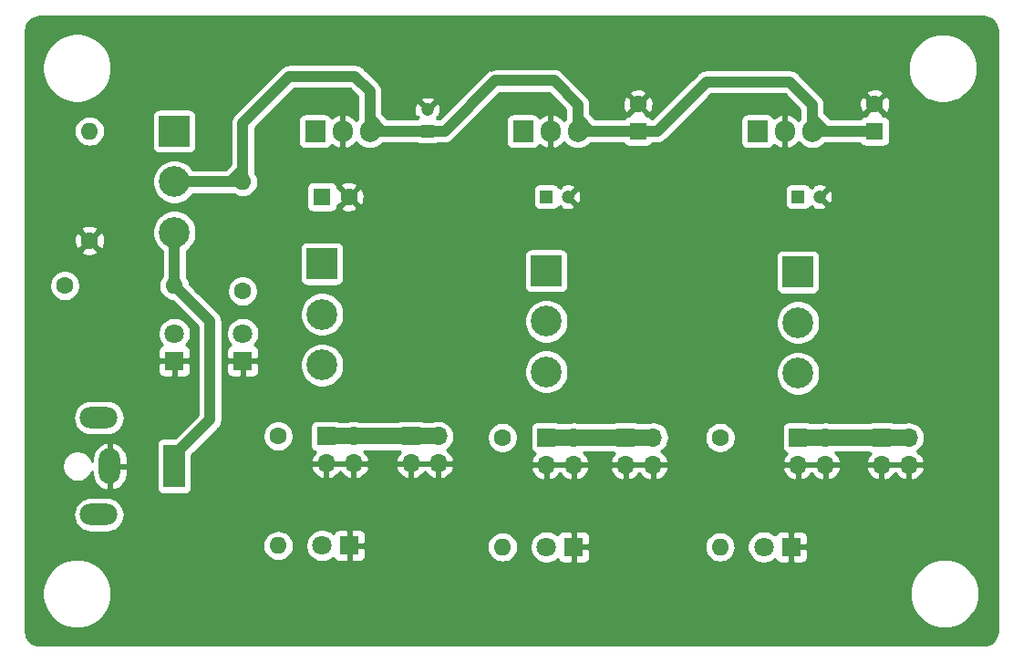
<source format=gbr>
G04 #@! TF.GenerationSoftware,KiCad,Pcbnew,(5.1.4)-1*
G04 #@! TF.CreationDate,2019-10-31T23:02:01-04:00*
G04 #@! TF.ProjectId,BBPSU,42425053-552e-46b6-9963-61645f706362,rev?*
G04 #@! TF.SameCoordinates,Original*
G04 #@! TF.FileFunction,Copper,L2,Bot*
G04 #@! TF.FilePolarity,Positive*
%FSLAX46Y46*%
G04 Gerber Fmt 4.6, Leading zero omitted, Abs format (unit mm)*
G04 Created by KiCad (PCBNEW (5.1.4)-1) date 2019-10-31 23:02:01*
%MOMM*%
%LPD*%
G04 APERTURE LIST*
G04 #@! TA.AperFunction,ComponentPad*
%ADD10O,1.700000X1.700000*%
G04 #@! TD*
G04 #@! TA.AperFunction,ComponentPad*
%ADD11R,1.700000X1.700000*%
G04 #@! TD*
G04 #@! TA.AperFunction,ComponentPad*
%ADD12O,1.600000X1.600000*%
G04 #@! TD*
G04 #@! TA.AperFunction,ComponentPad*
%ADD13C,1.600000*%
G04 #@! TD*
G04 #@! TA.AperFunction,ComponentPad*
%ADD14C,1.800000*%
G04 #@! TD*
G04 #@! TA.AperFunction,ComponentPad*
%ADD15R,1.800000X1.800000*%
G04 #@! TD*
G04 #@! TA.AperFunction,ComponentPad*
%ADD16R,1.600000X1.600000*%
G04 #@! TD*
G04 #@! TA.AperFunction,ComponentPad*
%ADD17C,1.200000*%
G04 #@! TD*
G04 #@! TA.AperFunction,ComponentPad*
%ADD18R,1.200000X1.200000*%
G04 #@! TD*
G04 #@! TA.AperFunction,ComponentPad*
%ADD19C,2.850000*%
G04 #@! TD*
G04 #@! TA.AperFunction,ComponentPad*
%ADD20R,2.850000X2.850000*%
G04 #@! TD*
G04 #@! TA.AperFunction,ComponentPad*
%ADD21R,2.000000X4.000000*%
G04 #@! TD*
G04 #@! TA.AperFunction,ComponentPad*
%ADD22O,2.000000X3.300000*%
G04 #@! TD*
G04 #@! TA.AperFunction,ComponentPad*
%ADD23O,3.500000X2.000000*%
G04 #@! TD*
G04 #@! TA.AperFunction,ComponentPad*
%ADD24R,1.905000X2.000000*%
G04 #@! TD*
G04 #@! TA.AperFunction,ComponentPad*
%ADD25O,1.905000X2.000000*%
G04 #@! TD*
G04 #@! TA.AperFunction,ViaPad*
%ADD26C,1.000000*%
G04 #@! TD*
G04 #@! TA.AperFunction,Conductor*
%ADD27C,1.000000*%
G04 #@! TD*
G04 #@! TA.AperFunction,Conductor*
%ADD28C,1.500000*%
G04 #@! TD*
G04 #@! TA.AperFunction,Conductor*
%ADD29C,0.254000*%
G04 #@! TD*
G04 APERTURE END LIST*
D10*
G04 #@! TO.P,J3,4*
G04 #@! TO.N,GND*
X148209000Y-85979000D03*
G04 #@! TO.P,J3,3*
G04 #@! TO.N,/POST_VR1_SW*
X148209000Y-83439000D03*
G04 #@! TO.P,J3,2*
G04 #@! TO.N,GND*
X145669000Y-85979000D03*
D11*
G04 #@! TO.P,J3,1*
G04 #@! TO.N,/POST_VR1_SW*
X145669000Y-83439000D03*
G04 #@! TD*
D10*
G04 #@! TO.P,J7,4*
G04 #@! TO.N,GND*
X191897000Y-86106000D03*
G04 #@! TO.P,J7,3*
G04 #@! TO.N,/POST_VR3_SW*
X191897000Y-83566000D03*
G04 #@! TO.P,J7,2*
G04 #@! TO.N,GND*
X189357000Y-86106000D03*
D11*
G04 #@! TO.P,J7,1*
G04 #@! TO.N,/POST_VR3_SW*
X189357000Y-83566000D03*
G04 #@! TD*
D10*
G04 #@! TO.P,J6,4*
G04 #@! TO.N,GND*
X184150000Y-86106000D03*
G04 #@! TO.P,J6,3*
G04 #@! TO.N,/POST_VR3_SW*
X184150000Y-83566000D03*
G04 #@! TO.P,J6,2*
G04 #@! TO.N,GND*
X181610000Y-86106000D03*
D11*
G04 #@! TO.P,J6,1*
G04 #@! TO.N,/POST_VR3_SW*
X181610000Y-83566000D03*
G04 #@! TD*
D10*
G04 #@! TO.P,J5,4*
G04 #@! TO.N,GND*
X168148000Y-86106000D03*
G04 #@! TO.P,J5,3*
G04 #@! TO.N,/POST_VR2_SW*
X168148000Y-83566000D03*
G04 #@! TO.P,J5,2*
G04 #@! TO.N,GND*
X165608000Y-86106000D03*
D11*
G04 #@! TO.P,J5,1*
G04 #@! TO.N,/POST_VR2_SW*
X165608000Y-83566000D03*
G04 #@! TD*
D10*
G04 #@! TO.P,J4,4*
G04 #@! TO.N,GND*
X160782000Y-86106000D03*
G04 #@! TO.P,J4,3*
G04 #@! TO.N,/POST_VR2_SW*
X160782000Y-83566000D03*
G04 #@! TO.P,J4,2*
G04 #@! TO.N,GND*
X158242000Y-86106000D03*
D11*
G04 #@! TO.P,J4,1*
G04 #@! TO.N,/POST_VR2_SW*
X158242000Y-83566000D03*
G04 #@! TD*
D10*
G04 #@! TO.P,J2,4*
G04 #@! TO.N,GND*
X140335000Y-85979000D03*
G04 #@! TO.P,J2,3*
G04 #@! TO.N,/POST_VR1_SW*
X140335000Y-83439000D03*
G04 #@! TO.P,J2,2*
G04 #@! TO.N,GND*
X137795000Y-85979000D03*
D11*
G04 #@! TO.P,J2,1*
G04 #@! TO.N,/POST_VR1_SW*
X137795000Y-83439000D03*
G04 #@! TD*
D12*
G04 #@! TO.P,R6,2*
G04 #@! TO.N,Net-(D5-Pad2)*
X133350000Y-93599000D03*
D13*
G04 #@! TO.P,R6,1*
G04 #@! TO.N,/POST_VR1_SW*
X133350000Y-83439000D03*
G04 #@! TD*
D12*
G04 #@! TO.P,R5,2*
G04 #@! TO.N,Net-(D4-Pad2)*
X174371000Y-93726000D03*
D13*
G04 #@! TO.P,R5,1*
G04 #@! TO.N,/POST_VR3_SW*
X174371000Y-83566000D03*
G04 #@! TD*
D12*
G04 #@! TO.P,R4,2*
G04 #@! TO.N,Net-(D3-Pad2)*
X154178000Y-93726000D03*
D13*
G04 #@! TO.P,R4,1*
G04 #@! TO.N,/POST_VR2_SW*
X154178000Y-83566000D03*
G04 #@! TD*
D12*
G04 #@! TO.P,R3,2*
G04 #@! TO.N,/PWR_AFT_SW*
X130048000Y-59817000D03*
D13*
G04 #@! TO.P,R3,1*
G04 #@! TO.N,Net-(D2-Pad2)*
X130048000Y-69977000D03*
G04 #@! TD*
D12*
G04 #@! TO.P,R2,2*
G04 #@! TO.N,Net-(R2-Pad2)*
X115824000Y-55118000D03*
D13*
G04 #@! TO.P,R2,1*
G04 #@! TO.N,GND*
X115824000Y-65278000D03*
G04 #@! TD*
D12*
G04 #@! TO.P,R1,2*
G04 #@! TO.N,/PWR_IN*
X123698000Y-69469000D03*
D13*
G04 #@! TO.P,R1,1*
G04 #@! TO.N,Net-(D1-Pad2)*
X113538000Y-69469000D03*
G04 #@! TD*
D14*
G04 #@! TO.P,D5,2*
G04 #@! TO.N,Net-(D5-Pad2)*
X137414000Y-93599000D03*
D15*
G04 #@! TO.P,D5,1*
G04 #@! TO.N,GND*
X139954000Y-93599000D03*
G04 #@! TD*
D14*
G04 #@! TO.P,D4,2*
G04 #@! TO.N,Net-(D4-Pad2)*
X178435000Y-93726000D03*
D15*
G04 #@! TO.P,D4,1*
G04 #@! TO.N,GND*
X180975000Y-93726000D03*
G04 #@! TD*
D14*
G04 #@! TO.P,D3,2*
G04 #@! TO.N,Net-(D3-Pad2)*
X158242000Y-93726000D03*
D15*
G04 #@! TO.P,D3,1*
G04 #@! TO.N,GND*
X160782000Y-93726000D03*
G04 #@! TD*
G04 #@! TO.P,D2,1*
G04 #@! TO.N,GND*
X130048000Y-76454000D03*
D14*
G04 #@! TO.P,D2,2*
G04 #@! TO.N,Net-(D2-Pad2)*
X130048000Y-73914000D03*
G04 #@! TD*
G04 #@! TO.P,D1,2*
G04 #@! TO.N,Net-(D1-Pad2)*
X123698000Y-73914000D03*
D15*
G04 #@! TO.P,D1,1*
G04 #@! TO.N,GND*
X123698000Y-76454000D03*
G04 #@! TD*
D13*
G04 #@! TO.P,C6,2*
G04 #@! TO.N,GND*
X139914000Y-61214000D03*
D16*
G04 #@! TO.P,C6,1*
G04 #@! TO.N,+3V3*
X137414000Y-61214000D03*
G04 #@! TD*
D17*
G04 #@! TO.P,C5,2*
G04 #@! TO.N,GND*
X183610000Y-61214000D03*
D18*
G04 #@! TO.P,C5,1*
G04 #@! TO.N,+12V*
X181610000Y-61214000D03*
G04 #@! TD*
G04 #@! TO.P,C4,1*
G04 #@! TO.N,+5V*
X158242000Y-61214000D03*
D17*
G04 #@! TO.P,C4,2*
G04 #@! TO.N,GND*
X160242000Y-61214000D03*
G04 #@! TD*
D13*
G04 #@! TO.P,C3,2*
G04 #@! TO.N,GND*
X188722000Y-52618000D03*
D16*
G04 #@! TO.P,C3,1*
G04 #@! TO.N,/PWR_AFT_SW*
X188722000Y-55118000D03*
G04 #@! TD*
D17*
G04 #@! TO.P,C2,2*
G04 #@! TO.N,GND*
X147193000Y-53118000D03*
D18*
G04 #@! TO.P,C2,1*
G04 #@! TO.N,/PWR_AFT_SW*
X147193000Y-55118000D03*
G04 #@! TD*
D13*
G04 #@! TO.P,C1,2*
G04 #@! TO.N,GND*
X166751000Y-52618000D03*
D16*
G04 #@! TO.P,C1,1*
G04 #@! TO.N,/PWR_AFT_SW*
X166751000Y-55118000D03*
G04 #@! TD*
D19*
G04 #@! TO.P,S4,3*
G04 #@! TO.N,Net-(S4-Pad3)*
X137414000Y-76835000D03*
G04 #@! TO.P,S4,2*
G04 #@! TO.N,/POST_VR1_SW*
X137414000Y-72135000D03*
D20*
G04 #@! TO.P,S4,1*
G04 #@! TO.N,+3V3*
X137414000Y-67435000D03*
G04 #@! TD*
D19*
G04 #@! TO.P,S3,3*
G04 #@! TO.N,Net-(S3-Pad3)*
X181610000Y-77599000D03*
G04 #@! TO.P,S3,2*
G04 #@! TO.N,/POST_VR3_SW*
X181610000Y-72899000D03*
D20*
G04 #@! TO.P,S3,1*
G04 #@! TO.N,+12V*
X181610000Y-68199000D03*
G04 #@! TD*
D19*
G04 #@! TO.P,S2,3*
G04 #@! TO.N,Net-(S2-Pad3)*
X158242000Y-77472000D03*
G04 #@! TO.P,S2,2*
G04 #@! TO.N,/POST_VR2_SW*
X158242000Y-72772000D03*
D20*
G04 #@! TO.P,S2,1*
G04 #@! TO.N,+5V*
X158242000Y-68072000D03*
G04 #@! TD*
D21*
G04 #@! TO.P,J1,1*
G04 #@! TO.N,/PWR_IN*
X123698000Y-86233000D03*
D22*
G04 #@! TO.P,J1,2*
G04 #@! TO.N,GND*
X117698000Y-86233000D03*
D23*
G04 #@! TO.P,J1,MP*
G04 #@! TO.N,N/C*
X116698000Y-81733000D03*
X116698000Y-90733000D03*
G04 #@! TD*
D20*
G04 #@! TO.P,S1,1*
G04 #@! TO.N,Net-(R2-Pad2)*
X123698000Y-55118000D03*
D19*
G04 #@! TO.P,S1,2*
G04 #@! TO.N,/PWR_AFT_SW*
X123698000Y-59818000D03*
G04 #@! TO.P,S1,3*
G04 #@! TO.N,/PWR_IN*
X123698000Y-64518000D03*
G04 #@! TD*
D24*
G04 #@! TO.P,VR1,1*
G04 #@! TO.N,+3V3*
X136779000Y-55118000D03*
D25*
G04 #@! TO.P,VR1,2*
G04 #@! TO.N,GND*
X139319000Y-55118000D03*
G04 #@! TO.P,VR1,3*
G04 #@! TO.N,/PWR_AFT_SW*
X141859000Y-55118000D03*
G04 #@! TD*
G04 #@! TO.P,VR2,3*
G04 #@! TO.N,/PWR_AFT_SW*
X161163000Y-55118000D03*
G04 #@! TO.P,VR2,2*
G04 #@! TO.N,GND*
X158623000Y-55118000D03*
D24*
G04 #@! TO.P,VR2,1*
G04 #@! TO.N,+5V*
X156083000Y-55118000D03*
G04 #@! TD*
G04 #@! TO.P,VR3,1*
G04 #@! TO.N,+12V*
X177863500Y-55118000D03*
D25*
G04 #@! TO.P,VR3,2*
G04 #@! TO.N,GND*
X180403500Y-55118000D03*
G04 #@! TO.P,VR3,3*
G04 #@! TO.N,/PWR_AFT_SW*
X182943500Y-55118000D03*
G04 #@! TD*
D26*
G04 #@! TO.N,GND*
X119380000Y-101600000D03*
X127000000Y-101600000D03*
X134620000Y-101600000D03*
X142240000Y-101600000D03*
X149860000Y-101600000D03*
X157480000Y-101600000D03*
X165100000Y-101600000D03*
X172720000Y-101600000D03*
X180340000Y-101600000D03*
X187960000Y-101600000D03*
X119380000Y-45720000D03*
X127000000Y-45720000D03*
X134620000Y-45720000D03*
X142240000Y-45720000D03*
X149860000Y-45720000D03*
X157480000Y-45720000D03*
X165100000Y-45720000D03*
X172720000Y-45720000D03*
X180340000Y-45720000D03*
X187960000Y-45720000D03*
X134620000Y-61214000D03*
X142748000Y-61214000D03*
X138938000Y-57658000D03*
X138938000Y-64770000D03*
X111760000Y-76200000D03*
X111760000Y-66040000D03*
X111760000Y-54610000D03*
X198120000Y-54610000D03*
X198120000Y-66040000D03*
X198120000Y-76200000D03*
X198120000Y-83820000D03*
X198120000Y-91440000D03*
X155956000Y-61214000D03*
X159258000Y-57912000D03*
X160274000Y-64262000D03*
X162560000Y-61214000D03*
X179070000Y-61976000D03*
X182626000Y-57912000D03*
X185928000Y-60198000D03*
X184912000Y-64008000D03*
X142494000Y-74422000D03*
X146558000Y-78740000D03*
X142240000Y-80010000D03*
X163068000Y-80264000D03*
X163322000Y-75184000D03*
X167132000Y-78994000D03*
X184150000Y-91567000D03*
X184150000Y-95885000D03*
X163195000Y-96012000D03*
X163195000Y-91567000D03*
X143002000Y-91440000D03*
X143002000Y-95758000D03*
X186690000Y-75438000D03*
X190500000Y-79248000D03*
X186436000Y-80518000D03*
X181610000Y-89154000D03*
X184150000Y-89154000D03*
X189357000Y-89154000D03*
X191897000Y-89154000D03*
X137795000Y-88900000D03*
X140335000Y-88900000D03*
X145669000Y-88900000D03*
X148209000Y-88900000D03*
X151257000Y-85979000D03*
X158369000Y-88900000D03*
X160782000Y-88900000D03*
X165608000Y-88900000D03*
X168148000Y-88900000D03*
X127508000Y-84074000D03*
X129159000Y-81153000D03*
X127000000Y-70231000D03*
X118618000Y-65278000D03*
X128397000Y-54356000D03*
X130556000Y-51181000D03*
X133731000Y-48514000D03*
X140716000Y-48514000D03*
X143383000Y-50927000D03*
X145669000Y-57531000D03*
X145288000Y-50927000D03*
X149352000Y-50927000D03*
X148336000Y-57531000D03*
X153162000Y-49149000D03*
X159258000Y-48895000D03*
X162179000Y-50546000D03*
X164846000Y-50292000D03*
X168910000Y-50292000D03*
X164846000Y-57658000D03*
X168910000Y-57658000D03*
X172847000Y-49022000D03*
X180975000Y-49022000D03*
X183896000Y-50800000D03*
X173355000Y-52959000D03*
G04 #@! TD*
D27*
G04 #@! TO.N,/PWR_AFT_SW*
X148793000Y-55118000D02*
X153479500Y-50431500D01*
X147193000Y-55118000D02*
X148793000Y-55118000D01*
X156524000Y-50431500D02*
X156524200Y-50431700D01*
X153479500Y-50431500D02*
X156524000Y-50431500D01*
X156524200Y-50431700D02*
X158953200Y-50431700D01*
X158953200Y-50431700D02*
X161163000Y-52641500D01*
X168551000Y-55118000D02*
X173123000Y-50546000D01*
X166751000Y-55118000D02*
X168551000Y-55118000D01*
X173123000Y-50546000D02*
X180848000Y-50546000D01*
X180848000Y-50546000D02*
X182943500Y-52641500D01*
X130047000Y-59818000D02*
X130048000Y-59817000D01*
X130048000Y-54356000D02*
X134366000Y-50038000D01*
X134366000Y-50038000D02*
X140462000Y-50038000D01*
X140462000Y-50038000D02*
X141859000Y-51435000D01*
X129160000Y-59562000D02*
X130048000Y-58674000D01*
X129160000Y-59818000D02*
X129160000Y-59562000D01*
X130048000Y-58674000D02*
X130048000Y-54356000D01*
X130048000Y-59817000D02*
X130048000Y-58674000D01*
X129160000Y-59818000D02*
X130047000Y-59818000D01*
X123698000Y-59818000D02*
X129160000Y-59818000D01*
X141859000Y-53975000D02*
X143002000Y-55118000D01*
X141859000Y-52959000D02*
X141859000Y-53975000D01*
X143002000Y-55118000D02*
X147193000Y-55118000D01*
X141859000Y-55118000D02*
X143002000Y-55118000D01*
X141859000Y-52959000D02*
X141859000Y-55118000D01*
X141859000Y-51435000D02*
X141859000Y-52959000D01*
X161163000Y-53975000D02*
X162306000Y-55118000D01*
X161163000Y-53467000D02*
X161163000Y-53975000D01*
X162306000Y-55118000D02*
X166751000Y-55118000D01*
X161163000Y-55118000D02*
X162306000Y-55118000D01*
X161163000Y-53467000D02*
X161163000Y-55118000D01*
X161163000Y-52641500D02*
X161163000Y-53467000D01*
X182943500Y-53911500D02*
X184150000Y-55118000D01*
X184150000Y-55118000D02*
X188722000Y-55118000D01*
X182943500Y-55118000D02*
X184150000Y-55118000D01*
X182943500Y-53911500D02*
X182943500Y-55118000D01*
X182943500Y-52641500D02*
X182943500Y-53911500D01*
G04 #@! TO.N,/PWR_IN*
X127000000Y-72771000D02*
X123698000Y-69469000D01*
X127000000Y-81931000D02*
X127000000Y-72771000D01*
X123698000Y-86233000D02*
X123698000Y-85233000D01*
X123698000Y-85233000D02*
X127000000Y-81931000D01*
X123698000Y-69469000D02*
X123698000Y-64518000D01*
D28*
G04 #@! TO.N,/POST_VR1_SW*
X137795000Y-83439000D02*
X140335000Y-83439000D01*
X140335000Y-83439000D02*
X145669000Y-83439000D01*
X145669000Y-83439000D02*
X148209000Y-83439000D01*
G04 #@! TO.N,/POST_VR2_SW*
X158242000Y-83566000D02*
X160782000Y-83566000D01*
X160782000Y-83566000D02*
X165608000Y-83566000D01*
X165608000Y-83566000D02*
X168148000Y-83566000D01*
G04 #@! TO.N,/POST_VR3_SW*
X181610000Y-83566000D02*
X184150000Y-83566000D01*
X189357000Y-83566000D02*
X191897000Y-83566000D01*
X184150000Y-83566000D02*
X189357000Y-83566000D01*
G04 #@! TD*
D29*
G04 #@! TO.N,GND*
G36*
X199118327Y-44526457D02*
G01*
X199345653Y-44595091D01*
X199555316Y-44706569D01*
X199739340Y-44856655D01*
X199890701Y-45039620D01*
X200003646Y-45248507D01*
X200073865Y-45475349D01*
X200102000Y-45743035D01*
X200102001Y-101566487D01*
X200075543Y-101836327D01*
X200006908Y-102063656D01*
X199895428Y-102273320D01*
X199745343Y-102457341D01*
X199562380Y-102608701D01*
X199353493Y-102721646D01*
X199126653Y-102791865D01*
X198858966Y-102820000D01*
X111158503Y-102820000D01*
X110888673Y-102793543D01*
X110661344Y-102724908D01*
X110451680Y-102613428D01*
X110267659Y-102463343D01*
X110116299Y-102280380D01*
X110003354Y-102071493D01*
X109933135Y-101844653D01*
X109905000Y-101576966D01*
X109905000Y-97746635D01*
X111433533Y-97746635D01*
X111433533Y-98382299D01*
X111557545Y-99005748D01*
X111800803Y-99593025D01*
X112153958Y-100121560D01*
X112603440Y-100571042D01*
X113131975Y-100924197D01*
X113719252Y-101167455D01*
X114342701Y-101291467D01*
X114978365Y-101291467D01*
X115601814Y-101167455D01*
X116189091Y-100924197D01*
X116717626Y-100571042D01*
X117167108Y-100121560D01*
X117520263Y-99593025D01*
X117763521Y-99005748D01*
X117887533Y-98382299D01*
X117887533Y-97746635D01*
X191992467Y-97746635D01*
X191992467Y-98382299D01*
X192116479Y-99005748D01*
X192359737Y-99593025D01*
X192712892Y-100121560D01*
X193162374Y-100571042D01*
X193690909Y-100924197D01*
X194278186Y-101167455D01*
X194901635Y-101291467D01*
X195537299Y-101291467D01*
X196160748Y-101167455D01*
X196748025Y-100924197D01*
X197276560Y-100571042D01*
X197726042Y-100121560D01*
X198079197Y-99593025D01*
X198322455Y-99005748D01*
X198446467Y-98382299D01*
X198446467Y-97746635D01*
X198322455Y-97123186D01*
X198079197Y-96535909D01*
X197726042Y-96007374D01*
X197276560Y-95557892D01*
X196748025Y-95204737D01*
X196160748Y-94961479D01*
X195537299Y-94837467D01*
X194901635Y-94837467D01*
X194278186Y-94961479D01*
X193690909Y-95204737D01*
X193162374Y-95557892D01*
X192712892Y-96007374D01*
X192359737Y-96535909D01*
X192116479Y-97123186D01*
X191992467Y-97746635D01*
X117887533Y-97746635D01*
X117763521Y-97123186D01*
X117520263Y-96535909D01*
X117167108Y-96007374D01*
X116717626Y-95557892D01*
X116189091Y-95204737D01*
X115601814Y-94961479D01*
X114978365Y-94837467D01*
X114342701Y-94837467D01*
X113719252Y-94961479D01*
X113131975Y-95204737D01*
X112603440Y-95557892D01*
X112153958Y-96007374D01*
X111800803Y-96535909D01*
X111557545Y-97123186D01*
X111433533Y-97746635D01*
X109905000Y-97746635D01*
X109905000Y-93599000D01*
X131908057Y-93599000D01*
X131935764Y-93880309D01*
X132017818Y-94150808D01*
X132151068Y-94400101D01*
X132330392Y-94618608D01*
X132548899Y-94797932D01*
X132798192Y-94931182D01*
X133068691Y-95013236D01*
X133279508Y-95034000D01*
X133420492Y-95034000D01*
X133631309Y-95013236D01*
X133901808Y-94931182D01*
X134151101Y-94797932D01*
X134369608Y-94618608D01*
X134548932Y-94400101D01*
X134682182Y-94150808D01*
X134764236Y-93880309D01*
X134791943Y-93599000D01*
X134777053Y-93447816D01*
X135879000Y-93447816D01*
X135879000Y-93750184D01*
X135937989Y-94046743D01*
X136053701Y-94326095D01*
X136221688Y-94577505D01*
X136435495Y-94791312D01*
X136686905Y-94959299D01*
X136966257Y-95075011D01*
X137262816Y-95134000D01*
X137565184Y-95134000D01*
X137861743Y-95075011D01*
X138141095Y-94959299D01*
X138392505Y-94791312D01*
X138458944Y-94724873D01*
X138464498Y-94743180D01*
X138523463Y-94853494D01*
X138602815Y-94950185D01*
X138699506Y-95029537D01*
X138809820Y-95088502D01*
X138929518Y-95124812D01*
X139054000Y-95137072D01*
X139668250Y-95134000D01*
X139827000Y-94975250D01*
X139827000Y-93726000D01*
X140081000Y-93726000D01*
X140081000Y-94975250D01*
X140239750Y-95134000D01*
X140854000Y-95137072D01*
X140978482Y-95124812D01*
X141098180Y-95088502D01*
X141208494Y-95029537D01*
X141305185Y-94950185D01*
X141384537Y-94853494D01*
X141443502Y-94743180D01*
X141479812Y-94623482D01*
X141492072Y-94499000D01*
X141489000Y-93884750D01*
X141330250Y-93726000D01*
X152736057Y-93726000D01*
X152763764Y-94007309D01*
X152845818Y-94277808D01*
X152979068Y-94527101D01*
X153158392Y-94745608D01*
X153376899Y-94924932D01*
X153626192Y-95058182D01*
X153896691Y-95140236D01*
X154107508Y-95161000D01*
X154248492Y-95161000D01*
X154459309Y-95140236D01*
X154729808Y-95058182D01*
X154979101Y-94924932D01*
X155197608Y-94745608D01*
X155376932Y-94527101D01*
X155510182Y-94277808D01*
X155592236Y-94007309D01*
X155619943Y-93726000D01*
X155605053Y-93574816D01*
X156707000Y-93574816D01*
X156707000Y-93877184D01*
X156765989Y-94173743D01*
X156881701Y-94453095D01*
X157049688Y-94704505D01*
X157263495Y-94918312D01*
X157514905Y-95086299D01*
X157794257Y-95202011D01*
X158090816Y-95261000D01*
X158393184Y-95261000D01*
X158689743Y-95202011D01*
X158969095Y-95086299D01*
X159220505Y-94918312D01*
X159286944Y-94851873D01*
X159292498Y-94870180D01*
X159351463Y-94980494D01*
X159430815Y-95077185D01*
X159527506Y-95156537D01*
X159637820Y-95215502D01*
X159757518Y-95251812D01*
X159882000Y-95264072D01*
X160496250Y-95261000D01*
X160655000Y-95102250D01*
X160655000Y-93853000D01*
X160909000Y-93853000D01*
X160909000Y-95102250D01*
X161067750Y-95261000D01*
X161682000Y-95264072D01*
X161806482Y-95251812D01*
X161926180Y-95215502D01*
X162036494Y-95156537D01*
X162133185Y-95077185D01*
X162212537Y-94980494D01*
X162271502Y-94870180D01*
X162307812Y-94750482D01*
X162320072Y-94626000D01*
X162317000Y-94011750D01*
X162158250Y-93853000D01*
X160909000Y-93853000D01*
X160655000Y-93853000D01*
X160635000Y-93853000D01*
X160635000Y-93726000D01*
X172929057Y-93726000D01*
X172956764Y-94007309D01*
X173038818Y-94277808D01*
X173172068Y-94527101D01*
X173351392Y-94745608D01*
X173569899Y-94924932D01*
X173819192Y-95058182D01*
X174089691Y-95140236D01*
X174300508Y-95161000D01*
X174441492Y-95161000D01*
X174652309Y-95140236D01*
X174922808Y-95058182D01*
X175172101Y-94924932D01*
X175390608Y-94745608D01*
X175569932Y-94527101D01*
X175703182Y-94277808D01*
X175785236Y-94007309D01*
X175812943Y-93726000D01*
X175798053Y-93574816D01*
X176900000Y-93574816D01*
X176900000Y-93877184D01*
X176958989Y-94173743D01*
X177074701Y-94453095D01*
X177242688Y-94704505D01*
X177456495Y-94918312D01*
X177707905Y-95086299D01*
X177987257Y-95202011D01*
X178283816Y-95261000D01*
X178586184Y-95261000D01*
X178882743Y-95202011D01*
X179162095Y-95086299D01*
X179413505Y-94918312D01*
X179479944Y-94851873D01*
X179485498Y-94870180D01*
X179544463Y-94980494D01*
X179623815Y-95077185D01*
X179720506Y-95156537D01*
X179830820Y-95215502D01*
X179950518Y-95251812D01*
X180075000Y-95264072D01*
X180689250Y-95261000D01*
X180848000Y-95102250D01*
X180848000Y-93853000D01*
X181102000Y-93853000D01*
X181102000Y-95102250D01*
X181260750Y-95261000D01*
X181875000Y-95264072D01*
X181999482Y-95251812D01*
X182119180Y-95215502D01*
X182229494Y-95156537D01*
X182326185Y-95077185D01*
X182405537Y-94980494D01*
X182464502Y-94870180D01*
X182500812Y-94750482D01*
X182513072Y-94626000D01*
X182510000Y-94011750D01*
X182351250Y-93853000D01*
X181102000Y-93853000D01*
X180848000Y-93853000D01*
X180828000Y-93853000D01*
X180828000Y-93599000D01*
X180848000Y-93599000D01*
X180848000Y-92349750D01*
X181102000Y-92349750D01*
X181102000Y-93599000D01*
X182351250Y-93599000D01*
X182510000Y-93440250D01*
X182513072Y-92826000D01*
X182500812Y-92701518D01*
X182464502Y-92581820D01*
X182405537Y-92471506D01*
X182326185Y-92374815D01*
X182229494Y-92295463D01*
X182119180Y-92236498D01*
X181999482Y-92200188D01*
X181875000Y-92187928D01*
X181260750Y-92191000D01*
X181102000Y-92349750D01*
X180848000Y-92349750D01*
X180689250Y-92191000D01*
X180075000Y-92187928D01*
X179950518Y-92200188D01*
X179830820Y-92236498D01*
X179720506Y-92295463D01*
X179623815Y-92374815D01*
X179544463Y-92471506D01*
X179485498Y-92581820D01*
X179479944Y-92600127D01*
X179413505Y-92533688D01*
X179162095Y-92365701D01*
X178882743Y-92249989D01*
X178586184Y-92191000D01*
X178283816Y-92191000D01*
X177987257Y-92249989D01*
X177707905Y-92365701D01*
X177456495Y-92533688D01*
X177242688Y-92747495D01*
X177074701Y-92998905D01*
X176958989Y-93278257D01*
X176900000Y-93574816D01*
X175798053Y-93574816D01*
X175785236Y-93444691D01*
X175703182Y-93174192D01*
X175569932Y-92924899D01*
X175390608Y-92706392D01*
X175172101Y-92527068D01*
X174922808Y-92393818D01*
X174652309Y-92311764D01*
X174441492Y-92291000D01*
X174300508Y-92291000D01*
X174089691Y-92311764D01*
X173819192Y-92393818D01*
X173569899Y-92527068D01*
X173351392Y-92706392D01*
X173172068Y-92924899D01*
X173038818Y-93174192D01*
X172956764Y-93444691D01*
X172929057Y-93726000D01*
X160635000Y-93726000D01*
X160635000Y-93599000D01*
X160655000Y-93599000D01*
X160655000Y-92349750D01*
X160909000Y-92349750D01*
X160909000Y-93599000D01*
X162158250Y-93599000D01*
X162317000Y-93440250D01*
X162320072Y-92826000D01*
X162307812Y-92701518D01*
X162271502Y-92581820D01*
X162212537Y-92471506D01*
X162133185Y-92374815D01*
X162036494Y-92295463D01*
X161926180Y-92236498D01*
X161806482Y-92200188D01*
X161682000Y-92187928D01*
X161067750Y-92191000D01*
X160909000Y-92349750D01*
X160655000Y-92349750D01*
X160496250Y-92191000D01*
X159882000Y-92187928D01*
X159757518Y-92200188D01*
X159637820Y-92236498D01*
X159527506Y-92295463D01*
X159430815Y-92374815D01*
X159351463Y-92471506D01*
X159292498Y-92581820D01*
X159286944Y-92600127D01*
X159220505Y-92533688D01*
X158969095Y-92365701D01*
X158689743Y-92249989D01*
X158393184Y-92191000D01*
X158090816Y-92191000D01*
X157794257Y-92249989D01*
X157514905Y-92365701D01*
X157263495Y-92533688D01*
X157049688Y-92747495D01*
X156881701Y-92998905D01*
X156765989Y-93278257D01*
X156707000Y-93574816D01*
X155605053Y-93574816D01*
X155592236Y-93444691D01*
X155510182Y-93174192D01*
X155376932Y-92924899D01*
X155197608Y-92706392D01*
X154979101Y-92527068D01*
X154729808Y-92393818D01*
X154459309Y-92311764D01*
X154248492Y-92291000D01*
X154107508Y-92291000D01*
X153896691Y-92311764D01*
X153626192Y-92393818D01*
X153376899Y-92527068D01*
X153158392Y-92706392D01*
X152979068Y-92924899D01*
X152845818Y-93174192D01*
X152763764Y-93444691D01*
X152736057Y-93726000D01*
X141330250Y-93726000D01*
X140081000Y-93726000D01*
X139827000Y-93726000D01*
X139807000Y-93726000D01*
X139807000Y-93472000D01*
X139827000Y-93472000D01*
X139827000Y-92222750D01*
X140081000Y-92222750D01*
X140081000Y-93472000D01*
X141330250Y-93472000D01*
X141489000Y-93313250D01*
X141492072Y-92699000D01*
X141479812Y-92574518D01*
X141443502Y-92454820D01*
X141384537Y-92344506D01*
X141305185Y-92247815D01*
X141208494Y-92168463D01*
X141098180Y-92109498D01*
X140978482Y-92073188D01*
X140854000Y-92060928D01*
X140239750Y-92064000D01*
X140081000Y-92222750D01*
X139827000Y-92222750D01*
X139668250Y-92064000D01*
X139054000Y-92060928D01*
X138929518Y-92073188D01*
X138809820Y-92109498D01*
X138699506Y-92168463D01*
X138602815Y-92247815D01*
X138523463Y-92344506D01*
X138464498Y-92454820D01*
X138458944Y-92473127D01*
X138392505Y-92406688D01*
X138141095Y-92238701D01*
X137861743Y-92122989D01*
X137565184Y-92064000D01*
X137262816Y-92064000D01*
X136966257Y-92122989D01*
X136686905Y-92238701D01*
X136435495Y-92406688D01*
X136221688Y-92620495D01*
X136053701Y-92871905D01*
X135937989Y-93151257D01*
X135879000Y-93447816D01*
X134777053Y-93447816D01*
X134764236Y-93317691D01*
X134682182Y-93047192D01*
X134548932Y-92797899D01*
X134369608Y-92579392D01*
X134151101Y-92400068D01*
X133901808Y-92266818D01*
X133631309Y-92184764D01*
X133420492Y-92164000D01*
X133279508Y-92164000D01*
X133068691Y-92184764D01*
X132798192Y-92266818D01*
X132548899Y-92400068D01*
X132330392Y-92579392D01*
X132151068Y-92797899D01*
X132017818Y-93047192D01*
X131935764Y-93317691D01*
X131908057Y-93599000D01*
X109905000Y-93599000D01*
X109905000Y-90733000D01*
X114305089Y-90733000D01*
X114336657Y-91053516D01*
X114430148Y-91361715D01*
X114581969Y-91645752D01*
X114786286Y-91894714D01*
X115035248Y-92099031D01*
X115319285Y-92250852D01*
X115627484Y-92344343D01*
X115867678Y-92368000D01*
X117528322Y-92368000D01*
X117768516Y-92344343D01*
X118076715Y-92250852D01*
X118360752Y-92099031D01*
X118609714Y-91894714D01*
X118814031Y-91645752D01*
X118965852Y-91361715D01*
X119059343Y-91053516D01*
X119090911Y-90733000D01*
X119059343Y-90412484D01*
X118965852Y-90104285D01*
X118814031Y-89820248D01*
X118609714Y-89571286D01*
X118360752Y-89366969D01*
X118076715Y-89215148D01*
X117768516Y-89121657D01*
X117528322Y-89098000D01*
X115867678Y-89098000D01*
X115627484Y-89121657D01*
X115319285Y-89215148D01*
X115035248Y-89366969D01*
X114786286Y-89571286D01*
X114581969Y-89820248D01*
X114430148Y-90104285D01*
X114336657Y-90412484D01*
X114305089Y-90733000D01*
X109905000Y-90733000D01*
X109905000Y-86091665D01*
X113263000Y-86091665D01*
X113263000Y-86374335D01*
X113318147Y-86651574D01*
X113426320Y-86912727D01*
X113583363Y-87147759D01*
X113783241Y-87347637D01*
X114018273Y-87504680D01*
X114279426Y-87612853D01*
X114556665Y-87668000D01*
X114839335Y-87668000D01*
X115116574Y-87612853D01*
X115377727Y-87504680D01*
X115612759Y-87347637D01*
X115812637Y-87147759D01*
X115969680Y-86912727D01*
X116063000Y-86687432D01*
X116063000Y-87010000D01*
X116119193Y-87326532D01*
X116236058Y-87626020D01*
X116409105Y-87896954D01*
X116631683Y-88128922D01*
X116895239Y-88313010D01*
X117189645Y-88442144D01*
X117317566Y-88473124D01*
X117571000Y-88353777D01*
X117571000Y-86360000D01*
X117825000Y-86360000D01*
X117825000Y-88353777D01*
X118078434Y-88473124D01*
X118206355Y-88442144D01*
X118500761Y-88313010D01*
X118764317Y-88128922D01*
X118986895Y-87896954D01*
X119159942Y-87626020D01*
X119276807Y-87326532D01*
X119333000Y-87010000D01*
X119333000Y-86360000D01*
X117825000Y-86360000D01*
X117571000Y-86360000D01*
X117551000Y-86360000D01*
X117551000Y-86106000D01*
X117571000Y-86106000D01*
X117571000Y-84112223D01*
X117825000Y-84112223D01*
X117825000Y-86106000D01*
X119333000Y-86106000D01*
X119333000Y-85456000D01*
X119276807Y-85139468D01*
X119159942Y-84839980D01*
X118986895Y-84569046D01*
X118764317Y-84337078D01*
X118500761Y-84152990D01*
X118206355Y-84023856D01*
X118078434Y-83992876D01*
X117825000Y-84112223D01*
X117571000Y-84112223D01*
X117317566Y-83992876D01*
X117189645Y-84023856D01*
X116895239Y-84152990D01*
X116631683Y-84337078D01*
X116409105Y-84569046D01*
X116236058Y-84839980D01*
X116119193Y-85139468D01*
X116063000Y-85456000D01*
X116063000Y-85778568D01*
X115969680Y-85553273D01*
X115812637Y-85318241D01*
X115612759Y-85118363D01*
X115377727Y-84961320D01*
X115116574Y-84853147D01*
X114839335Y-84798000D01*
X114556665Y-84798000D01*
X114279426Y-84853147D01*
X114018273Y-84961320D01*
X113783241Y-85118363D01*
X113583363Y-85318241D01*
X113426320Y-85553273D01*
X113318147Y-85814426D01*
X113263000Y-86091665D01*
X109905000Y-86091665D01*
X109905000Y-81733000D01*
X114305089Y-81733000D01*
X114336657Y-82053516D01*
X114430148Y-82361715D01*
X114581969Y-82645752D01*
X114786286Y-82894714D01*
X115035248Y-83099031D01*
X115319285Y-83250852D01*
X115627484Y-83344343D01*
X115867678Y-83368000D01*
X117528322Y-83368000D01*
X117768516Y-83344343D01*
X118076715Y-83250852D01*
X118360752Y-83099031D01*
X118609714Y-82894714D01*
X118814031Y-82645752D01*
X118965852Y-82361715D01*
X119059343Y-82053516D01*
X119090911Y-81733000D01*
X119059343Y-81412484D01*
X118965852Y-81104285D01*
X118814031Y-80820248D01*
X118609714Y-80571286D01*
X118360752Y-80366969D01*
X118076715Y-80215148D01*
X117768516Y-80121657D01*
X117528322Y-80098000D01*
X115867678Y-80098000D01*
X115627484Y-80121657D01*
X115319285Y-80215148D01*
X115035248Y-80366969D01*
X114786286Y-80571286D01*
X114581969Y-80820248D01*
X114430148Y-81104285D01*
X114336657Y-81412484D01*
X114305089Y-81733000D01*
X109905000Y-81733000D01*
X109905000Y-77354000D01*
X122159928Y-77354000D01*
X122172188Y-77478482D01*
X122208498Y-77598180D01*
X122267463Y-77708494D01*
X122346815Y-77805185D01*
X122443506Y-77884537D01*
X122553820Y-77943502D01*
X122673518Y-77979812D01*
X122798000Y-77992072D01*
X123412250Y-77989000D01*
X123571000Y-77830250D01*
X123571000Y-76581000D01*
X123825000Y-76581000D01*
X123825000Y-77830250D01*
X123983750Y-77989000D01*
X124598000Y-77992072D01*
X124722482Y-77979812D01*
X124842180Y-77943502D01*
X124952494Y-77884537D01*
X125049185Y-77805185D01*
X125128537Y-77708494D01*
X125187502Y-77598180D01*
X125223812Y-77478482D01*
X125236072Y-77354000D01*
X125233000Y-76739750D01*
X125074250Y-76581000D01*
X123825000Y-76581000D01*
X123571000Y-76581000D01*
X122321750Y-76581000D01*
X122163000Y-76739750D01*
X122159928Y-77354000D01*
X109905000Y-77354000D01*
X109905000Y-75554000D01*
X122159928Y-75554000D01*
X122163000Y-76168250D01*
X122321750Y-76327000D01*
X123571000Y-76327000D01*
X123571000Y-76307000D01*
X123825000Y-76307000D01*
X123825000Y-76327000D01*
X125074250Y-76327000D01*
X125233000Y-76168250D01*
X125236072Y-75554000D01*
X125223812Y-75429518D01*
X125187502Y-75309820D01*
X125128537Y-75199506D01*
X125049185Y-75102815D01*
X124952494Y-75023463D01*
X124842180Y-74964498D01*
X124823873Y-74958944D01*
X124890312Y-74892505D01*
X125058299Y-74641095D01*
X125174011Y-74361743D01*
X125233000Y-74065184D01*
X125233000Y-73762816D01*
X125174011Y-73466257D01*
X125058299Y-73186905D01*
X124890312Y-72935495D01*
X124676505Y-72721688D01*
X124425095Y-72553701D01*
X124145743Y-72437989D01*
X123849184Y-72379000D01*
X123546816Y-72379000D01*
X123250257Y-72437989D01*
X122970905Y-72553701D01*
X122719495Y-72721688D01*
X122505688Y-72935495D01*
X122337701Y-73186905D01*
X122221989Y-73466257D01*
X122163000Y-73762816D01*
X122163000Y-74065184D01*
X122221989Y-74361743D01*
X122337701Y-74641095D01*
X122505688Y-74892505D01*
X122572127Y-74958944D01*
X122553820Y-74964498D01*
X122443506Y-75023463D01*
X122346815Y-75102815D01*
X122267463Y-75199506D01*
X122208498Y-75309820D01*
X122172188Y-75429518D01*
X122159928Y-75554000D01*
X109905000Y-75554000D01*
X109905000Y-69327665D01*
X112103000Y-69327665D01*
X112103000Y-69610335D01*
X112158147Y-69887574D01*
X112266320Y-70148727D01*
X112423363Y-70383759D01*
X112623241Y-70583637D01*
X112858273Y-70740680D01*
X113119426Y-70848853D01*
X113396665Y-70904000D01*
X113679335Y-70904000D01*
X113956574Y-70848853D01*
X114217727Y-70740680D01*
X114452759Y-70583637D01*
X114652637Y-70383759D01*
X114809680Y-70148727D01*
X114917853Y-69887574D01*
X114973000Y-69610335D01*
X114973000Y-69327665D01*
X114917853Y-69050426D01*
X114809680Y-68789273D01*
X114652637Y-68554241D01*
X114452759Y-68354363D01*
X114217727Y-68197320D01*
X113956574Y-68089147D01*
X113679335Y-68034000D01*
X113396665Y-68034000D01*
X113119426Y-68089147D01*
X112858273Y-68197320D01*
X112623241Y-68354363D01*
X112423363Y-68554241D01*
X112266320Y-68789273D01*
X112158147Y-69050426D01*
X112103000Y-69327665D01*
X109905000Y-69327665D01*
X109905000Y-66270702D01*
X115010903Y-66270702D01*
X115082486Y-66514671D01*
X115337996Y-66635571D01*
X115612184Y-66704300D01*
X115894512Y-66718217D01*
X116174130Y-66676787D01*
X116440292Y-66581603D01*
X116565514Y-66514671D01*
X116637097Y-66270702D01*
X115824000Y-65457605D01*
X115010903Y-66270702D01*
X109905000Y-66270702D01*
X109905000Y-65348512D01*
X114383783Y-65348512D01*
X114425213Y-65628130D01*
X114520397Y-65894292D01*
X114587329Y-66019514D01*
X114831298Y-66091097D01*
X115644395Y-65278000D01*
X116003605Y-65278000D01*
X116816702Y-66091097D01*
X117060671Y-66019514D01*
X117181571Y-65764004D01*
X117250300Y-65489816D01*
X117264217Y-65207488D01*
X117222787Y-64927870D01*
X117127603Y-64661708D01*
X117060671Y-64536486D01*
X116816702Y-64464903D01*
X116003605Y-65278000D01*
X115644395Y-65278000D01*
X114831298Y-64464903D01*
X114587329Y-64536486D01*
X114466429Y-64791996D01*
X114397700Y-65066184D01*
X114383783Y-65348512D01*
X109905000Y-65348512D01*
X109905000Y-64285298D01*
X115010903Y-64285298D01*
X115824000Y-65098395D01*
X116607287Y-64315108D01*
X121638000Y-64315108D01*
X121638000Y-64720892D01*
X121717165Y-65118880D01*
X121872452Y-65493776D01*
X122097894Y-65831173D01*
X122384827Y-66118106D01*
X122563001Y-66237158D01*
X122563000Y-68589997D01*
X122499068Y-68667899D01*
X122365818Y-68917192D01*
X122283764Y-69187691D01*
X122256057Y-69469000D01*
X122283764Y-69750309D01*
X122365818Y-70020808D01*
X122499068Y-70270101D01*
X122678392Y-70488608D01*
X122896899Y-70667932D01*
X123146192Y-70801182D01*
X123416691Y-70883236D01*
X123516983Y-70893114D01*
X125865001Y-73241133D01*
X125865000Y-81460868D01*
X123730941Y-83594928D01*
X122698000Y-83594928D01*
X122573518Y-83607188D01*
X122453820Y-83643498D01*
X122343506Y-83702463D01*
X122246815Y-83781815D01*
X122167463Y-83878506D01*
X122108498Y-83988820D01*
X122072188Y-84108518D01*
X122059928Y-84233000D01*
X122059928Y-88233000D01*
X122072188Y-88357482D01*
X122108498Y-88477180D01*
X122167463Y-88587494D01*
X122246815Y-88684185D01*
X122343506Y-88763537D01*
X122453820Y-88822502D01*
X122573518Y-88858812D01*
X122698000Y-88871072D01*
X124698000Y-88871072D01*
X124822482Y-88858812D01*
X124942180Y-88822502D01*
X125052494Y-88763537D01*
X125149185Y-88684185D01*
X125228537Y-88587494D01*
X125287502Y-88477180D01*
X125323812Y-88357482D01*
X125336072Y-88233000D01*
X125336072Y-86335891D01*
X136353519Y-86335891D01*
X136450843Y-86610252D01*
X136599822Y-86860355D01*
X136794731Y-87076588D01*
X137028080Y-87250641D01*
X137290901Y-87375825D01*
X137438110Y-87420476D01*
X137668000Y-87299155D01*
X137668000Y-86106000D01*
X137922000Y-86106000D01*
X137922000Y-87299155D01*
X138151890Y-87420476D01*
X138299099Y-87375825D01*
X138561920Y-87250641D01*
X138795269Y-87076588D01*
X138990178Y-86860355D01*
X139065000Y-86734745D01*
X139139822Y-86860355D01*
X139334731Y-87076588D01*
X139568080Y-87250641D01*
X139830901Y-87375825D01*
X139978110Y-87420476D01*
X140208000Y-87299155D01*
X140208000Y-86106000D01*
X140462000Y-86106000D01*
X140462000Y-87299155D01*
X140691890Y-87420476D01*
X140839099Y-87375825D01*
X141101920Y-87250641D01*
X141335269Y-87076588D01*
X141530178Y-86860355D01*
X141679157Y-86610252D01*
X141776481Y-86335891D01*
X144227519Y-86335891D01*
X144324843Y-86610252D01*
X144473822Y-86860355D01*
X144668731Y-87076588D01*
X144902080Y-87250641D01*
X145164901Y-87375825D01*
X145312110Y-87420476D01*
X145542000Y-87299155D01*
X145542000Y-86106000D01*
X145796000Y-86106000D01*
X145796000Y-87299155D01*
X146025890Y-87420476D01*
X146173099Y-87375825D01*
X146435920Y-87250641D01*
X146669269Y-87076588D01*
X146864178Y-86860355D01*
X146939000Y-86734745D01*
X147013822Y-86860355D01*
X147208731Y-87076588D01*
X147442080Y-87250641D01*
X147704901Y-87375825D01*
X147852110Y-87420476D01*
X148082000Y-87299155D01*
X148082000Y-86106000D01*
X148336000Y-86106000D01*
X148336000Y-87299155D01*
X148565890Y-87420476D01*
X148713099Y-87375825D01*
X148975920Y-87250641D01*
X149209269Y-87076588D01*
X149404178Y-86860355D01*
X149553157Y-86610252D01*
X149605430Y-86462891D01*
X156800519Y-86462891D01*
X156897843Y-86737252D01*
X157046822Y-86987355D01*
X157241731Y-87203588D01*
X157475080Y-87377641D01*
X157737901Y-87502825D01*
X157885110Y-87547476D01*
X158115000Y-87426155D01*
X158115000Y-86233000D01*
X158369000Y-86233000D01*
X158369000Y-87426155D01*
X158598890Y-87547476D01*
X158746099Y-87502825D01*
X159008920Y-87377641D01*
X159242269Y-87203588D01*
X159437178Y-86987355D01*
X159512000Y-86861745D01*
X159586822Y-86987355D01*
X159781731Y-87203588D01*
X160015080Y-87377641D01*
X160277901Y-87502825D01*
X160425110Y-87547476D01*
X160655000Y-87426155D01*
X160655000Y-86233000D01*
X160909000Y-86233000D01*
X160909000Y-87426155D01*
X161138890Y-87547476D01*
X161286099Y-87502825D01*
X161548920Y-87377641D01*
X161782269Y-87203588D01*
X161977178Y-86987355D01*
X162126157Y-86737252D01*
X162223481Y-86462891D01*
X164166519Y-86462891D01*
X164263843Y-86737252D01*
X164412822Y-86987355D01*
X164607731Y-87203588D01*
X164841080Y-87377641D01*
X165103901Y-87502825D01*
X165251110Y-87547476D01*
X165481000Y-87426155D01*
X165481000Y-86233000D01*
X165735000Y-86233000D01*
X165735000Y-87426155D01*
X165964890Y-87547476D01*
X166112099Y-87502825D01*
X166374920Y-87377641D01*
X166608269Y-87203588D01*
X166803178Y-86987355D01*
X166878000Y-86861745D01*
X166952822Y-86987355D01*
X167147731Y-87203588D01*
X167381080Y-87377641D01*
X167643901Y-87502825D01*
X167791110Y-87547476D01*
X168021000Y-87426155D01*
X168021000Y-86233000D01*
X168275000Y-86233000D01*
X168275000Y-87426155D01*
X168504890Y-87547476D01*
X168652099Y-87502825D01*
X168914920Y-87377641D01*
X169148269Y-87203588D01*
X169343178Y-86987355D01*
X169492157Y-86737252D01*
X169589481Y-86462891D01*
X180168519Y-86462891D01*
X180265843Y-86737252D01*
X180414822Y-86987355D01*
X180609731Y-87203588D01*
X180843080Y-87377641D01*
X181105901Y-87502825D01*
X181253110Y-87547476D01*
X181483000Y-87426155D01*
X181483000Y-86233000D01*
X181737000Y-86233000D01*
X181737000Y-87426155D01*
X181966890Y-87547476D01*
X182114099Y-87502825D01*
X182376920Y-87377641D01*
X182610269Y-87203588D01*
X182805178Y-86987355D01*
X182880000Y-86861745D01*
X182954822Y-86987355D01*
X183149731Y-87203588D01*
X183383080Y-87377641D01*
X183645901Y-87502825D01*
X183793110Y-87547476D01*
X184023000Y-87426155D01*
X184023000Y-86233000D01*
X184277000Y-86233000D01*
X184277000Y-87426155D01*
X184506890Y-87547476D01*
X184654099Y-87502825D01*
X184916920Y-87377641D01*
X185150269Y-87203588D01*
X185345178Y-86987355D01*
X185494157Y-86737252D01*
X185591481Y-86462891D01*
X187915519Y-86462891D01*
X188012843Y-86737252D01*
X188161822Y-86987355D01*
X188356731Y-87203588D01*
X188590080Y-87377641D01*
X188852901Y-87502825D01*
X189000110Y-87547476D01*
X189230000Y-87426155D01*
X189230000Y-86233000D01*
X189484000Y-86233000D01*
X189484000Y-87426155D01*
X189713890Y-87547476D01*
X189861099Y-87502825D01*
X190123920Y-87377641D01*
X190357269Y-87203588D01*
X190552178Y-86987355D01*
X190627000Y-86861745D01*
X190701822Y-86987355D01*
X190896731Y-87203588D01*
X191130080Y-87377641D01*
X191392901Y-87502825D01*
X191540110Y-87547476D01*
X191770000Y-87426155D01*
X191770000Y-86233000D01*
X192024000Y-86233000D01*
X192024000Y-87426155D01*
X192253890Y-87547476D01*
X192401099Y-87502825D01*
X192663920Y-87377641D01*
X192897269Y-87203588D01*
X193092178Y-86987355D01*
X193241157Y-86737252D01*
X193338481Y-86462891D01*
X193217814Y-86233000D01*
X192024000Y-86233000D01*
X191770000Y-86233000D01*
X189484000Y-86233000D01*
X189230000Y-86233000D01*
X188036186Y-86233000D01*
X187915519Y-86462891D01*
X185591481Y-86462891D01*
X185470814Y-86233000D01*
X184277000Y-86233000D01*
X184023000Y-86233000D01*
X181737000Y-86233000D01*
X181483000Y-86233000D01*
X180289186Y-86233000D01*
X180168519Y-86462891D01*
X169589481Y-86462891D01*
X169468814Y-86233000D01*
X168275000Y-86233000D01*
X168021000Y-86233000D01*
X165735000Y-86233000D01*
X165481000Y-86233000D01*
X164287186Y-86233000D01*
X164166519Y-86462891D01*
X162223481Y-86462891D01*
X162102814Y-86233000D01*
X160909000Y-86233000D01*
X160655000Y-86233000D01*
X158369000Y-86233000D01*
X158115000Y-86233000D01*
X156921186Y-86233000D01*
X156800519Y-86462891D01*
X149605430Y-86462891D01*
X149650481Y-86335891D01*
X149529814Y-86106000D01*
X148336000Y-86106000D01*
X148082000Y-86106000D01*
X145796000Y-86106000D01*
X145542000Y-86106000D01*
X144348186Y-86106000D01*
X144227519Y-86335891D01*
X141776481Y-86335891D01*
X141655814Y-86106000D01*
X140462000Y-86106000D01*
X140208000Y-86106000D01*
X137922000Y-86106000D01*
X137668000Y-86106000D01*
X136474186Y-86106000D01*
X136353519Y-86335891D01*
X125336072Y-86335891D01*
X125336072Y-85200059D01*
X127238466Y-83297665D01*
X131915000Y-83297665D01*
X131915000Y-83580335D01*
X131970147Y-83857574D01*
X132078320Y-84118727D01*
X132235363Y-84353759D01*
X132435241Y-84553637D01*
X132670273Y-84710680D01*
X132931426Y-84818853D01*
X133208665Y-84874000D01*
X133491335Y-84874000D01*
X133768574Y-84818853D01*
X134029727Y-84710680D01*
X134264759Y-84553637D01*
X134464637Y-84353759D01*
X134621680Y-84118727D01*
X134729853Y-83857574D01*
X134785000Y-83580335D01*
X134785000Y-83297665D01*
X134729853Y-83020426D01*
X134621680Y-82759273D01*
X134507908Y-82589000D01*
X136306928Y-82589000D01*
X136306928Y-84289000D01*
X136319188Y-84413482D01*
X136355498Y-84533180D01*
X136414463Y-84643494D01*
X136493815Y-84740185D01*
X136590506Y-84819537D01*
X136700820Y-84878502D01*
X136776626Y-84901498D01*
X136599822Y-85097645D01*
X136450843Y-85347748D01*
X136353519Y-85622109D01*
X136474186Y-85852000D01*
X137668000Y-85852000D01*
X137668000Y-85832000D01*
X137922000Y-85832000D01*
X137922000Y-85852000D01*
X140208000Y-85852000D01*
X140208000Y-85832000D01*
X140462000Y-85832000D01*
X140462000Y-85852000D01*
X141655814Y-85852000D01*
X141776481Y-85622109D01*
X141679157Y-85347748D01*
X141530178Y-85097645D01*
X141335269Y-84881412D01*
X141258298Y-84824000D01*
X144472856Y-84824000D01*
X144574820Y-84878502D01*
X144650626Y-84901498D01*
X144473822Y-85097645D01*
X144324843Y-85347748D01*
X144227519Y-85622109D01*
X144348186Y-85852000D01*
X145542000Y-85852000D01*
X145542000Y-85832000D01*
X145796000Y-85832000D01*
X145796000Y-85852000D01*
X148082000Y-85852000D01*
X148082000Y-85832000D01*
X148336000Y-85832000D01*
X148336000Y-85852000D01*
X149529814Y-85852000D01*
X149650481Y-85622109D01*
X149553157Y-85347748D01*
X149404178Y-85097645D01*
X149209269Y-84881412D01*
X148980244Y-84710584D01*
X149038014Y-84679706D01*
X149264134Y-84494134D01*
X149449706Y-84268014D01*
X149587599Y-84010034D01*
X149672513Y-83730111D01*
X149701185Y-83439000D01*
X149699774Y-83424665D01*
X152743000Y-83424665D01*
X152743000Y-83707335D01*
X152798147Y-83984574D01*
X152906320Y-84245727D01*
X153063363Y-84480759D01*
X153263241Y-84680637D01*
X153498273Y-84837680D01*
X153759426Y-84945853D01*
X154036665Y-85001000D01*
X154319335Y-85001000D01*
X154596574Y-84945853D01*
X154857727Y-84837680D01*
X155092759Y-84680637D01*
X155292637Y-84480759D01*
X155449680Y-84245727D01*
X155557853Y-83984574D01*
X155613000Y-83707335D01*
X155613000Y-83424665D01*
X155557853Y-83147426D01*
X155449680Y-82886273D01*
X155335908Y-82716000D01*
X156753928Y-82716000D01*
X156753928Y-84416000D01*
X156766188Y-84540482D01*
X156802498Y-84660180D01*
X156861463Y-84770494D01*
X156940815Y-84867185D01*
X157037506Y-84946537D01*
X157147820Y-85005502D01*
X157223626Y-85028498D01*
X157046822Y-85224645D01*
X156897843Y-85474748D01*
X156800519Y-85749109D01*
X156921186Y-85979000D01*
X158115000Y-85979000D01*
X158115000Y-85959000D01*
X158369000Y-85959000D01*
X158369000Y-85979000D01*
X160655000Y-85979000D01*
X160655000Y-85959000D01*
X160909000Y-85959000D01*
X160909000Y-85979000D01*
X162102814Y-85979000D01*
X162223481Y-85749109D01*
X162126157Y-85474748D01*
X161977178Y-85224645D01*
X161782269Y-85008412D01*
X161705298Y-84951000D01*
X164411856Y-84951000D01*
X164513820Y-85005502D01*
X164589626Y-85028498D01*
X164412822Y-85224645D01*
X164263843Y-85474748D01*
X164166519Y-85749109D01*
X164287186Y-85979000D01*
X165481000Y-85979000D01*
X165481000Y-85959000D01*
X165735000Y-85959000D01*
X165735000Y-85979000D01*
X168021000Y-85979000D01*
X168021000Y-85959000D01*
X168275000Y-85959000D01*
X168275000Y-85979000D01*
X169468814Y-85979000D01*
X169589481Y-85749109D01*
X169492157Y-85474748D01*
X169343178Y-85224645D01*
X169148269Y-85008412D01*
X168919244Y-84837584D01*
X168977014Y-84806706D01*
X169203134Y-84621134D01*
X169388706Y-84395014D01*
X169526599Y-84137034D01*
X169611513Y-83857111D01*
X169640185Y-83566000D01*
X169626265Y-83424665D01*
X172936000Y-83424665D01*
X172936000Y-83707335D01*
X172991147Y-83984574D01*
X173099320Y-84245727D01*
X173256363Y-84480759D01*
X173456241Y-84680637D01*
X173691273Y-84837680D01*
X173952426Y-84945853D01*
X174229665Y-85001000D01*
X174512335Y-85001000D01*
X174789574Y-84945853D01*
X175050727Y-84837680D01*
X175285759Y-84680637D01*
X175485637Y-84480759D01*
X175642680Y-84245727D01*
X175750853Y-83984574D01*
X175806000Y-83707335D01*
X175806000Y-83424665D01*
X175750853Y-83147426D01*
X175642680Y-82886273D01*
X175528908Y-82716000D01*
X180121928Y-82716000D01*
X180121928Y-84416000D01*
X180134188Y-84540482D01*
X180170498Y-84660180D01*
X180229463Y-84770494D01*
X180308815Y-84867185D01*
X180405506Y-84946537D01*
X180515820Y-85005502D01*
X180591626Y-85028498D01*
X180414822Y-85224645D01*
X180265843Y-85474748D01*
X180168519Y-85749109D01*
X180289186Y-85979000D01*
X181483000Y-85979000D01*
X181483000Y-85959000D01*
X181737000Y-85959000D01*
X181737000Y-85979000D01*
X184023000Y-85979000D01*
X184023000Y-85959000D01*
X184277000Y-85959000D01*
X184277000Y-85979000D01*
X185470814Y-85979000D01*
X185591481Y-85749109D01*
X185494157Y-85474748D01*
X185345178Y-85224645D01*
X185150269Y-85008412D01*
X185073298Y-84951000D01*
X188160856Y-84951000D01*
X188262820Y-85005502D01*
X188338626Y-85028498D01*
X188161822Y-85224645D01*
X188012843Y-85474748D01*
X187915519Y-85749109D01*
X188036186Y-85979000D01*
X189230000Y-85979000D01*
X189230000Y-85959000D01*
X189484000Y-85959000D01*
X189484000Y-85979000D01*
X191770000Y-85979000D01*
X191770000Y-85959000D01*
X192024000Y-85959000D01*
X192024000Y-85979000D01*
X193217814Y-85979000D01*
X193338481Y-85749109D01*
X193241157Y-85474748D01*
X193092178Y-85224645D01*
X192897269Y-85008412D01*
X192668244Y-84837584D01*
X192726014Y-84806706D01*
X192952134Y-84621134D01*
X193137706Y-84395014D01*
X193275599Y-84137034D01*
X193360513Y-83857111D01*
X193389185Y-83566000D01*
X193360513Y-83274889D01*
X193275599Y-82994966D01*
X193137706Y-82736986D01*
X192952134Y-82510866D01*
X192726014Y-82325294D01*
X192468034Y-82187401D01*
X192188111Y-82102487D01*
X191969950Y-82081000D01*
X191824050Y-82081000D01*
X191605889Y-82102487D01*
X191347067Y-82181000D01*
X190553144Y-82181000D01*
X190451180Y-82126498D01*
X190331482Y-82090188D01*
X190207000Y-82077928D01*
X188507000Y-82077928D01*
X188382518Y-82090188D01*
X188262820Y-82126498D01*
X188160856Y-82181000D01*
X184699933Y-82181000D01*
X184441111Y-82102487D01*
X184222950Y-82081000D01*
X184077050Y-82081000D01*
X183858889Y-82102487D01*
X183600067Y-82181000D01*
X182806144Y-82181000D01*
X182704180Y-82126498D01*
X182584482Y-82090188D01*
X182460000Y-82077928D01*
X180760000Y-82077928D01*
X180635518Y-82090188D01*
X180515820Y-82126498D01*
X180405506Y-82185463D01*
X180308815Y-82264815D01*
X180229463Y-82361506D01*
X180170498Y-82471820D01*
X180134188Y-82591518D01*
X180121928Y-82716000D01*
X175528908Y-82716000D01*
X175485637Y-82651241D01*
X175285759Y-82451363D01*
X175050727Y-82294320D01*
X174789574Y-82186147D01*
X174512335Y-82131000D01*
X174229665Y-82131000D01*
X173952426Y-82186147D01*
X173691273Y-82294320D01*
X173456241Y-82451363D01*
X173256363Y-82651241D01*
X173099320Y-82886273D01*
X172991147Y-83147426D01*
X172936000Y-83424665D01*
X169626265Y-83424665D01*
X169611513Y-83274889D01*
X169526599Y-82994966D01*
X169388706Y-82736986D01*
X169203134Y-82510866D01*
X168977014Y-82325294D01*
X168719034Y-82187401D01*
X168439111Y-82102487D01*
X168220950Y-82081000D01*
X168075050Y-82081000D01*
X167856889Y-82102487D01*
X167598067Y-82181000D01*
X166804144Y-82181000D01*
X166702180Y-82126498D01*
X166582482Y-82090188D01*
X166458000Y-82077928D01*
X164758000Y-82077928D01*
X164633518Y-82090188D01*
X164513820Y-82126498D01*
X164411856Y-82181000D01*
X161331933Y-82181000D01*
X161073111Y-82102487D01*
X160854950Y-82081000D01*
X160709050Y-82081000D01*
X160490889Y-82102487D01*
X160232067Y-82181000D01*
X159438144Y-82181000D01*
X159336180Y-82126498D01*
X159216482Y-82090188D01*
X159092000Y-82077928D01*
X157392000Y-82077928D01*
X157267518Y-82090188D01*
X157147820Y-82126498D01*
X157037506Y-82185463D01*
X156940815Y-82264815D01*
X156861463Y-82361506D01*
X156802498Y-82471820D01*
X156766188Y-82591518D01*
X156753928Y-82716000D01*
X155335908Y-82716000D01*
X155292637Y-82651241D01*
X155092759Y-82451363D01*
X154857727Y-82294320D01*
X154596574Y-82186147D01*
X154319335Y-82131000D01*
X154036665Y-82131000D01*
X153759426Y-82186147D01*
X153498273Y-82294320D01*
X153263241Y-82451363D01*
X153063363Y-82651241D01*
X152906320Y-82886273D01*
X152798147Y-83147426D01*
X152743000Y-83424665D01*
X149699774Y-83424665D01*
X149672513Y-83147889D01*
X149587599Y-82867966D01*
X149449706Y-82609986D01*
X149264134Y-82383866D01*
X149038014Y-82198294D01*
X148780034Y-82060401D01*
X148500111Y-81975487D01*
X148281950Y-81954000D01*
X148136050Y-81954000D01*
X147917889Y-81975487D01*
X147659067Y-82054000D01*
X146865144Y-82054000D01*
X146763180Y-81999498D01*
X146643482Y-81963188D01*
X146519000Y-81950928D01*
X144819000Y-81950928D01*
X144694518Y-81963188D01*
X144574820Y-81999498D01*
X144472856Y-82054000D01*
X140884933Y-82054000D01*
X140626111Y-81975487D01*
X140407950Y-81954000D01*
X140262050Y-81954000D01*
X140043889Y-81975487D01*
X139785067Y-82054000D01*
X138991144Y-82054000D01*
X138889180Y-81999498D01*
X138769482Y-81963188D01*
X138645000Y-81950928D01*
X136945000Y-81950928D01*
X136820518Y-81963188D01*
X136700820Y-81999498D01*
X136590506Y-82058463D01*
X136493815Y-82137815D01*
X136414463Y-82234506D01*
X136355498Y-82344820D01*
X136319188Y-82464518D01*
X136306928Y-82589000D01*
X134507908Y-82589000D01*
X134464637Y-82524241D01*
X134264759Y-82324363D01*
X134029727Y-82167320D01*
X133768574Y-82059147D01*
X133491335Y-82004000D01*
X133208665Y-82004000D01*
X132931426Y-82059147D01*
X132670273Y-82167320D01*
X132435241Y-82324363D01*
X132235363Y-82524241D01*
X132078320Y-82759273D01*
X131970147Y-83020426D01*
X131915000Y-83297665D01*
X127238466Y-83297665D01*
X127763141Y-82772991D01*
X127806449Y-82737449D01*
X127948284Y-82564623D01*
X128053676Y-82367447D01*
X128110235Y-82181000D01*
X128118577Y-82153500D01*
X128123601Y-82102487D01*
X128135000Y-81986752D01*
X128135000Y-81986745D01*
X128140490Y-81931001D01*
X128135000Y-81875257D01*
X128135000Y-77354000D01*
X128509928Y-77354000D01*
X128522188Y-77478482D01*
X128558498Y-77598180D01*
X128617463Y-77708494D01*
X128696815Y-77805185D01*
X128793506Y-77884537D01*
X128903820Y-77943502D01*
X129023518Y-77979812D01*
X129148000Y-77992072D01*
X129762250Y-77989000D01*
X129921000Y-77830250D01*
X129921000Y-76581000D01*
X130175000Y-76581000D01*
X130175000Y-77830250D01*
X130333750Y-77989000D01*
X130948000Y-77992072D01*
X131072482Y-77979812D01*
X131192180Y-77943502D01*
X131302494Y-77884537D01*
X131399185Y-77805185D01*
X131478537Y-77708494D01*
X131537502Y-77598180D01*
X131573812Y-77478482D01*
X131586072Y-77354000D01*
X131583000Y-76739750D01*
X131475358Y-76632108D01*
X135354000Y-76632108D01*
X135354000Y-77037892D01*
X135433165Y-77435880D01*
X135588452Y-77810776D01*
X135813894Y-78148173D01*
X136100827Y-78435106D01*
X136438224Y-78660548D01*
X136813120Y-78815835D01*
X137211108Y-78895000D01*
X137616892Y-78895000D01*
X138014880Y-78815835D01*
X138389776Y-78660548D01*
X138727173Y-78435106D01*
X139014106Y-78148173D01*
X139239548Y-77810776D01*
X139394835Y-77435880D01*
X139428008Y-77269108D01*
X156182000Y-77269108D01*
X156182000Y-77674892D01*
X156261165Y-78072880D01*
X156416452Y-78447776D01*
X156641894Y-78785173D01*
X156928827Y-79072106D01*
X157266224Y-79297548D01*
X157641120Y-79452835D01*
X158039108Y-79532000D01*
X158444892Y-79532000D01*
X158842880Y-79452835D01*
X159217776Y-79297548D01*
X159555173Y-79072106D01*
X159842106Y-78785173D01*
X160067548Y-78447776D01*
X160222835Y-78072880D01*
X160302000Y-77674892D01*
X160302000Y-77396108D01*
X179550000Y-77396108D01*
X179550000Y-77801892D01*
X179629165Y-78199880D01*
X179784452Y-78574776D01*
X180009894Y-78912173D01*
X180296827Y-79199106D01*
X180634224Y-79424548D01*
X181009120Y-79579835D01*
X181407108Y-79659000D01*
X181812892Y-79659000D01*
X182210880Y-79579835D01*
X182585776Y-79424548D01*
X182923173Y-79199106D01*
X183210106Y-78912173D01*
X183435548Y-78574776D01*
X183590835Y-78199880D01*
X183670000Y-77801892D01*
X183670000Y-77396108D01*
X183590835Y-76998120D01*
X183435548Y-76623224D01*
X183210106Y-76285827D01*
X182923173Y-75998894D01*
X182585776Y-75773452D01*
X182210880Y-75618165D01*
X181812892Y-75539000D01*
X181407108Y-75539000D01*
X181009120Y-75618165D01*
X180634224Y-75773452D01*
X180296827Y-75998894D01*
X180009894Y-76285827D01*
X179784452Y-76623224D01*
X179629165Y-76998120D01*
X179550000Y-77396108D01*
X160302000Y-77396108D01*
X160302000Y-77269108D01*
X160222835Y-76871120D01*
X160067548Y-76496224D01*
X159842106Y-76158827D01*
X159555173Y-75871894D01*
X159217776Y-75646452D01*
X158842880Y-75491165D01*
X158444892Y-75412000D01*
X158039108Y-75412000D01*
X157641120Y-75491165D01*
X157266224Y-75646452D01*
X156928827Y-75871894D01*
X156641894Y-76158827D01*
X156416452Y-76496224D01*
X156261165Y-76871120D01*
X156182000Y-77269108D01*
X139428008Y-77269108D01*
X139474000Y-77037892D01*
X139474000Y-76632108D01*
X139394835Y-76234120D01*
X139239548Y-75859224D01*
X139014106Y-75521827D01*
X138727173Y-75234894D01*
X138389776Y-75009452D01*
X138014880Y-74854165D01*
X137616892Y-74775000D01*
X137211108Y-74775000D01*
X136813120Y-74854165D01*
X136438224Y-75009452D01*
X136100827Y-75234894D01*
X135813894Y-75521827D01*
X135588452Y-75859224D01*
X135433165Y-76234120D01*
X135354000Y-76632108D01*
X131475358Y-76632108D01*
X131424250Y-76581000D01*
X130175000Y-76581000D01*
X129921000Y-76581000D01*
X128671750Y-76581000D01*
X128513000Y-76739750D01*
X128509928Y-77354000D01*
X128135000Y-77354000D01*
X128135000Y-75554000D01*
X128509928Y-75554000D01*
X128513000Y-76168250D01*
X128671750Y-76327000D01*
X129921000Y-76327000D01*
X129921000Y-76307000D01*
X130175000Y-76307000D01*
X130175000Y-76327000D01*
X131424250Y-76327000D01*
X131583000Y-76168250D01*
X131586072Y-75554000D01*
X131573812Y-75429518D01*
X131537502Y-75309820D01*
X131478537Y-75199506D01*
X131399185Y-75102815D01*
X131302494Y-75023463D01*
X131192180Y-74964498D01*
X131173873Y-74958944D01*
X131240312Y-74892505D01*
X131408299Y-74641095D01*
X131524011Y-74361743D01*
X131583000Y-74065184D01*
X131583000Y-73762816D01*
X131524011Y-73466257D01*
X131408299Y-73186905D01*
X131240312Y-72935495D01*
X131026505Y-72721688D01*
X130775095Y-72553701D01*
X130495743Y-72437989D01*
X130199184Y-72379000D01*
X129896816Y-72379000D01*
X129600257Y-72437989D01*
X129320905Y-72553701D01*
X129069495Y-72721688D01*
X128855688Y-72935495D01*
X128687701Y-73186905D01*
X128571989Y-73466257D01*
X128513000Y-73762816D01*
X128513000Y-74065184D01*
X128571989Y-74361743D01*
X128687701Y-74641095D01*
X128855688Y-74892505D01*
X128922127Y-74958944D01*
X128903820Y-74964498D01*
X128793506Y-75023463D01*
X128696815Y-75102815D01*
X128617463Y-75199506D01*
X128558498Y-75309820D01*
X128522188Y-75429518D01*
X128509928Y-75554000D01*
X128135000Y-75554000D01*
X128135000Y-72826743D01*
X128140490Y-72770999D01*
X128135000Y-72715255D01*
X128135000Y-72715248D01*
X128118577Y-72548501D01*
X128053676Y-72334553D01*
X127948284Y-72137377D01*
X127806449Y-71964551D01*
X127766918Y-71932108D01*
X135354000Y-71932108D01*
X135354000Y-72337892D01*
X135433165Y-72735880D01*
X135588452Y-73110776D01*
X135813894Y-73448173D01*
X136100827Y-73735106D01*
X136438224Y-73960548D01*
X136813120Y-74115835D01*
X137211108Y-74195000D01*
X137616892Y-74195000D01*
X138014880Y-74115835D01*
X138389776Y-73960548D01*
X138727173Y-73735106D01*
X139014106Y-73448173D01*
X139239548Y-73110776D01*
X139394835Y-72735880D01*
X139428008Y-72569108D01*
X156182000Y-72569108D01*
X156182000Y-72974892D01*
X156261165Y-73372880D01*
X156416452Y-73747776D01*
X156641894Y-74085173D01*
X156928827Y-74372106D01*
X157266224Y-74597548D01*
X157641120Y-74752835D01*
X158039108Y-74832000D01*
X158444892Y-74832000D01*
X158842880Y-74752835D01*
X159217776Y-74597548D01*
X159555173Y-74372106D01*
X159842106Y-74085173D01*
X160067548Y-73747776D01*
X160222835Y-73372880D01*
X160302000Y-72974892D01*
X160302000Y-72696108D01*
X179550000Y-72696108D01*
X179550000Y-73101892D01*
X179629165Y-73499880D01*
X179784452Y-73874776D01*
X180009894Y-74212173D01*
X180296827Y-74499106D01*
X180634224Y-74724548D01*
X181009120Y-74879835D01*
X181407108Y-74959000D01*
X181812892Y-74959000D01*
X182210880Y-74879835D01*
X182585776Y-74724548D01*
X182923173Y-74499106D01*
X183210106Y-74212173D01*
X183435548Y-73874776D01*
X183590835Y-73499880D01*
X183670000Y-73101892D01*
X183670000Y-72696108D01*
X183590835Y-72298120D01*
X183435548Y-71923224D01*
X183210106Y-71585827D01*
X182923173Y-71298894D01*
X182585776Y-71073452D01*
X182210880Y-70918165D01*
X181812892Y-70839000D01*
X181407108Y-70839000D01*
X181009120Y-70918165D01*
X180634224Y-71073452D01*
X180296827Y-71298894D01*
X180009894Y-71585827D01*
X179784452Y-71923224D01*
X179629165Y-72298120D01*
X179550000Y-72696108D01*
X160302000Y-72696108D01*
X160302000Y-72569108D01*
X160222835Y-72171120D01*
X160067548Y-71796224D01*
X159842106Y-71458827D01*
X159555173Y-71171894D01*
X159217776Y-70946452D01*
X158842880Y-70791165D01*
X158444892Y-70712000D01*
X158039108Y-70712000D01*
X157641120Y-70791165D01*
X157266224Y-70946452D01*
X156928827Y-71171894D01*
X156641894Y-71458827D01*
X156416452Y-71796224D01*
X156261165Y-72171120D01*
X156182000Y-72569108D01*
X139428008Y-72569108D01*
X139474000Y-72337892D01*
X139474000Y-71932108D01*
X139394835Y-71534120D01*
X139239548Y-71159224D01*
X139014106Y-70821827D01*
X138727173Y-70534894D01*
X138389776Y-70309452D01*
X138014880Y-70154165D01*
X137616892Y-70075000D01*
X137211108Y-70075000D01*
X136813120Y-70154165D01*
X136438224Y-70309452D01*
X136100827Y-70534894D01*
X135813894Y-70821827D01*
X135588452Y-71159224D01*
X135433165Y-71534120D01*
X135354000Y-71932108D01*
X127766918Y-71932108D01*
X127763141Y-71929009D01*
X125669797Y-69835665D01*
X128613000Y-69835665D01*
X128613000Y-70118335D01*
X128668147Y-70395574D01*
X128776320Y-70656727D01*
X128933363Y-70891759D01*
X129133241Y-71091637D01*
X129368273Y-71248680D01*
X129629426Y-71356853D01*
X129906665Y-71412000D01*
X130189335Y-71412000D01*
X130466574Y-71356853D01*
X130727727Y-71248680D01*
X130962759Y-71091637D01*
X131162637Y-70891759D01*
X131319680Y-70656727D01*
X131427853Y-70395574D01*
X131483000Y-70118335D01*
X131483000Y-69835665D01*
X131427853Y-69558426D01*
X131319680Y-69297273D01*
X131162637Y-69062241D01*
X130962759Y-68862363D01*
X130727727Y-68705320D01*
X130466574Y-68597147D01*
X130189335Y-68542000D01*
X129906665Y-68542000D01*
X129629426Y-68597147D01*
X129368273Y-68705320D01*
X129133241Y-68862363D01*
X128933363Y-69062241D01*
X128776320Y-69297273D01*
X128668147Y-69558426D01*
X128613000Y-69835665D01*
X125669797Y-69835665D01*
X125122114Y-69287983D01*
X125112236Y-69187691D01*
X125030182Y-68917192D01*
X124896932Y-68667899D01*
X124833000Y-68589998D01*
X124833000Y-66237158D01*
X125011173Y-66118106D01*
X125119279Y-66010000D01*
X135350928Y-66010000D01*
X135350928Y-68860000D01*
X135363188Y-68984482D01*
X135399498Y-69104180D01*
X135458463Y-69214494D01*
X135537815Y-69311185D01*
X135634506Y-69390537D01*
X135744820Y-69449502D01*
X135864518Y-69485812D01*
X135989000Y-69498072D01*
X138839000Y-69498072D01*
X138963482Y-69485812D01*
X139083180Y-69449502D01*
X139193494Y-69390537D01*
X139290185Y-69311185D01*
X139369537Y-69214494D01*
X139428502Y-69104180D01*
X139464812Y-68984482D01*
X139477072Y-68860000D01*
X139477072Y-66647000D01*
X156178928Y-66647000D01*
X156178928Y-69497000D01*
X156191188Y-69621482D01*
X156227498Y-69741180D01*
X156286463Y-69851494D01*
X156365815Y-69948185D01*
X156462506Y-70027537D01*
X156572820Y-70086502D01*
X156692518Y-70122812D01*
X156817000Y-70135072D01*
X159667000Y-70135072D01*
X159791482Y-70122812D01*
X159911180Y-70086502D01*
X160021494Y-70027537D01*
X160118185Y-69948185D01*
X160197537Y-69851494D01*
X160256502Y-69741180D01*
X160292812Y-69621482D01*
X160305072Y-69497000D01*
X160305072Y-66774000D01*
X179546928Y-66774000D01*
X179546928Y-69624000D01*
X179559188Y-69748482D01*
X179595498Y-69868180D01*
X179654463Y-69978494D01*
X179733815Y-70075185D01*
X179830506Y-70154537D01*
X179940820Y-70213502D01*
X180060518Y-70249812D01*
X180185000Y-70262072D01*
X183035000Y-70262072D01*
X183159482Y-70249812D01*
X183279180Y-70213502D01*
X183389494Y-70154537D01*
X183486185Y-70075185D01*
X183565537Y-69978494D01*
X183624502Y-69868180D01*
X183660812Y-69748482D01*
X183673072Y-69624000D01*
X183673072Y-66774000D01*
X183660812Y-66649518D01*
X183624502Y-66529820D01*
X183565537Y-66419506D01*
X183486185Y-66322815D01*
X183389494Y-66243463D01*
X183279180Y-66184498D01*
X183159482Y-66148188D01*
X183035000Y-66135928D01*
X180185000Y-66135928D01*
X180060518Y-66148188D01*
X179940820Y-66184498D01*
X179830506Y-66243463D01*
X179733815Y-66322815D01*
X179654463Y-66419506D01*
X179595498Y-66529820D01*
X179559188Y-66649518D01*
X179546928Y-66774000D01*
X160305072Y-66774000D01*
X160305072Y-66647000D01*
X160292812Y-66522518D01*
X160256502Y-66402820D01*
X160197537Y-66292506D01*
X160118185Y-66195815D01*
X160021494Y-66116463D01*
X159911180Y-66057498D01*
X159791482Y-66021188D01*
X159667000Y-66008928D01*
X156817000Y-66008928D01*
X156692518Y-66021188D01*
X156572820Y-66057498D01*
X156462506Y-66116463D01*
X156365815Y-66195815D01*
X156286463Y-66292506D01*
X156227498Y-66402820D01*
X156191188Y-66522518D01*
X156178928Y-66647000D01*
X139477072Y-66647000D01*
X139477072Y-66010000D01*
X139464812Y-65885518D01*
X139428502Y-65765820D01*
X139369537Y-65655506D01*
X139290185Y-65558815D01*
X139193494Y-65479463D01*
X139083180Y-65420498D01*
X138963482Y-65384188D01*
X138839000Y-65371928D01*
X135989000Y-65371928D01*
X135864518Y-65384188D01*
X135744820Y-65420498D01*
X135634506Y-65479463D01*
X135537815Y-65558815D01*
X135458463Y-65655506D01*
X135399498Y-65765820D01*
X135363188Y-65885518D01*
X135350928Y-66010000D01*
X125119279Y-66010000D01*
X125298106Y-65831173D01*
X125523548Y-65493776D01*
X125678835Y-65118880D01*
X125758000Y-64720892D01*
X125758000Y-64315108D01*
X125678835Y-63917120D01*
X125523548Y-63542224D01*
X125298106Y-63204827D01*
X125011173Y-62917894D01*
X124673776Y-62692452D01*
X124298880Y-62537165D01*
X123900892Y-62458000D01*
X123495108Y-62458000D01*
X123097120Y-62537165D01*
X122722224Y-62692452D01*
X122384827Y-62917894D01*
X122097894Y-63204827D01*
X121872452Y-63542224D01*
X121717165Y-63917120D01*
X121638000Y-64315108D01*
X116607287Y-64315108D01*
X116637097Y-64285298D01*
X116565514Y-64041329D01*
X116310004Y-63920429D01*
X116035816Y-63851700D01*
X115753488Y-63837783D01*
X115473870Y-63879213D01*
X115207708Y-63974397D01*
X115082486Y-64041329D01*
X115010903Y-64285298D01*
X109905000Y-64285298D01*
X109905000Y-59615108D01*
X121638000Y-59615108D01*
X121638000Y-60020892D01*
X121717165Y-60418880D01*
X121872452Y-60793776D01*
X122097894Y-61131173D01*
X122384827Y-61418106D01*
X122722224Y-61643548D01*
X123097120Y-61798835D01*
X123495108Y-61878000D01*
X123900892Y-61878000D01*
X124298880Y-61798835D01*
X124673776Y-61643548D01*
X125011173Y-61418106D01*
X125298106Y-61131173D01*
X125417158Y-60953000D01*
X129104248Y-60953000D01*
X129160000Y-60958491D01*
X129175095Y-60957004D01*
X129246899Y-61015932D01*
X129496192Y-61149182D01*
X129766691Y-61231236D01*
X129977508Y-61252000D01*
X130118492Y-61252000D01*
X130329309Y-61231236D01*
X130599808Y-61149182D01*
X130849101Y-61015932D01*
X131067608Y-60836608D01*
X131246932Y-60618101D01*
X131356026Y-60414000D01*
X135975928Y-60414000D01*
X135975928Y-62014000D01*
X135988188Y-62138482D01*
X136024498Y-62258180D01*
X136083463Y-62368494D01*
X136162815Y-62465185D01*
X136259506Y-62544537D01*
X136369820Y-62603502D01*
X136489518Y-62639812D01*
X136614000Y-62652072D01*
X138214000Y-62652072D01*
X138338482Y-62639812D01*
X138458180Y-62603502D01*
X138568494Y-62544537D01*
X138665185Y-62465185D01*
X138744537Y-62368494D01*
X138803502Y-62258180D01*
X138819117Y-62206702D01*
X139100903Y-62206702D01*
X139172486Y-62450671D01*
X139427996Y-62571571D01*
X139702184Y-62640300D01*
X139984512Y-62654217D01*
X140264130Y-62612787D01*
X140530292Y-62517603D01*
X140655514Y-62450671D01*
X140727097Y-62206702D01*
X139914000Y-61393605D01*
X139100903Y-62206702D01*
X138819117Y-62206702D01*
X138839812Y-62138482D01*
X138852072Y-62014000D01*
X138852072Y-62006785D01*
X138921298Y-62027097D01*
X139734395Y-61214000D01*
X140093605Y-61214000D01*
X140906702Y-62027097D01*
X141150671Y-61955514D01*
X141271571Y-61700004D01*
X141340300Y-61425816D01*
X141354217Y-61143488D01*
X141312787Y-60863870D01*
X141223430Y-60614000D01*
X157003928Y-60614000D01*
X157003928Y-61814000D01*
X157016188Y-61938482D01*
X157052498Y-62058180D01*
X157111463Y-62168494D01*
X157190815Y-62265185D01*
X157287506Y-62344537D01*
X157397820Y-62403502D01*
X157517518Y-62439812D01*
X157642000Y-62452072D01*
X158842000Y-62452072D01*
X158966482Y-62439812D01*
X159086180Y-62403502D01*
X159196494Y-62344537D01*
X159293185Y-62265185D01*
X159372537Y-62168494D01*
X159396858Y-62122994D01*
X159454736Y-62180872D01*
X159571842Y-62063766D01*
X159619148Y-62287348D01*
X159840516Y-62388237D01*
X160077313Y-62444000D01*
X160320438Y-62452495D01*
X160560549Y-62413395D01*
X160788418Y-62328202D01*
X160864852Y-62287348D01*
X160912159Y-62063764D01*
X160242000Y-61393605D01*
X160227858Y-61407748D01*
X160048253Y-61228143D01*
X160062395Y-61214000D01*
X160421605Y-61214000D01*
X161091764Y-61884159D01*
X161315348Y-61836852D01*
X161416237Y-61615484D01*
X161472000Y-61378687D01*
X161480495Y-61135562D01*
X161441395Y-60895451D01*
X161356202Y-60667582D01*
X161327563Y-60614000D01*
X180371928Y-60614000D01*
X180371928Y-61814000D01*
X180384188Y-61938482D01*
X180420498Y-62058180D01*
X180479463Y-62168494D01*
X180558815Y-62265185D01*
X180655506Y-62344537D01*
X180765820Y-62403502D01*
X180885518Y-62439812D01*
X181010000Y-62452072D01*
X182210000Y-62452072D01*
X182334482Y-62439812D01*
X182454180Y-62403502D01*
X182564494Y-62344537D01*
X182661185Y-62265185D01*
X182740537Y-62168494D01*
X182764858Y-62122994D01*
X182822736Y-62180872D01*
X182939842Y-62063766D01*
X182987148Y-62287348D01*
X183208516Y-62388237D01*
X183445313Y-62444000D01*
X183688438Y-62452495D01*
X183928549Y-62413395D01*
X184156418Y-62328202D01*
X184232852Y-62287348D01*
X184280159Y-62063764D01*
X183610000Y-61393605D01*
X183595858Y-61407748D01*
X183416253Y-61228143D01*
X183430395Y-61214000D01*
X183789605Y-61214000D01*
X184459764Y-61884159D01*
X184683348Y-61836852D01*
X184784237Y-61615484D01*
X184840000Y-61378687D01*
X184848495Y-61135562D01*
X184809395Y-60895451D01*
X184724202Y-60667582D01*
X184683348Y-60591148D01*
X184459764Y-60543841D01*
X183789605Y-61214000D01*
X183430395Y-61214000D01*
X183416253Y-61199858D01*
X183595858Y-61020253D01*
X183610000Y-61034395D01*
X184280159Y-60364236D01*
X184232852Y-60140652D01*
X184011484Y-60039763D01*
X183774687Y-59984000D01*
X183531562Y-59975505D01*
X183291451Y-60014605D01*
X183063582Y-60099798D01*
X182987148Y-60140652D01*
X182939842Y-60364234D01*
X182822736Y-60247128D01*
X182764858Y-60305006D01*
X182740537Y-60259506D01*
X182661185Y-60162815D01*
X182564494Y-60083463D01*
X182454180Y-60024498D01*
X182334482Y-59988188D01*
X182210000Y-59975928D01*
X181010000Y-59975928D01*
X180885518Y-59988188D01*
X180765820Y-60024498D01*
X180655506Y-60083463D01*
X180558815Y-60162815D01*
X180479463Y-60259506D01*
X180420498Y-60369820D01*
X180384188Y-60489518D01*
X180371928Y-60614000D01*
X161327563Y-60614000D01*
X161315348Y-60591148D01*
X161091764Y-60543841D01*
X160421605Y-61214000D01*
X160062395Y-61214000D01*
X160048253Y-61199858D01*
X160227858Y-61020253D01*
X160242000Y-61034395D01*
X160912159Y-60364236D01*
X160864852Y-60140652D01*
X160643484Y-60039763D01*
X160406687Y-59984000D01*
X160163562Y-59975505D01*
X159923451Y-60014605D01*
X159695582Y-60099798D01*
X159619148Y-60140652D01*
X159571842Y-60364234D01*
X159454736Y-60247128D01*
X159396858Y-60305006D01*
X159372537Y-60259506D01*
X159293185Y-60162815D01*
X159196494Y-60083463D01*
X159086180Y-60024498D01*
X158966482Y-59988188D01*
X158842000Y-59975928D01*
X157642000Y-59975928D01*
X157517518Y-59988188D01*
X157397820Y-60024498D01*
X157287506Y-60083463D01*
X157190815Y-60162815D01*
X157111463Y-60259506D01*
X157052498Y-60369820D01*
X157016188Y-60489518D01*
X157003928Y-60614000D01*
X141223430Y-60614000D01*
X141217603Y-60597708D01*
X141150671Y-60472486D01*
X140906702Y-60400903D01*
X140093605Y-61214000D01*
X139734395Y-61214000D01*
X138921298Y-60400903D01*
X138852072Y-60421215D01*
X138852072Y-60414000D01*
X138839812Y-60289518D01*
X138819118Y-60221298D01*
X139100903Y-60221298D01*
X139914000Y-61034395D01*
X140727097Y-60221298D01*
X140655514Y-59977329D01*
X140400004Y-59856429D01*
X140125816Y-59787700D01*
X139843488Y-59773783D01*
X139563870Y-59815213D01*
X139297708Y-59910397D01*
X139172486Y-59977329D01*
X139100903Y-60221298D01*
X138819118Y-60221298D01*
X138803502Y-60169820D01*
X138744537Y-60059506D01*
X138665185Y-59962815D01*
X138568494Y-59883463D01*
X138458180Y-59824498D01*
X138338482Y-59788188D01*
X138214000Y-59775928D01*
X136614000Y-59775928D01*
X136489518Y-59788188D01*
X136369820Y-59824498D01*
X136259506Y-59883463D01*
X136162815Y-59962815D01*
X136083463Y-60059506D01*
X136024498Y-60169820D01*
X135988188Y-60289518D01*
X135975928Y-60414000D01*
X131356026Y-60414000D01*
X131380182Y-60368808D01*
X131462236Y-60098309D01*
X131489943Y-59817000D01*
X131462236Y-59535691D01*
X131380182Y-59265192D01*
X131246932Y-59015899D01*
X131183000Y-58937998D01*
X131183000Y-58729751D01*
X131188491Y-58674000D01*
X131183000Y-58618248D01*
X131183000Y-54826131D01*
X131891131Y-54118000D01*
X135188428Y-54118000D01*
X135188428Y-56118000D01*
X135200688Y-56242482D01*
X135236998Y-56362180D01*
X135295963Y-56472494D01*
X135375315Y-56569185D01*
X135472006Y-56648537D01*
X135582320Y-56707502D01*
X135702018Y-56743812D01*
X135826500Y-56756072D01*
X137731500Y-56756072D01*
X137855982Y-56743812D01*
X137975680Y-56707502D01*
X138085994Y-56648537D01*
X138182685Y-56569185D01*
X138262037Y-56472494D01*
X138311059Y-56380781D01*
X138452077Y-56493969D01*
X138727906Y-56637571D01*
X138946020Y-56708563D01*
X139192000Y-56588594D01*
X139192000Y-55245000D01*
X139172000Y-55245000D01*
X139172000Y-54991000D01*
X139192000Y-54991000D01*
X139192000Y-53647406D01*
X138946020Y-53527437D01*
X138727906Y-53598429D01*
X138452077Y-53742031D01*
X138311059Y-53855219D01*
X138262037Y-53763506D01*
X138182685Y-53666815D01*
X138085994Y-53587463D01*
X137975680Y-53528498D01*
X137855982Y-53492188D01*
X137731500Y-53479928D01*
X135826500Y-53479928D01*
X135702018Y-53492188D01*
X135582320Y-53528498D01*
X135472006Y-53587463D01*
X135375315Y-53666815D01*
X135295963Y-53763506D01*
X135236998Y-53873820D01*
X135200688Y-53993518D01*
X135188428Y-54118000D01*
X131891131Y-54118000D01*
X134836132Y-51173000D01*
X139991869Y-51173000D01*
X140724000Y-51905132D01*
X140724000Y-53919244D01*
X140720434Y-53955457D01*
X140583838Y-54121900D01*
X140428437Y-53936685D01*
X140185923Y-53742031D01*
X139910094Y-53598429D01*
X139691980Y-53527437D01*
X139446000Y-53647406D01*
X139446000Y-54991000D01*
X139466000Y-54991000D01*
X139466000Y-55245000D01*
X139446000Y-55245000D01*
X139446000Y-56588594D01*
X139691980Y-56708563D01*
X139910094Y-56637571D01*
X140185923Y-56493969D01*
X140428437Y-56299315D01*
X140583837Y-56114101D01*
X140731037Y-56293463D01*
X140972766Y-56491845D01*
X141248552Y-56639255D01*
X141547797Y-56730030D01*
X141859000Y-56760681D01*
X142170204Y-56730030D01*
X142469449Y-56639255D01*
X142745235Y-56491845D01*
X142986963Y-56293463D01*
X143016865Y-56257027D01*
X143057751Y-56253000D01*
X146246856Y-56253000D01*
X146348820Y-56307502D01*
X146468518Y-56343812D01*
X146593000Y-56356072D01*
X147793000Y-56356072D01*
X147917482Y-56343812D01*
X148037180Y-56307502D01*
X148139144Y-56253000D01*
X148737249Y-56253000D01*
X148793000Y-56258491D01*
X148848751Y-56253000D01*
X148848752Y-56253000D01*
X149015499Y-56236577D01*
X149229447Y-56171676D01*
X149426623Y-56066284D01*
X149599449Y-55924449D01*
X149634996Y-55881135D01*
X151398131Y-54118000D01*
X154492428Y-54118000D01*
X154492428Y-56118000D01*
X154504688Y-56242482D01*
X154540998Y-56362180D01*
X154599963Y-56472494D01*
X154679315Y-56569185D01*
X154776006Y-56648537D01*
X154886320Y-56707502D01*
X155006018Y-56743812D01*
X155130500Y-56756072D01*
X157035500Y-56756072D01*
X157159982Y-56743812D01*
X157279680Y-56707502D01*
X157389994Y-56648537D01*
X157486685Y-56569185D01*
X157566037Y-56472494D01*
X157615059Y-56380781D01*
X157756077Y-56493969D01*
X158031906Y-56637571D01*
X158250020Y-56708563D01*
X158496000Y-56588594D01*
X158496000Y-55245000D01*
X158476000Y-55245000D01*
X158476000Y-54991000D01*
X158496000Y-54991000D01*
X158496000Y-53647406D01*
X158250020Y-53527437D01*
X158031906Y-53598429D01*
X157756077Y-53742031D01*
X157615059Y-53855219D01*
X157566037Y-53763506D01*
X157486685Y-53666815D01*
X157389994Y-53587463D01*
X157279680Y-53528498D01*
X157159982Y-53492188D01*
X157035500Y-53479928D01*
X155130500Y-53479928D01*
X155006018Y-53492188D01*
X154886320Y-53528498D01*
X154776006Y-53587463D01*
X154679315Y-53666815D01*
X154599963Y-53763506D01*
X154540998Y-53873820D01*
X154504688Y-53993518D01*
X154492428Y-54118000D01*
X151398131Y-54118000D01*
X153949632Y-51566500D01*
X156466417Y-51566500D01*
X156468448Y-51566700D01*
X156468449Y-51566700D01*
X156524200Y-51572191D01*
X156579952Y-51566700D01*
X158483069Y-51566700D01*
X160028000Y-53111632D01*
X160028000Y-53919249D01*
X160024434Y-53955457D01*
X159887838Y-54121900D01*
X159732437Y-53936685D01*
X159489923Y-53742031D01*
X159214094Y-53598429D01*
X158995980Y-53527437D01*
X158750000Y-53647406D01*
X158750000Y-54991000D01*
X158770000Y-54991000D01*
X158770000Y-55245000D01*
X158750000Y-55245000D01*
X158750000Y-56588594D01*
X158995980Y-56708563D01*
X159214094Y-56637571D01*
X159489923Y-56493969D01*
X159732437Y-56299315D01*
X159887837Y-56114101D01*
X160035037Y-56293463D01*
X160276766Y-56491845D01*
X160552552Y-56639255D01*
X160851797Y-56730030D01*
X161163000Y-56760681D01*
X161474204Y-56730030D01*
X161773449Y-56639255D01*
X162049235Y-56491845D01*
X162290963Y-56293463D01*
X162320865Y-56257027D01*
X162361751Y-56253000D01*
X165410043Y-56253000D01*
X165420463Y-56272494D01*
X165499815Y-56369185D01*
X165596506Y-56448537D01*
X165706820Y-56507502D01*
X165826518Y-56543812D01*
X165951000Y-56556072D01*
X167551000Y-56556072D01*
X167675482Y-56543812D01*
X167795180Y-56507502D01*
X167905494Y-56448537D01*
X168002185Y-56369185D01*
X168081537Y-56272494D01*
X168091957Y-56253000D01*
X168495249Y-56253000D01*
X168551000Y-56258491D01*
X168606751Y-56253000D01*
X168606752Y-56253000D01*
X168773499Y-56236577D01*
X168987447Y-56171676D01*
X169184623Y-56066284D01*
X169357449Y-55924449D01*
X169392996Y-55881135D01*
X171156131Y-54118000D01*
X176272928Y-54118000D01*
X176272928Y-56118000D01*
X176285188Y-56242482D01*
X176321498Y-56362180D01*
X176380463Y-56472494D01*
X176459815Y-56569185D01*
X176556506Y-56648537D01*
X176666820Y-56707502D01*
X176786518Y-56743812D01*
X176911000Y-56756072D01*
X178816000Y-56756072D01*
X178940482Y-56743812D01*
X179060180Y-56707502D01*
X179170494Y-56648537D01*
X179267185Y-56569185D01*
X179346537Y-56472494D01*
X179395559Y-56380781D01*
X179536577Y-56493969D01*
X179812406Y-56637571D01*
X180030520Y-56708563D01*
X180276500Y-56588594D01*
X180276500Y-55245000D01*
X180256500Y-55245000D01*
X180256500Y-54991000D01*
X180276500Y-54991000D01*
X180276500Y-53647406D01*
X180030520Y-53527437D01*
X179812406Y-53598429D01*
X179536577Y-53742031D01*
X179395559Y-53855219D01*
X179346537Y-53763506D01*
X179267185Y-53666815D01*
X179170494Y-53587463D01*
X179060180Y-53528498D01*
X178940482Y-53492188D01*
X178816000Y-53479928D01*
X176911000Y-53479928D01*
X176786518Y-53492188D01*
X176666820Y-53528498D01*
X176556506Y-53587463D01*
X176459815Y-53666815D01*
X176380463Y-53763506D01*
X176321498Y-53873820D01*
X176285188Y-53993518D01*
X176272928Y-54118000D01*
X171156131Y-54118000D01*
X173593132Y-51681000D01*
X180377869Y-51681000D01*
X181808500Y-53111633D01*
X181808500Y-53855748D01*
X181803009Y-53911500D01*
X181807081Y-53952841D01*
X181668338Y-54121900D01*
X181512937Y-53936685D01*
X181270423Y-53742031D01*
X180994594Y-53598429D01*
X180776480Y-53527437D01*
X180530500Y-53647406D01*
X180530500Y-54991000D01*
X180550500Y-54991000D01*
X180550500Y-55245000D01*
X180530500Y-55245000D01*
X180530500Y-56588594D01*
X180776480Y-56708563D01*
X180994594Y-56637571D01*
X181270423Y-56493969D01*
X181512937Y-56299315D01*
X181668337Y-56114101D01*
X181815537Y-56293463D01*
X182057266Y-56491845D01*
X182333052Y-56639255D01*
X182632297Y-56730030D01*
X182943500Y-56760681D01*
X183254704Y-56730030D01*
X183553949Y-56639255D01*
X183829735Y-56491845D01*
X184071463Y-56293463D01*
X184103891Y-56253950D01*
X184150000Y-56258491D01*
X184205752Y-56253000D01*
X187381043Y-56253000D01*
X187391463Y-56272494D01*
X187470815Y-56369185D01*
X187567506Y-56448537D01*
X187677820Y-56507502D01*
X187797518Y-56543812D01*
X187922000Y-56556072D01*
X189522000Y-56556072D01*
X189646482Y-56543812D01*
X189766180Y-56507502D01*
X189876494Y-56448537D01*
X189973185Y-56369185D01*
X190052537Y-56272494D01*
X190111502Y-56162180D01*
X190147812Y-56042482D01*
X190160072Y-55918000D01*
X190160072Y-54318000D01*
X190147812Y-54193518D01*
X190111502Y-54073820D01*
X190052537Y-53963506D01*
X189973185Y-53866815D01*
X189876494Y-53787463D01*
X189766180Y-53728498D01*
X189646482Y-53692188D01*
X189522000Y-53679928D01*
X189514785Y-53679928D01*
X189535097Y-53610702D01*
X188722000Y-52797605D01*
X187908903Y-53610702D01*
X187929215Y-53679928D01*
X187922000Y-53679928D01*
X187797518Y-53692188D01*
X187677820Y-53728498D01*
X187567506Y-53787463D01*
X187470815Y-53866815D01*
X187391463Y-53963506D01*
X187381043Y-53983000D01*
X184620132Y-53983000D01*
X184078500Y-53441368D01*
X184078500Y-52697252D01*
X184079360Y-52688512D01*
X187281783Y-52688512D01*
X187323213Y-52968130D01*
X187418397Y-53234292D01*
X187485329Y-53359514D01*
X187729298Y-53431097D01*
X188542395Y-52618000D01*
X188901605Y-52618000D01*
X189714702Y-53431097D01*
X189958671Y-53359514D01*
X190079571Y-53104004D01*
X190148300Y-52829816D01*
X190162217Y-52547488D01*
X190120787Y-52267870D01*
X190025603Y-52001708D01*
X189958671Y-51876486D01*
X189714702Y-51804903D01*
X188901605Y-52618000D01*
X188542395Y-52618000D01*
X187729298Y-51804903D01*
X187485329Y-51876486D01*
X187364429Y-52131996D01*
X187295700Y-52406184D01*
X187281783Y-52688512D01*
X184079360Y-52688512D01*
X184083991Y-52641500D01*
X184062077Y-52419001D01*
X183997176Y-52205053D01*
X183891784Y-52007877D01*
X183785489Y-51878356D01*
X183785487Y-51878354D01*
X183749949Y-51835051D01*
X183706646Y-51799513D01*
X183532431Y-51625298D01*
X187908903Y-51625298D01*
X188722000Y-52438395D01*
X189535097Y-51625298D01*
X189463514Y-51381329D01*
X189208004Y-51260429D01*
X188933816Y-51191700D01*
X188651488Y-51177783D01*
X188371870Y-51219213D01*
X188105708Y-51314397D01*
X187980486Y-51381329D01*
X187908903Y-51625298D01*
X183532431Y-51625298D01*
X181689996Y-49782864D01*
X181654449Y-49739551D01*
X181481623Y-49597716D01*
X181284447Y-49492324D01*
X181070499Y-49427423D01*
X180903752Y-49411000D01*
X180903751Y-49411000D01*
X180848000Y-49405509D01*
X180792249Y-49411000D01*
X173178741Y-49411000D01*
X173122999Y-49405510D01*
X173067257Y-49411000D01*
X173067248Y-49411000D01*
X172900501Y-49427423D01*
X172686553Y-49492324D01*
X172489377Y-49597716D01*
X172316551Y-49739551D01*
X172281009Y-49782859D01*
X168088095Y-53975774D01*
X168081537Y-53963506D01*
X168002185Y-53866815D01*
X167905494Y-53787463D01*
X167795180Y-53728498D01*
X167675482Y-53692188D01*
X167551000Y-53679928D01*
X167543785Y-53679928D01*
X167564097Y-53610702D01*
X166751000Y-52797605D01*
X165937903Y-53610702D01*
X165958215Y-53679928D01*
X165951000Y-53679928D01*
X165826518Y-53692188D01*
X165706820Y-53728498D01*
X165596506Y-53787463D01*
X165499815Y-53866815D01*
X165420463Y-53963506D01*
X165410043Y-53983000D01*
X162776132Y-53983000D01*
X162298000Y-53504869D01*
X162298000Y-52697251D01*
X162298860Y-52688512D01*
X165310783Y-52688512D01*
X165352213Y-52968130D01*
X165447397Y-53234292D01*
X165514329Y-53359514D01*
X165758298Y-53431097D01*
X166571395Y-52618000D01*
X166930605Y-52618000D01*
X167743702Y-53431097D01*
X167987671Y-53359514D01*
X168108571Y-53104004D01*
X168177300Y-52829816D01*
X168191217Y-52547488D01*
X168149787Y-52267870D01*
X168054603Y-52001708D01*
X167987671Y-51876486D01*
X167743702Y-51804903D01*
X166930605Y-52618000D01*
X166571395Y-52618000D01*
X165758298Y-51804903D01*
X165514329Y-51876486D01*
X165393429Y-52131996D01*
X165324700Y-52406184D01*
X165310783Y-52688512D01*
X162298860Y-52688512D01*
X162303491Y-52641499D01*
X162281577Y-52419000D01*
X162260167Y-52348423D01*
X162216676Y-52205053D01*
X162111284Y-52007877D01*
X161969449Y-51835051D01*
X161926141Y-51799509D01*
X161751930Y-51625298D01*
X165937903Y-51625298D01*
X166751000Y-52438395D01*
X167564097Y-51625298D01*
X167492514Y-51381329D01*
X167237004Y-51260429D01*
X166962816Y-51191700D01*
X166680488Y-51177783D01*
X166400870Y-51219213D01*
X166134708Y-51314397D01*
X166009486Y-51381329D01*
X165937903Y-51625298D01*
X161751930Y-51625298D01*
X159795196Y-49668565D01*
X159759649Y-49625251D01*
X159586823Y-49483416D01*
X159389647Y-49378024D01*
X159175699Y-49313123D01*
X159008952Y-49296700D01*
X159008951Y-49296700D01*
X158953200Y-49291209D01*
X158897449Y-49296700D01*
X156581783Y-49296700D01*
X156579752Y-49296500D01*
X156579751Y-49296500D01*
X156524000Y-49291009D01*
X156468249Y-49296500D01*
X153535252Y-49296500D01*
X153479500Y-49291009D01*
X153423748Y-49296500D01*
X153257001Y-49312923D01*
X153043053Y-49377824D01*
X152845877Y-49483216D01*
X152673051Y-49625051D01*
X152637509Y-49668359D01*
X148322869Y-53983000D01*
X148139144Y-53983000D01*
X148101994Y-53963142D01*
X148159872Y-53905264D01*
X148042766Y-53788158D01*
X148266348Y-53740852D01*
X148367237Y-53519484D01*
X148423000Y-53282687D01*
X148431495Y-53039562D01*
X148392395Y-52799451D01*
X148307202Y-52571582D01*
X148266348Y-52495148D01*
X148042764Y-52447841D01*
X147372605Y-53118000D01*
X147386748Y-53132143D01*
X147207143Y-53311748D01*
X147193000Y-53297605D01*
X147178858Y-53311748D01*
X146999253Y-53132143D01*
X147013395Y-53118000D01*
X146343236Y-52447841D01*
X146119652Y-52495148D01*
X146018763Y-52716516D01*
X145963000Y-52953313D01*
X145954505Y-53196438D01*
X145993605Y-53436549D01*
X146078798Y-53664418D01*
X146119652Y-53740852D01*
X146343234Y-53788158D01*
X146226128Y-53905264D01*
X146284006Y-53963142D01*
X146246856Y-53983000D01*
X143472132Y-53983000D01*
X142994000Y-53504869D01*
X142994000Y-52268236D01*
X146522841Y-52268236D01*
X147193000Y-52938395D01*
X147863159Y-52268236D01*
X147815852Y-52044652D01*
X147594484Y-51943763D01*
X147357687Y-51888000D01*
X147114562Y-51879505D01*
X146874451Y-51918605D01*
X146646582Y-52003798D01*
X146570148Y-52044652D01*
X146522841Y-52268236D01*
X142994000Y-52268236D01*
X142994000Y-51490741D01*
X142999490Y-51434999D01*
X142994000Y-51379257D01*
X142994000Y-51379248D01*
X142977577Y-51212501D01*
X142912676Y-50998553D01*
X142807284Y-50801377D01*
X142665449Y-50628551D01*
X142622140Y-50593008D01*
X141303996Y-49274865D01*
X141268449Y-49231551D01*
X141095623Y-49089716D01*
X140898447Y-48984324D01*
X140812223Y-48958168D01*
X191845000Y-48958168D01*
X191845000Y-49593832D01*
X191969012Y-50217281D01*
X192212270Y-50804558D01*
X192565425Y-51333093D01*
X193014907Y-51782575D01*
X193543442Y-52135730D01*
X194130719Y-52378988D01*
X194754168Y-52503000D01*
X195389832Y-52503000D01*
X196013281Y-52378988D01*
X196600558Y-52135730D01*
X197129093Y-51782575D01*
X197578575Y-51333093D01*
X197931730Y-50804558D01*
X198174988Y-50217281D01*
X198299000Y-49593832D01*
X198299000Y-48958168D01*
X198174988Y-48334719D01*
X197931730Y-47747442D01*
X197578575Y-47218907D01*
X197129093Y-46769425D01*
X196600558Y-46416270D01*
X196013281Y-46173012D01*
X195389832Y-46049000D01*
X194754168Y-46049000D01*
X194130719Y-46173012D01*
X193543442Y-46416270D01*
X193014907Y-46769425D01*
X192565425Y-47218907D01*
X192212270Y-47747442D01*
X191969012Y-48334719D01*
X191845000Y-48958168D01*
X140812223Y-48958168D01*
X140684499Y-48919423D01*
X140517752Y-48903000D01*
X140517751Y-48903000D01*
X140462000Y-48897509D01*
X140406249Y-48903000D01*
X134421743Y-48903000D01*
X134365999Y-48897510D01*
X134310255Y-48903000D01*
X134310248Y-48903000D01*
X134164493Y-48917356D01*
X134143500Y-48919423D01*
X134093705Y-48934529D01*
X133929553Y-48984324D01*
X133732377Y-49089716D01*
X133559551Y-49231551D01*
X133524009Y-49274859D01*
X129284860Y-53514009D01*
X129241552Y-53549551D01*
X129099717Y-53722377D01*
X129064928Y-53787463D01*
X128994324Y-53919554D01*
X128929423Y-54133502D01*
X128907509Y-54356000D01*
X128913001Y-54411761D01*
X128913000Y-58203868D01*
X128433869Y-58683000D01*
X125417158Y-58683000D01*
X125298106Y-58504827D01*
X125011173Y-58217894D01*
X124673776Y-57992452D01*
X124298880Y-57837165D01*
X123900892Y-57758000D01*
X123495108Y-57758000D01*
X123097120Y-57837165D01*
X122722224Y-57992452D01*
X122384827Y-58217894D01*
X122097894Y-58504827D01*
X121872452Y-58842224D01*
X121717165Y-59217120D01*
X121638000Y-59615108D01*
X109905000Y-59615108D01*
X109905000Y-55118000D01*
X114382057Y-55118000D01*
X114409764Y-55399309D01*
X114491818Y-55669808D01*
X114625068Y-55919101D01*
X114804392Y-56137608D01*
X115022899Y-56316932D01*
X115272192Y-56450182D01*
X115542691Y-56532236D01*
X115753508Y-56553000D01*
X115894492Y-56553000D01*
X116105309Y-56532236D01*
X116375808Y-56450182D01*
X116625101Y-56316932D01*
X116843608Y-56137608D01*
X117022932Y-55919101D01*
X117156182Y-55669808D01*
X117238236Y-55399309D01*
X117265943Y-55118000D01*
X117238236Y-54836691D01*
X117156182Y-54566192D01*
X117022932Y-54316899D01*
X116843608Y-54098392D01*
X116625101Y-53919068D01*
X116375808Y-53785818D01*
X116105309Y-53703764D01*
X115996023Y-53693000D01*
X121634928Y-53693000D01*
X121634928Y-56543000D01*
X121647188Y-56667482D01*
X121683498Y-56787180D01*
X121742463Y-56897494D01*
X121821815Y-56994185D01*
X121918506Y-57073537D01*
X122028820Y-57132502D01*
X122148518Y-57168812D01*
X122273000Y-57181072D01*
X125123000Y-57181072D01*
X125247482Y-57168812D01*
X125367180Y-57132502D01*
X125477494Y-57073537D01*
X125574185Y-56994185D01*
X125653537Y-56897494D01*
X125712502Y-56787180D01*
X125748812Y-56667482D01*
X125761072Y-56543000D01*
X125761072Y-53693000D01*
X125748812Y-53568518D01*
X125712502Y-53448820D01*
X125653537Y-53338506D01*
X125574185Y-53241815D01*
X125477494Y-53162463D01*
X125367180Y-53103498D01*
X125247482Y-53067188D01*
X125123000Y-53054928D01*
X122273000Y-53054928D01*
X122148518Y-53067188D01*
X122028820Y-53103498D01*
X121918506Y-53162463D01*
X121821815Y-53241815D01*
X121742463Y-53338506D01*
X121683498Y-53448820D01*
X121647188Y-53568518D01*
X121634928Y-53693000D01*
X115996023Y-53693000D01*
X115894492Y-53683000D01*
X115753508Y-53683000D01*
X115542691Y-53703764D01*
X115272192Y-53785818D01*
X115022899Y-53919068D01*
X114804392Y-54098392D01*
X114625068Y-54316899D01*
X114491818Y-54566192D01*
X114409764Y-54836691D01*
X114382057Y-55118000D01*
X109905000Y-55118000D01*
X109905000Y-48937701D01*
X111433533Y-48937701D01*
X111433533Y-49573365D01*
X111557545Y-50196814D01*
X111800803Y-50784091D01*
X112153958Y-51312626D01*
X112603440Y-51762108D01*
X113131975Y-52115263D01*
X113719252Y-52358521D01*
X114342701Y-52482533D01*
X114978365Y-52482533D01*
X115601814Y-52358521D01*
X116189091Y-52115263D01*
X116717626Y-51762108D01*
X117167108Y-51312626D01*
X117520263Y-50784091D01*
X117763521Y-50196814D01*
X117887533Y-49573365D01*
X117887533Y-48937701D01*
X117763521Y-48314252D01*
X117520263Y-47726975D01*
X117167108Y-47198440D01*
X116717626Y-46748958D01*
X116189091Y-46395803D01*
X115601814Y-46152545D01*
X114978365Y-46028533D01*
X114342701Y-46028533D01*
X113719252Y-46152545D01*
X113131975Y-46395803D01*
X112603440Y-46748958D01*
X112153958Y-47198440D01*
X111800803Y-47726975D01*
X111557545Y-48314252D01*
X111433533Y-48937701D01*
X109905000Y-48937701D01*
X109905000Y-45753504D01*
X109931457Y-45483673D01*
X110000091Y-45256347D01*
X110111569Y-45046684D01*
X110261655Y-44862660D01*
X110444620Y-44711299D01*
X110653507Y-44598354D01*
X110880349Y-44528135D01*
X111148035Y-44500000D01*
X198848496Y-44500000D01*
X199118327Y-44526457D01*
X199118327Y-44526457D01*
G37*
X199118327Y-44526457D02*
X199345653Y-44595091D01*
X199555316Y-44706569D01*
X199739340Y-44856655D01*
X199890701Y-45039620D01*
X200003646Y-45248507D01*
X200073865Y-45475349D01*
X200102000Y-45743035D01*
X200102001Y-101566487D01*
X200075543Y-101836327D01*
X200006908Y-102063656D01*
X199895428Y-102273320D01*
X199745343Y-102457341D01*
X199562380Y-102608701D01*
X199353493Y-102721646D01*
X199126653Y-102791865D01*
X198858966Y-102820000D01*
X111158503Y-102820000D01*
X110888673Y-102793543D01*
X110661344Y-102724908D01*
X110451680Y-102613428D01*
X110267659Y-102463343D01*
X110116299Y-102280380D01*
X110003354Y-102071493D01*
X109933135Y-101844653D01*
X109905000Y-101576966D01*
X109905000Y-97746635D01*
X111433533Y-97746635D01*
X111433533Y-98382299D01*
X111557545Y-99005748D01*
X111800803Y-99593025D01*
X112153958Y-100121560D01*
X112603440Y-100571042D01*
X113131975Y-100924197D01*
X113719252Y-101167455D01*
X114342701Y-101291467D01*
X114978365Y-101291467D01*
X115601814Y-101167455D01*
X116189091Y-100924197D01*
X116717626Y-100571042D01*
X117167108Y-100121560D01*
X117520263Y-99593025D01*
X117763521Y-99005748D01*
X117887533Y-98382299D01*
X117887533Y-97746635D01*
X191992467Y-97746635D01*
X191992467Y-98382299D01*
X192116479Y-99005748D01*
X192359737Y-99593025D01*
X192712892Y-100121560D01*
X193162374Y-100571042D01*
X193690909Y-100924197D01*
X194278186Y-101167455D01*
X194901635Y-101291467D01*
X195537299Y-101291467D01*
X196160748Y-101167455D01*
X196748025Y-100924197D01*
X197276560Y-100571042D01*
X197726042Y-100121560D01*
X198079197Y-99593025D01*
X198322455Y-99005748D01*
X198446467Y-98382299D01*
X198446467Y-97746635D01*
X198322455Y-97123186D01*
X198079197Y-96535909D01*
X197726042Y-96007374D01*
X197276560Y-95557892D01*
X196748025Y-95204737D01*
X196160748Y-94961479D01*
X195537299Y-94837467D01*
X194901635Y-94837467D01*
X194278186Y-94961479D01*
X193690909Y-95204737D01*
X193162374Y-95557892D01*
X192712892Y-96007374D01*
X192359737Y-96535909D01*
X192116479Y-97123186D01*
X191992467Y-97746635D01*
X117887533Y-97746635D01*
X117763521Y-97123186D01*
X117520263Y-96535909D01*
X117167108Y-96007374D01*
X116717626Y-95557892D01*
X116189091Y-95204737D01*
X115601814Y-94961479D01*
X114978365Y-94837467D01*
X114342701Y-94837467D01*
X113719252Y-94961479D01*
X113131975Y-95204737D01*
X112603440Y-95557892D01*
X112153958Y-96007374D01*
X111800803Y-96535909D01*
X111557545Y-97123186D01*
X111433533Y-97746635D01*
X109905000Y-97746635D01*
X109905000Y-93599000D01*
X131908057Y-93599000D01*
X131935764Y-93880309D01*
X132017818Y-94150808D01*
X132151068Y-94400101D01*
X132330392Y-94618608D01*
X132548899Y-94797932D01*
X132798192Y-94931182D01*
X133068691Y-95013236D01*
X133279508Y-95034000D01*
X133420492Y-95034000D01*
X133631309Y-95013236D01*
X133901808Y-94931182D01*
X134151101Y-94797932D01*
X134369608Y-94618608D01*
X134548932Y-94400101D01*
X134682182Y-94150808D01*
X134764236Y-93880309D01*
X134791943Y-93599000D01*
X134777053Y-93447816D01*
X135879000Y-93447816D01*
X135879000Y-93750184D01*
X135937989Y-94046743D01*
X136053701Y-94326095D01*
X136221688Y-94577505D01*
X136435495Y-94791312D01*
X136686905Y-94959299D01*
X136966257Y-95075011D01*
X137262816Y-95134000D01*
X137565184Y-95134000D01*
X137861743Y-95075011D01*
X138141095Y-94959299D01*
X138392505Y-94791312D01*
X138458944Y-94724873D01*
X138464498Y-94743180D01*
X138523463Y-94853494D01*
X138602815Y-94950185D01*
X138699506Y-95029537D01*
X138809820Y-95088502D01*
X138929518Y-95124812D01*
X139054000Y-95137072D01*
X139668250Y-95134000D01*
X139827000Y-94975250D01*
X139827000Y-93726000D01*
X140081000Y-93726000D01*
X140081000Y-94975250D01*
X140239750Y-95134000D01*
X140854000Y-95137072D01*
X140978482Y-95124812D01*
X141098180Y-95088502D01*
X141208494Y-95029537D01*
X141305185Y-94950185D01*
X141384537Y-94853494D01*
X141443502Y-94743180D01*
X141479812Y-94623482D01*
X141492072Y-94499000D01*
X141489000Y-93884750D01*
X141330250Y-93726000D01*
X152736057Y-93726000D01*
X152763764Y-94007309D01*
X152845818Y-94277808D01*
X152979068Y-94527101D01*
X153158392Y-94745608D01*
X153376899Y-94924932D01*
X153626192Y-95058182D01*
X153896691Y-95140236D01*
X154107508Y-95161000D01*
X154248492Y-95161000D01*
X154459309Y-95140236D01*
X154729808Y-95058182D01*
X154979101Y-94924932D01*
X155197608Y-94745608D01*
X155376932Y-94527101D01*
X155510182Y-94277808D01*
X155592236Y-94007309D01*
X155619943Y-93726000D01*
X155605053Y-93574816D01*
X156707000Y-93574816D01*
X156707000Y-93877184D01*
X156765989Y-94173743D01*
X156881701Y-94453095D01*
X157049688Y-94704505D01*
X157263495Y-94918312D01*
X157514905Y-95086299D01*
X157794257Y-95202011D01*
X158090816Y-95261000D01*
X158393184Y-95261000D01*
X158689743Y-95202011D01*
X158969095Y-95086299D01*
X159220505Y-94918312D01*
X159286944Y-94851873D01*
X159292498Y-94870180D01*
X159351463Y-94980494D01*
X159430815Y-95077185D01*
X159527506Y-95156537D01*
X159637820Y-95215502D01*
X159757518Y-95251812D01*
X159882000Y-95264072D01*
X160496250Y-95261000D01*
X160655000Y-95102250D01*
X160655000Y-93853000D01*
X160909000Y-93853000D01*
X160909000Y-95102250D01*
X161067750Y-95261000D01*
X161682000Y-95264072D01*
X161806482Y-95251812D01*
X161926180Y-95215502D01*
X162036494Y-95156537D01*
X162133185Y-95077185D01*
X162212537Y-94980494D01*
X162271502Y-94870180D01*
X162307812Y-94750482D01*
X162320072Y-94626000D01*
X162317000Y-94011750D01*
X162158250Y-93853000D01*
X160909000Y-93853000D01*
X160655000Y-93853000D01*
X160635000Y-93853000D01*
X160635000Y-93726000D01*
X172929057Y-93726000D01*
X172956764Y-94007309D01*
X173038818Y-94277808D01*
X173172068Y-94527101D01*
X173351392Y-94745608D01*
X173569899Y-94924932D01*
X173819192Y-95058182D01*
X174089691Y-95140236D01*
X174300508Y-95161000D01*
X174441492Y-95161000D01*
X174652309Y-95140236D01*
X174922808Y-95058182D01*
X175172101Y-94924932D01*
X175390608Y-94745608D01*
X175569932Y-94527101D01*
X175703182Y-94277808D01*
X175785236Y-94007309D01*
X175812943Y-93726000D01*
X175798053Y-93574816D01*
X176900000Y-93574816D01*
X176900000Y-93877184D01*
X176958989Y-94173743D01*
X177074701Y-94453095D01*
X177242688Y-94704505D01*
X177456495Y-94918312D01*
X177707905Y-95086299D01*
X177987257Y-95202011D01*
X178283816Y-95261000D01*
X178586184Y-95261000D01*
X178882743Y-95202011D01*
X179162095Y-95086299D01*
X179413505Y-94918312D01*
X179479944Y-94851873D01*
X179485498Y-94870180D01*
X179544463Y-94980494D01*
X179623815Y-95077185D01*
X179720506Y-95156537D01*
X179830820Y-95215502D01*
X179950518Y-95251812D01*
X180075000Y-95264072D01*
X180689250Y-95261000D01*
X180848000Y-95102250D01*
X180848000Y-93853000D01*
X181102000Y-93853000D01*
X181102000Y-95102250D01*
X181260750Y-95261000D01*
X181875000Y-95264072D01*
X181999482Y-95251812D01*
X182119180Y-95215502D01*
X182229494Y-95156537D01*
X182326185Y-95077185D01*
X182405537Y-94980494D01*
X182464502Y-94870180D01*
X182500812Y-94750482D01*
X182513072Y-94626000D01*
X182510000Y-94011750D01*
X182351250Y-93853000D01*
X181102000Y-93853000D01*
X180848000Y-93853000D01*
X180828000Y-93853000D01*
X180828000Y-93599000D01*
X180848000Y-93599000D01*
X180848000Y-92349750D01*
X181102000Y-92349750D01*
X181102000Y-93599000D01*
X182351250Y-93599000D01*
X182510000Y-93440250D01*
X182513072Y-92826000D01*
X182500812Y-92701518D01*
X182464502Y-92581820D01*
X182405537Y-92471506D01*
X182326185Y-92374815D01*
X182229494Y-92295463D01*
X182119180Y-92236498D01*
X181999482Y-92200188D01*
X181875000Y-92187928D01*
X181260750Y-92191000D01*
X181102000Y-92349750D01*
X180848000Y-92349750D01*
X180689250Y-92191000D01*
X180075000Y-92187928D01*
X179950518Y-92200188D01*
X179830820Y-92236498D01*
X179720506Y-92295463D01*
X179623815Y-92374815D01*
X179544463Y-92471506D01*
X179485498Y-92581820D01*
X179479944Y-92600127D01*
X179413505Y-92533688D01*
X179162095Y-92365701D01*
X178882743Y-92249989D01*
X178586184Y-92191000D01*
X178283816Y-92191000D01*
X177987257Y-92249989D01*
X177707905Y-92365701D01*
X177456495Y-92533688D01*
X177242688Y-92747495D01*
X177074701Y-92998905D01*
X176958989Y-93278257D01*
X176900000Y-93574816D01*
X175798053Y-93574816D01*
X175785236Y-93444691D01*
X175703182Y-93174192D01*
X175569932Y-92924899D01*
X175390608Y-92706392D01*
X175172101Y-92527068D01*
X174922808Y-92393818D01*
X174652309Y-92311764D01*
X174441492Y-92291000D01*
X174300508Y-92291000D01*
X174089691Y-92311764D01*
X173819192Y-92393818D01*
X173569899Y-92527068D01*
X173351392Y-92706392D01*
X173172068Y-92924899D01*
X173038818Y-93174192D01*
X172956764Y-93444691D01*
X172929057Y-93726000D01*
X160635000Y-93726000D01*
X160635000Y-93599000D01*
X160655000Y-93599000D01*
X160655000Y-92349750D01*
X160909000Y-92349750D01*
X160909000Y-93599000D01*
X162158250Y-93599000D01*
X162317000Y-93440250D01*
X162320072Y-92826000D01*
X162307812Y-92701518D01*
X162271502Y-92581820D01*
X162212537Y-92471506D01*
X162133185Y-92374815D01*
X162036494Y-92295463D01*
X161926180Y-92236498D01*
X161806482Y-92200188D01*
X161682000Y-92187928D01*
X161067750Y-92191000D01*
X160909000Y-92349750D01*
X160655000Y-92349750D01*
X160496250Y-92191000D01*
X159882000Y-92187928D01*
X159757518Y-92200188D01*
X159637820Y-92236498D01*
X159527506Y-92295463D01*
X159430815Y-92374815D01*
X159351463Y-92471506D01*
X159292498Y-92581820D01*
X159286944Y-92600127D01*
X159220505Y-92533688D01*
X158969095Y-92365701D01*
X158689743Y-92249989D01*
X158393184Y-92191000D01*
X158090816Y-92191000D01*
X157794257Y-92249989D01*
X157514905Y-92365701D01*
X157263495Y-92533688D01*
X157049688Y-92747495D01*
X156881701Y-92998905D01*
X156765989Y-93278257D01*
X156707000Y-93574816D01*
X155605053Y-93574816D01*
X155592236Y-93444691D01*
X155510182Y-93174192D01*
X155376932Y-92924899D01*
X155197608Y-92706392D01*
X154979101Y-92527068D01*
X154729808Y-92393818D01*
X154459309Y-92311764D01*
X154248492Y-92291000D01*
X154107508Y-92291000D01*
X153896691Y-92311764D01*
X153626192Y-92393818D01*
X153376899Y-92527068D01*
X153158392Y-92706392D01*
X152979068Y-92924899D01*
X152845818Y-93174192D01*
X152763764Y-93444691D01*
X152736057Y-93726000D01*
X141330250Y-93726000D01*
X140081000Y-93726000D01*
X139827000Y-93726000D01*
X139807000Y-93726000D01*
X139807000Y-93472000D01*
X139827000Y-93472000D01*
X139827000Y-92222750D01*
X140081000Y-92222750D01*
X140081000Y-93472000D01*
X141330250Y-93472000D01*
X141489000Y-93313250D01*
X141492072Y-92699000D01*
X141479812Y-92574518D01*
X141443502Y-92454820D01*
X141384537Y-92344506D01*
X141305185Y-92247815D01*
X141208494Y-92168463D01*
X141098180Y-92109498D01*
X140978482Y-92073188D01*
X140854000Y-92060928D01*
X140239750Y-92064000D01*
X140081000Y-92222750D01*
X139827000Y-92222750D01*
X139668250Y-92064000D01*
X139054000Y-92060928D01*
X138929518Y-92073188D01*
X138809820Y-92109498D01*
X138699506Y-92168463D01*
X138602815Y-92247815D01*
X138523463Y-92344506D01*
X138464498Y-92454820D01*
X138458944Y-92473127D01*
X138392505Y-92406688D01*
X138141095Y-92238701D01*
X137861743Y-92122989D01*
X137565184Y-92064000D01*
X137262816Y-92064000D01*
X136966257Y-92122989D01*
X136686905Y-92238701D01*
X136435495Y-92406688D01*
X136221688Y-92620495D01*
X136053701Y-92871905D01*
X135937989Y-93151257D01*
X135879000Y-93447816D01*
X134777053Y-93447816D01*
X134764236Y-93317691D01*
X134682182Y-93047192D01*
X134548932Y-92797899D01*
X134369608Y-92579392D01*
X134151101Y-92400068D01*
X133901808Y-92266818D01*
X133631309Y-92184764D01*
X133420492Y-92164000D01*
X133279508Y-92164000D01*
X133068691Y-92184764D01*
X132798192Y-92266818D01*
X132548899Y-92400068D01*
X132330392Y-92579392D01*
X132151068Y-92797899D01*
X132017818Y-93047192D01*
X131935764Y-93317691D01*
X131908057Y-93599000D01*
X109905000Y-93599000D01*
X109905000Y-90733000D01*
X114305089Y-90733000D01*
X114336657Y-91053516D01*
X114430148Y-91361715D01*
X114581969Y-91645752D01*
X114786286Y-91894714D01*
X115035248Y-92099031D01*
X115319285Y-92250852D01*
X115627484Y-92344343D01*
X115867678Y-92368000D01*
X117528322Y-92368000D01*
X117768516Y-92344343D01*
X118076715Y-92250852D01*
X118360752Y-92099031D01*
X118609714Y-91894714D01*
X118814031Y-91645752D01*
X118965852Y-91361715D01*
X119059343Y-91053516D01*
X119090911Y-90733000D01*
X119059343Y-90412484D01*
X118965852Y-90104285D01*
X118814031Y-89820248D01*
X118609714Y-89571286D01*
X118360752Y-89366969D01*
X118076715Y-89215148D01*
X117768516Y-89121657D01*
X117528322Y-89098000D01*
X115867678Y-89098000D01*
X115627484Y-89121657D01*
X115319285Y-89215148D01*
X115035248Y-89366969D01*
X114786286Y-89571286D01*
X114581969Y-89820248D01*
X114430148Y-90104285D01*
X114336657Y-90412484D01*
X114305089Y-90733000D01*
X109905000Y-90733000D01*
X109905000Y-86091665D01*
X113263000Y-86091665D01*
X113263000Y-86374335D01*
X113318147Y-86651574D01*
X113426320Y-86912727D01*
X113583363Y-87147759D01*
X113783241Y-87347637D01*
X114018273Y-87504680D01*
X114279426Y-87612853D01*
X114556665Y-87668000D01*
X114839335Y-87668000D01*
X115116574Y-87612853D01*
X115377727Y-87504680D01*
X115612759Y-87347637D01*
X115812637Y-87147759D01*
X115969680Y-86912727D01*
X116063000Y-86687432D01*
X116063000Y-87010000D01*
X116119193Y-87326532D01*
X116236058Y-87626020D01*
X116409105Y-87896954D01*
X116631683Y-88128922D01*
X116895239Y-88313010D01*
X117189645Y-88442144D01*
X117317566Y-88473124D01*
X117571000Y-88353777D01*
X117571000Y-86360000D01*
X117825000Y-86360000D01*
X117825000Y-88353777D01*
X118078434Y-88473124D01*
X118206355Y-88442144D01*
X118500761Y-88313010D01*
X118764317Y-88128922D01*
X118986895Y-87896954D01*
X119159942Y-87626020D01*
X119276807Y-87326532D01*
X119333000Y-87010000D01*
X119333000Y-86360000D01*
X117825000Y-86360000D01*
X117571000Y-86360000D01*
X117551000Y-86360000D01*
X117551000Y-86106000D01*
X117571000Y-86106000D01*
X117571000Y-84112223D01*
X117825000Y-84112223D01*
X117825000Y-86106000D01*
X119333000Y-86106000D01*
X119333000Y-85456000D01*
X119276807Y-85139468D01*
X119159942Y-84839980D01*
X118986895Y-84569046D01*
X118764317Y-84337078D01*
X118500761Y-84152990D01*
X118206355Y-84023856D01*
X118078434Y-83992876D01*
X117825000Y-84112223D01*
X117571000Y-84112223D01*
X117317566Y-83992876D01*
X117189645Y-84023856D01*
X116895239Y-84152990D01*
X116631683Y-84337078D01*
X116409105Y-84569046D01*
X116236058Y-84839980D01*
X116119193Y-85139468D01*
X116063000Y-85456000D01*
X116063000Y-85778568D01*
X115969680Y-85553273D01*
X115812637Y-85318241D01*
X115612759Y-85118363D01*
X115377727Y-84961320D01*
X115116574Y-84853147D01*
X114839335Y-84798000D01*
X114556665Y-84798000D01*
X114279426Y-84853147D01*
X114018273Y-84961320D01*
X113783241Y-85118363D01*
X113583363Y-85318241D01*
X113426320Y-85553273D01*
X113318147Y-85814426D01*
X113263000Y-86091665D01*
X109905000Y-86091665D01*
X109905000Y-81733000D01*
X114305089Y-81733000D01*
X114336657Y-82053516D01*
X114430148Y-82361715D01*
X114581969Y-82645752D01*
X114786286Y-82894714D01*
X115035248Y-83099031D01*
X115319285Y-83250852D01*
X115627484Y-83344343D01*
X115867678Y-83368000D01*
X117528322Y-83368000D01*
X117768516Y-83344343D01*
X118076715Y-83250852D01*
X118360752Y-83099031D01*
X118609714Y-82894714D01*
X118814031Y-82645752D01*
X118965852Y-82361715D01*
X119059343Y-82053516D01*
X119090911Y-81733000D01*
X119059343Y-81412484D01*
X118965852Y-81104285D01*
X118814031Y-80820248D01*
X118609714Y-80571286D01*
X118360752Y-80366969D01*
X118076715Y-80215148D01*
X117768516Y-80121657D01*
X117528322Y-80098000D01*
X115867678Y-80098000D01*
X115627484Y-80121657D01*
X115319285Y-80215148D01*
X115035248Y-80366969D01*
X114786286Y-80571286D01*
X114581969Y-80820248D01*
X114430148Y-81104285D01*
X114336657Y-81412484D01*
X114305089Y-81733000D01*
X109905000Y-81733000D01*
X109905000Y-77354000D01*
X122159928Y-77354000D01*
X122172188Y-77478482D01*
X122208498Y-77598180D01*
X122267463Y-77708494D01*
X122346815Y-77805185D01*
X122443506Y-77884537D01*
X122553820Y-77943502D01*
X122673518Y-77979812D01*
X122798000Y-77992072D01*
X123412250Y-77989000D01*
X123571000Y-77830250D01*
X123571000Y-76581000D01*
X123825000Y-76581000D01*
X123825000Y-77830250D01*
X123983750Y-77989000D01*
X124598000Y-77992072D01*
X124722482Y-77979812D01*
X124842180Y-77943502D01*
X124952494Y-77884537D01*
X125049185Y-77805185D01*
X125128537Y-77708494D01*
X125187502Y-77598180D01*
X125223812Y-77478482D01*
X125236072Y-77354000D01*
X125233000Y-76739750D01*
X125074250Y-76581000D01*
X123825000Y-76581000D01*
X123571000Y-76581000D01*
X122321750Y-76581000D01*
X122163000Y-76739750D01*
X122159928Y-77354000D01*
X109905000Y-77354000D01*
X109905000Y-75554000D01*
X122159928Y-75554000D01*
X122163000Y-76168250D01*
X122321750Y-76327000D01*
X123571000Y-76327000D01*
X123571000Y-76307000D01*
X123825000Y-76307000D01*
X123825000Y-76327000D01*
X125074250Y-76327000D01*
X125233000Y-76168250D01*
X125236072Y-75554000D01*
X125223812Y-75429518D01*
X125187502Y-75309820D01*
X125128537Y-75199506D01*
X125049185Y-75102815D01*
X124952494Y-75023463D01*
X124842180Y-74964498D01*
X124823873Y-74958944D01*
X124890312Y-74892505D01*
X125058299Y-74641095D01*
X125174011Y-74361743D01*
X125233000Y-74065184D01*
X125233000Y-73762816D01*
X125174011Y-73466257D01*
X125058299Y-73186905D01*
X124890312Y-72935495D01*
X124676505Y-72721688D01*
X124425095Y-72553701D01*
X124145743Y-72437989D01*
X123849184Y-72379000D01*
X123546816Y-72379000D01*
X123250257Y-72437989D01*
X122970905Y-72553701D01*
X122719495Y-72721688D01*
X122505688Y-72935495D01*
X122337701Y-73186905D01*
X122221989Y-73466257D01*
X122163000Y-73762816D01*
X122163000Y-74065184D01*
X122221989Y-74361743D01*
X122337701Y-74641095D01*
X122505688Y-74892505D01*
X122572127Y-74958944D01*
X122553820Y-74964498D01*
X122443506Y-75023463D01*
X122346815Y-75102815D01*
X122267463Y-75199506D01*
X122208498Y-75309820D01*
X122172188Y-75429518D01*
X122159928Y-75554000D01*
X109905000Y-75554000D01*
X109905000Y-69327665D01*
X112103000Y-69327665D01*
X112103000Y-69610335D01*
X112158147Y-69887574D01*
X112266320Y-70148727D01*
X112423363Y-70383759D01*
X112623241Y-70583637D01*
X112858273Y-70740680D01*
X113119426Y-70848853D01*
X113396665Y-70904000D01*
X113679335Y-70904000D01*
X113956574Y-70848853D01*
X114217727Y-70740680D01*
X114452759Y-70583637D01*
X114652637Y-70383759D01*
X114809680Y-70148727D01*
X114917853Y-69887574D01*
X114973000Y-69610335D01*
X114973000Y-69327665D01*
X114917853Y-69050426D01*
X114809680Y-68789273D01*
X114652637Y-68554241D01*
X114452759Y-68354363D01*
X114217727Y-68197320D01*
X113956574Y-68089147D01*
X113679335Y-68034000D01*
X113396665Y-68034000D01*
X113119426Y-68089147D01*
X112858273Y-68197320D01*
X112623241Y-68354363D01*
X112423363Y-68554241D01*
X112266320Y-68789273D01*
X112158147Y-69050426D01*
X112103000Y-69327665D01*
X109905000Y-69327665D01*
X109905000Y-66270702D01*
X115010903Y-66270702D01*
X115082486Y-66514671D01*
X115337996Y-66635571D01*
X115612184Y-66704300D01*
X115894512Y-66718217D01*
X116174130Y-66676787D01*
X116440292Y-66581603D01*
X116565514Y-66514671D01*
X116637097Y-66270702D01*
X115824000Y-65457605D01*
X115010903Y-66270702D01*
X109905000Y-66270702D01*
X109905000Y-65348512D01*
X114383783Y-65348512D01*
X114425213Y-65628130D01*
X114520397Y-65894292D01*
X114587329Y-66019514D01*
X114831298Y-66091097D01*
X115644395Y-65278000D01*
X116003605Y-65278000D01*
X116816702Y-66091097D01*
X117060671Y-66019514D01*
X117181571Y-65764004D01*
X117250300Y-65489816D01*
X117264217Y-65207488D01*
X117222787Y-64927870D01*
X117127603Y-64661708D01*
X117060671Y-64536486D01*
X116816702Y-64464903D01*
X116003605Y-65278000D01*
X115644395Y-65278000D01*
X114831298Y-64464903D01*
X114587329Y-64536486D01*
X114466429Y-64791996D01*
X114397700Y-65066184D01*
X114383783Y-65348512D01*
X109905000Y-65348512D01*
X109905000Y-64285298D01*
X115010903Y-64285298D01*
X115824000Y-65098395D01*
X116607287Y-64315108D01*
X121638000Y-64315108D01*
X121638000Y-64720892D01*
X121717165Y-65118880D01*
X121872452Y-65493776D01*
X122097894Y-65831173D01*
X122384827Y-66118106D01*
X122563001Y-66237158D01*
X122563000Y-68589997D01*
X122499068Y-68667899D01*
X122365818Y-68917192D01*
X122283764Y-69187691D01*
X122256057Y-69469000D01*
X122283764Y-69750309D01*
X122365818Y-70020808D01*
X122499068Y-70270101D01*
X122678392Y-70488608D01*
X122896899Y-70667932D01*
X123146192Y-70801182D01*
X123416691Y-70883236D01*
X123516983Y-70893114D01*
X125865001Y-73241133D01*
X125865000Y-81460868D01*
X123730941Y-83594928D01*
X122698000Y-83594928D01*
X122573518Y-83607188D01*
X122453820Y-83643498D01*
X122343506Y-83702463D01*
X122246815Y-83781815D01*
X122167463Y-83878506D01*
X122108498Y-83988820D01*
X122072188Y-84108518D01*
X122059928Y-84233000D01*
X122059928Y-88233000D01*
X122072188Y-88357482D01*
X122108498Y-88477180D01*
X122167463Y-88587494D01*
X122246815Y-88684185D01*
X122343506Y-88763537D01*
X122453820Y-88822502D01*
X122573518Y-88858812D01*
X122698000Y-88871072D01*
X124698000Y-88871072D01*
X124822482Y-88858812D01*
X124942180Y-88822502D01*
X125052494Y-88763537D01*
X125149185Y-88684185D01*
X125228537Y-88587494D01*
X125287502Y-88477180D01*
X125323812Y-88357482D01*
X125336072Y-88233000D01*
X125336072Y-86335891D01*
X136353519Y-86335891D01*
X136450843Y-86610252D01*
X136599822Y-86860355D01*
X136794731Y-87076588D01*
X137028080Y-87250641D01*
X137290901Y-87375825D01*
X137438110Y-87420476D01*
X137668000Y-87299155D01*
X137668000Y-86106000D01*
X137922000Y-86106000D01*
X137922000Y-87299155D01*
X138151890Y-87420476D01*
X138299099Y-87375825D01*
X138561920Y-87250641D01*
X138795269Y-87076588D01*
X138990178Y-86860355D01*
X139065000Y-86734745D01*
X139139822Y-86860355D01*
X139334731Y-87076588D01*
X139568080Y-87250641D01*
X139830901Y-87375825D01*
X139978110Y-87420476D01*
X140208000Y-87299155D01*
X140208000Y-86106000D01*
X140462000Y-86106000D01*
X140462000Y-87299155D01*
X140691890Y-87420476D01*
X140839099Y-87375825D01*
X141101920Y-87250641D01*
X141335269Y-87076588D01*
X141530178Y-86860355D01*
X141679157Y-86610252D01*
X141776481Y-86335891D01*
X144227519Y-86335891D01*
X144324843Y-86610252D01*
X144473822Y-86860355D01*
X144668731Y-87076588D01*
X144902080Y-87250641D01*
X145164901Y-87375825D01*
X145312110Y-87420476D01*
X145542000Y-87299155D01*
X145542000Y-86106000D01*
X145796000Y-86106000D01*
X145796000Y-87299155D01*
X146025890Y-87420476D01*
X146173099Y-87375825D01*
X146435920Y-87250641D01*
X146669269Y-87076588D01*
X146864178Y-86860355D01*
X146939000Y-86734745D01*
X147013822Y-86860355D01*
X147208731Y-87076588D01*
X147442080Y-87250641D01*
X147704901Y-87375825D01*
X147852110Y-87420476D01*
X148082000Y-87299155D01*
X148082000Y-86106000D01*
X148336000Y-86106000D01*
X148336000Y-87299155D01*
X148565890Y-87420476D01*
X148713099Y-87375825D01*
X148975920Y-87250641D01*
X149209269Y-87076588D01*
X149404178Y-86860355D01*
X149553157Y-86610252D01*
X149605430Y-86462891D01*
X156800519Y-86462891D01*
X156897843Y-86737252D01*
X157046822Y-86987355D01*
X157241731Y-87203588D01*
X157475080Y-87377641D01*
X157737901Y-87502825D01*
X157885110Y-87547476D01*
X158115000Y-87426155D01*
X158115000Y-86233000D01*
X158369000Y-86233000D01*
X158369000Y-87426155D01*
X158598890Y-87547476D01*
X158746099Y-87502825D01*
X159008920Y-87377641D01*
X159242269Y-87203588D01*
X159437178Y-86987355D01*
X159512000Y-86861745D01*
X159586822Y-86987355D01*
X159781731Y-87203588D01*
X160015080Y-87377641D01*
X160277901Y-87502825D01*
X160425110Y-87547476D01*
X160655000Y-87426155D01*
X160655000Y-86233000D01*
X160909000Y-86233000D01*
X160909000Y-87426155D01*
X161138890Y-87547476D01*
X161286099Y-87502825D01*
X161548920Y-87377641D01*
X161782269Y-87203588D01*
X161977178Y-86987355D01*
X162126157Y-86737252D01*
X162223481Y-86462891D01*
X164166519Y-86462891D01*
X164263843Y-86737252D01*
X164412822Y-86987355D01*
X164607731Y-87203588D01*
X164841080Y-87377641D01*
X165103901Y-87502825D01*
X165251110Y-87547476D01*
X165481000Y-87426155D01*
X165481000Y-86233000D01*
X165735000Y-86233000D01*
X165735000Y-87426155D01*
X165964890Y-87547476D01*
X166112099Y-87502825D01*
X166374920Y-87377641D01*
X166608269Y-87203588D01*
X166803178Y-86987355D01*
X166878000Y-86861745D01*
X166952822Y-86987355D01*
X167147731Y-87203588D01*
X167381080Y-87377641D01*
X167643901Y-87502825D01*
X167791110Y-87547476D01*
X168021000Y-87426155D01*
X168021000Y-86233000D01*
X168275000Y-86233000D01*
X168275000Y-87426155D01*
X168504890Y-87547476D01*
X168652099Y-87502825D01*
X168914920Y-87377641D01*
X169148269Y-87203588D01*
X169343178Y-86987355D01*
X169492157Y-86737252D01*
X169589481Y-86462891D01*
X180168519Y-86462891D01*
X180265843Y-86737252D01*
X180414822Y-86987355D01*
X180609731Y-87203588D01*
X180843080Y-87377641D01*
X181105901Y-87502825D01*
X181253110Y-87547476D01*
X181483000Y-87426155D01*
X181483000Y-86233000D01*
X181737000Y-86233000D01*
X181737000Y-87426155D01*
X181966890Y-87547476D01*
X182114099Y-87502825D01*
X182376920Y-87377641D01*
X182610269Y-87203588D01*
X182805178Y-86987355D01*
X182880000Y-86861745D01*
X182954822Y-86987355D01*
X183149731Y-87203588D01*
X183383080Y-87377641D01*
X183645901Y-87502825D01*
X183793110Y-87547476D01*
X184023000Y-87426155D01*
X184023000Y-86233000D01*
X184277000Y-86233000D01*
X184277000Y-87426155D01*
X184506890Y-87547476D01*
X184654099Y-87502825D01*
X184916920Y-87377641D01*
X185150269Y-87203588D01*
X185345178Y-86987355D01*
X185494157Y-86737252D01*
X185591481Y-86462891D01*
X187915519Y-86462891D01*
X188012843Y-86737252D01*
X188161822Y-86987355D01*
X188356731Y-87203588D01*
X188590080Y-87377641D01*
X188852901Y-87502825D01*
X189000110Y-87547476D01*
X189230000Y-87426155D01*
X189230000Y-86233000D01*
X189484000Y-86233000D01*
X189484000Y-87426155D01*
X189713890Y-87547476D01*
X189861099Y-87502825D01*
X190123920Y-87377641D01*
X190357269Y-87203588D01*
X190552178Y-86987355D01*
X190627000Y-86861745D01*
X190701822Y-86987355D01*
X190896731Y-87203588D01*
X191130080Y-87377641D01*
X191392901Y-87502825D01*
X191540110Y-87547476D01*
X191770000Y-87426155D01*
X191770000Y-86233000D01*
X192024000Y-86233000D01*
X192024000Y-87426155D01*
X192253890Y-87547476D01*
X192401099Y-87502825D01*
X192663920Y-87377641D01*
X192897269Y-87203588D01*
X193092178Y-86987355D01*
X193241157Y-86737252D01*
X193338481Y-86462891D01*
X193217814Y-86233000D01*
X192024000Y-86233000D01*
X191770000Y-86233000D01*
X189484000Y-86233000D01*
X189230000Y-86233000D01*
X188036186Y-86233000D01*
X187915519Y-86462891D01*
X185591481Y-86462891D01*
X185470814Y-86233000D01*
X184277000Y-86233000D01*
X184023000Y-86233000D01*
X181737000Y-86233000D01*
X181483000Y-86233000D01*
X180289186Y-86233000D01*
X180168519Y-86462891D01*
X169589481Y-86462891D01*
X169468814Y-86233000D01*
X168275000Y-86233000D01*
X168021000Y-86233000D01*
X165735000Y-86233000D01*
X165481000Y-86233000D01*
X164287186Y-86233000D01*
X164166519Y-86462891D01*
X162223481Y-86462891D01*
X162102814Y-86233000D01*
X160909000Y-86233000D01*
X160655000Y-86233000D01*
X158369000Y-86233000D01*
X158115000Y-86233000D01*
X156921186Y-86233000D01*
X156800519Y-86462891D01*
X149605430Y-86462891D01*
X149650481Y-86335891D01*
X149529814Y-86106000D01*
X148336000Y-86106000D01*
X148082000Y-86106000D01*
X145796000Y-86106000D01*
X145542000Y-86106000D01*
X144348186Y-86106000D01*
X144227519Y-86335891D01*
X141776481Y-86335891D01*
X141655814Y-86106000D01*
X140462000Y-86106000D01*
X140208000Y-86106000D01*
X137922000Y-86106000D01*
X137668000Y-86106000D01*
X136474186Y-86106000D01*
X136353519Y-86335891D01*
X125336072Y-86335891D01*
X125336072Y-85200059D01*
X127238466Y-83297665D01*
X131915000Y-83297665D01*
X131915000Y-83580335D01*
X131970147Y-83857574D01*
X132078320Y-84118727D01*
X132235363Y-84353759D01*
X132435241Y-84553637D01*
X132670273Y-84710680D01*
X132931426Y-84818853D01*
X133208665Y-84874000D01*
X133491335Y-84874000D01*
X133768574Y-84818853D01*
X134029727Y-84710680D01*
X134264759Y-84553637D01*
X134464637Y-84353759D01*
X134621680Y-84118727D01*
X134729853Y-83857574D01*
X134785000Y-83580335D01*
X134785000Y-83297665D01*
X134729853Y-83020426D01*
X134621680Y-82759273D01*
X134507908Y-82589000D01*
X136306928Y-82589000D01*
X136306928Y-84289000D01*
X136319188Y-84413482D01*
X136355498Y-84533180D01*
X136414463Y-84643494D01*
X136493815Y-84740185D01*
X136590506Y-84819537D01*
X136700820Y-84878502D01*
X136776626Y-84901498D01*
X136599822Y-85097645D01*
X136450843Y-85347748D01*
X136353519Y-85622109D01*
X136474186Y-85852000D01*
X137668000Y-85852000D01*
X137668000Y-85832000D01*
X137922000Y-85832000D01*
X137922000Y-85852000D01*
X140208000Y-85852000D01*
X140208000Y-85832000D01*
X140462000Y-85832000D01*
X140462000Y-85852000D01*
X141655814Y-85852000D01*
X141776481Y-85622109D01*
X141679157Y-85347748D01*
X141530178Y-85097645D01*
X141335269Y-84881412D01*
X141258298Y-84824000D01*
X144472856Y-84824000D01*
X144574820Y-84878502D01*
X144650626Y-84901498D01*
X144473822Y-85097645D01*
X144324843Y-85347748D01*
X144227519Y-85622109D01*
X144348186Y-85852000D01*
X145542000Y-85852000D01*
X145542000Y-85832000D01*
X145796000Y-85832000D01*
X145796000Y-85852000D01*
X148082000Y-85852000D01*
X148082000Y-85832000D01*
X148336000Y-85832000D01*
X148336000Y-85852000D01*
X149529814Y-85852000D01*
X149650481Y-85622109D01*
X149553157Y-85347748D01*
X149404178Y-85097645D01*
X149209269Y-84881412D01*
X148980244Y-84710584D01*
X149038014Y-84679706D01*
X149264134Y-84494134D01*
X149449706Y-84268014D01*
X149587599Y-84010034D01*
X149672513Y-83730111D01*
X149701185Y-83439000D01*
X149699774Y-83424665D01*
X152743000Y-83424665D01*
X152743000Y-83707335D01*
X152798147Y-83984574D01*
X152906320Y-84245727D01*
X153063363Y-84480759D01*
X153263241Y-84680637D01*
X153498273Y-84837680D01*
X153759426Y-84945853D01*
X154036665Y-85001000D01*
X154319335Y-85001000D01*
X154596574Y-84945853D01*
X154857727Y-84837680D01*
X155092759Y-84680637D01*
X155292637Y-84480759D01*
X155449680Y-84245727D01*
X155557853Y-83984574D01*
X155613000Y-83707335D01*
X155613000Y-83424665D01*
X155557853Y-83147426D01*
X155449680Y-82886273D01*
X155335908Y-82716000D01*
X156753928Y-82716000D01*
X156753928Y-84416000D01*
X156766188Y-84540482D01*
X156802498Y-84660180D01*
X156861463Y-84770494D01*
X156940815Y-84867185D01*
X157037506Y-84946537D01*
X157147820Y-85005502D01*
X157223626Y-85028498D01*
X157046822Y-85224645D01*
X156897843Y-85474748D01*
X156800519Y-85749109D01*
X156921186Y-85979000D01*
X158115000Y-85979000D01*
X158115000Y-85959000D01*
X158369000Y-85959000D01*
X158369000Y-85979000D01*
X160655000Y-85979000D01*
X160655000Y-85959000D01*
X160909000Y-85959000D01*
X160909000Y-85979000D01*
X162102814Y-85979000D01*
X162223481Y-85749109D01*
X162126157Y-85474748D01*
X161977178Y-85224645D01*
X161782269Y-85008412D01*
X161705298Y-84951000D01*
X164411856Y-84951000D01*
X164513820Y-85005502D01*
X164589626Y-85028498D01*
X164412822Y-85224645D01*
X164263843Y-85474748D01*
X164166519Y-85749109D01*
X164287186Y-85979000D01*
X165481000Y-85979000D01*
X165481000Y-85959000D01*
X165735000Y-85959000D01*
X165735000Y-85979000D01*
X168021000Y-85979000D01*
X168021000Y-85959000D01*
X168275000Y-85959000D01*
X168275000Y-85979000D01*
X169468814Y-85979000D01*
X169589481Y-85749109D01*
X169492157Y-85474748D01*
X169343178Y-85224645D01*
X169148269Y-85008412D01*
X168919244Y-84837584D01*
X168977014Y-84806706D01*
X169203134Y-84621134D01*
X169388706Y-84395014D01*
X169526599Y-84137034D01*
X169611513Y-83857111D01*
X169640185Y-83566000D01*
X169626265Y-83424665D01*
X172936000Y-83424665D01*
X172936000Y-83707335D01*
X172991147Y-83984574D01*
X173099320Y-84245727D01*
X173256363Y-84480759D01*
X173456241Y-84680637D01*
X173691273Y-84837680D01*
X173952426Y-84945853D01*
X174229665Y-85001000D01*
X174512335Y-85001000D01*
X174789574Y-84945853D01*
X175050727Y-84837680D01*
X175285759Y-84680637D01*
X175485637Y-84480759D01*
X175642680Y-84245727D01*
X175750853Y-83984574D01*
X175806000Y-83707335D01*
X175806000Y-83424665D01*
X175750853Y-83147426D01*
X175642680Y-82886273D01*
X175528908Y-82716000D01*
X180121928Y-82716000D01*
X180121928Y-84416000D01*
X180134188Y-84540482D01*
X180170498Y-84660180D01*
X180229463Y-84770494D01*
X180308815Y-84867185D01*
X180405506Y-84946537D01*
X180515820Y-85005502D01*
X180591626Y-85028498D01*
X180414822Y-85224645D01*
X180265843Y-85474748D01*
X180168519Y-85749109D01*
X180289186Y-85979000D01*
X181483000Y-85979000D01*
X181483000Y-85959000D01*
X181737000Y-85959000D01*
X181737000Y-85979000D01*
X184023000Y-85979000D01*
X184023000Y-85959000D01*
X184277000Y-85959000D01*
X184277000Y-85979000D01*
X185470814Y-85979000D01*
X185591481Y-85749109D01*
X185494157Y-85474748D01*
X185345178Y-85224645D01*
X185150269Y-85008412D01*
X185073298Y-84951000D01*
X188160856Y-84951000D01*
X188262820Y-85005502D01*
X188338626Y-85028498D01*
X188161822Y-85224645D01*
X188012843Y-85474748D01*
X187915519Y-85749109D01*
X188036186Y-85979000D01*
X189230000Y-85979000D01*
X189230000Y-85959000D01*
X189484000Y-85959000D01*
X189484000Y-85979000D01*
X191770000Y-85979000D01*
X191770000Y-85959000D01*
X192024000Y-85959000D01*
X192024000Y-85979000D01*
X193217814Y-85979000D01*
X193338481Y-85749109D01*
X193241157Y-85474748D01*
X193092178Y-85224645D01*
X192897269Y-85008412D01*
X192668244Y-84837584D01*
X192726014Y-84806706D01*
X192952134Y-84621134D01*
X193137706Y-84395014D01*
X193275599Y-84137034D01*
X193360513Y-83857111D01*
X193389185Y-83566000D01*
X193360513Y-83274889D01*
X193275599Y-82994966D01*
X193137706Y-82736986D01*
X192952134Y-82510866D01*
X192726014Y-82325294D01*
X192468034Y-82187401D01*
X192188111Y-82102487D01*
X191969950Y-82081000D01*
X191824050Y-82081000D01*
X191605889Y-82102487D01*
X191347067Y-82181000D01*
X190553144Y-82181000D01*
X190451180Y-82126498D01*
X190331482Y-82090188D01*
X190207000Y-82077928D01*
X188507000Y-82077928D01*
X188382518Y-82090188D01*
X188262820Y-82126498D01*
X188160856Y-82181000D01*
X184699933Y-82181000D01*
X184441111Y-82102487D01*
X184222950Y-82081000D01*
X184077050Y-82081000D01*
X183858889Y-82102487D01*
X183600067Y-82181000D01*
X182806144Y-82181000D01*
X182704180Y-82126498D01*
X182584482Y-82090188D01*
X182460000Y-82077928D01*
X180760000Y-82077928D01*
X180635518Y-82090188D01*
X180515820Y-82126498D01*
X180405506Y-82185463D01*
X180308815Y-82264815D01*
X180229463Y-82361506D01*
X180170498Y-82471820D01*
X180134188Y-82591518D01*
X180121928Y-82716000D01*
X175528908Y-82716000D01*
X175485637Y-82651241D01*
X175285759Y-82451363D01*
X175050727Y-82294320D01*
X174789574Y-82186147D01*
X174512335Y-82131000D01*
X174229665Y-82131000D01*
X173952426Y-82186147D01*
X173691273Y-82294320D01*
X173456241Y-82451363D01*
X173256363Y-82651241D01*
X173099320Y-82886273D01*
X172991147Y-83147426D01*
X172936000Y-83424665D01*
X169626265Y-83424665D01*
X169611513Y-83274889D01*
X169526599Y-82994966D01*
X169388706Y-82736986D01*
X169203134Y-82510866D01*
X168977014Y-82325294D01*
X168719034Y-82187401D01*
X168439111Y-82102487D01*
X168220950Y-82081000D01*
X168075050Y-82081000D01*
X167856889Y-82102487D01*
X167598067Y-82181000D01*
X166804144Y-82181000D01*
X166702180Y-82126498D01*
X166582482Y-82090188D01*
X166458000Y-82077928D01*
X164758000Y-82077928D01*
X164633518Y-82090188D01*
X164513820Y-82126498D01*
X164411856Y-82181000D01*
X161331933Y-82181000D01*
X161073111Y-82102487D01*
X160854950Y-82081000D01*
X160709050Y-82081000D01*
X160490889Y-82102487D01*
X160232067Y-82181000D01*
X159438144Y-82181000D01*
X159336180Y-82126498D01*
X159216482Y-82090188D01*
X159092000Y-82077928D01*
X157392000Y-82077928D01*
X157267518Y-82090188D01*
X157147820Y-82126498D01*
X157037506Y-82185463D01*
X156940815Y-82264815D01*
X156861463Y-82361506D01*
X156802498Y-82471820D01*
X156766188Y-82591518D01*
X156753928Y-82716000D01*
X155335908Y-82716000D01*
X155292637Y-82651241D01*
X155092759Y-82451363D01*
X154857727Y-82294320D01*
X154596574Y-82186147D01*
X154319335Y-82131000D01*
X154036665Y-82131000D01*
X153759426Y-82186147D01*
X153498273Y-82294320D01*
X153263241Y-82451363D01*
X153063363Y-82651241D01*
X152906320Y-82886273D01*
X152798147Y-83147426D01*
X152743000Y-83424665D01*
X149699774Y-83424665D01*
X149672513Y-83147889D01*
X149587599Y-82867966D01*
X149449706Y-82609986D01*
X149264134Y-82383866D01*
X149038014Y-82198294D01*
X148780034Y-82060401D01*
X148500111Y-81975487D01*
X148281950Y-81954000D01*
X148136050Y-81954000D01*
X147917889Y-81975487D01*
X147659067Y-82054000D01*
X146865144Y-82054000D01*
X146763180Y-81999498D01*
X146643482Y-81963188D01*
X146519000Y-81950928D01*
X144819000Y-81950928D01*
X144694518Y-81963188D01*
X144574820Y-81999498D01*
X144472856Y-82054000D01*
X140884933Y-82054000D01*
X140626111Y-81975487D01*
X140407950Y-81954000D01*
X140262050Y-81954000D01*
X140043889Y-81975487D01*
X139785067Y-82054000D01*
X138991144Y-82054000D01*
X138889180Y-81999498D01*
X138769482Y-81963188D01*
X138645000Y-81950928D01*
X136945000Y-81950928D01*
X136820518Y-81963188D01*
X136700820Y-81999498D01*
X136590506Y-82058463D01*
X136493815Y-82137815D01*
X136414463Y-82234506D01*
X136355498Y-82344820D01*
X136319188Y-82464518D01*
X136306928Y-82589000D01*
X134507908Y-82589000D01*
X134464637Y-82524241D01*
X134264759Y-82324363D01*
X134029727Y-82167320D01*
X133768574Y-82059147D01*
X133491335Y-82004000D01*
X133208665Y-82004000D01*
X132931426Y-82059147D01*
X132670273Y-82167320D01*
X132435241Y-82324363D01*
X132235363Y-82524241D01*
X132078320Y-82759273D01*
X131970147Y-83020426D01*
X131915000Y-83297665D01*
X127238466Y-83297665D01*
X127763141Y-82772991D01*
X127806449Y-82737449D01*
X127948284Y-82564623D01*
X128053676Y-82367447D01*
X128110235Y-82181000D01*
X128118577Y-82153500D01*
X128123601Y-82102487D01*
X128135000Y-81986752D01*
X128135000Y-81986745D01*
X128140490Y-81931001D01*
X128135000Y-81875257D01*
X128135000Y-77354000D01*
X128509928Y-77354000D01*
X128522188Y-77478482D01*
X128558498Y-77598180D01*
X128617463Y-77708494D01*
X128696815Y-77805185D01*
X128793506Y-77884537D01*
X128903820Y-77943502D01*
X129023518Y-77979812D01*
X129148000Y-77992072D01*
X129762250Y-77989000D01*
X129921000Y-77830250D01*
X129921000Y-76581000D01*
X130175000Y-76581000D01*
X130175000Y-77830250D01*
X130333750Y-77989000D01*
X130948000Y-77992072D01*
X131072482Y-77979812D01*
X131192180Y-77943502D01*
X131302494Y-77884537D01*
X131399185Y-77805185D01*
X131478537Y-77708494D01*
X131537502Y-77598180D01*
X131573812Y-77478482D01*
X131586072Y-77354000D01*
X131583000Y-76739750D01*
X131475358Y-76632108D01*
X135354000Y-76632108D01*
X135354000Y-77037892D01*
X135433165Y-77435880D01*
X135588452Y-77810776D01*
X135813894Y-78148173D01*
X136100827Y-78435106D01*
X136438224Y-78660548D01*
X136813120Y-78815835D01*
X137211108Y-78895000D01*
X137616892Y-78895000D01*
X138014880Y-78815835D01*
X138389776Y-78660548D01*
X138727173Y-78435106D01*
X139014106Y-78148173D01*
X139239548Y-77810776D01*
X139394835Y-77435880D01*
X139428008Y-77269108D01*
X156182000Y-77269108D01*
X156182000Y-77674892D01*
X156261165Y-78072880D01*
X156416452Y-78447776D01*
X156641894Y-78785173D01*
X156928827Y-79072106D01*
X157266224Y-79297548D01*
X157641120Y-79452835D01*
X158039108Y-79532000D01*
X158444892Y-79532000D01*
X158842880Y-79452835D01*
X159217776Y-79297548D01*
X159555173Y-79072106D01*
X159842106Y-78785173D01*
X160067548Y-78447776D01*
X160222835Y-78072880D01*
X160302000Y-77674892D01*
X160302000Y-77396108D01*
X179550000Y-77396108D01*
X179550000Y-77801892D01*
X179629165Y-78199880D01*
X179784452Y-78574776D01*
X180009894Y-78912173D01*
X180296827Y-79199106D01*
X180634224Y-79424548D01*
X181009120Y-79579835D01*
X181407108Y-79659000D01*
X181812892Y-79659000D01*
X182210880Y-79579835D01*
X182585776Y-79424548D01*
X182923173Y-79199106D01*
X183210106Y-78912173D01*
X183435548Y-78574776D01*
X183590835Y-78199880D01*
X183670000Y-77801892D01*
X183670000Y-77396108D01*
X183590835Y-76998120D01*
X183435548Y-76623224D01*
X183210106Y-76285827D01*
X182923173Y-75998894D01*
X182585776Y-75773452D01*
X182210880Y-75618165D01*
X181812892Y-75539000D01*
X181407108Y-75539000D01*
X181009120Y-75618165D01*
X180634224Y-75773452D01*
X180296827Y-75998894D01*
X180009894Y-76285827D01*
X179784452Y-76623224D01*
X179629165Y-76998120D01*
X179550000Y-77396108D01*
X160302000Y-77396108D01*
X160302000Y-77269108D01*
X160222835Y-76871120D01*
X160067548Y-76496224D01*
X159842106Y-76158827D01*
X159555173Y-75871894D01*
X159217776Y-75646452D01*
X158842880Y-75491165D01*
X158444892Y-75412000D01*
X158039108Y-75412000D01*
X157641120Y-75491165D01*
X157266224Y-75646452D01*
X156928827Y-75871894D01*
X156641894Y-76158827D01*
X156416452Y-76496224D01*
X156261165Y-76871120D01*
X156182000Y-77269108D01*
X139428008Y-77269108D01*
X139474000Y-77037892D01*
X139474000Y-76632108D01*
X139394835Y-76234120D01*
X139239548Y-75859224D01*
X139014106Y-75521827D01*
X138727173Y-75234894D01*
X138389776Y-75009452D01*
X138014880Y-74854165D01*
X137616892Y-74775000D01*
X137211108Y-74775000D01*
X136813120Y-74854165D01*
X136438224Y-75009452D01*
X136100827Y-75234894D01*
X135813894Y-75521827D01*
X135588452Y-75859224D01*
X135433165Y-76234120D01*
X135354000Y-76632108D01*
X131475358Y-76632108D01*
X131424250Y-76581000D01*
X130175000Y-76581000D01*
X129921000Y-76581000D01*
X128671750Y-76581000D01*
X128513000Y-76739750D01*
X128509928Y-77354000D01*
X128135000Y-77354000D01*
X128135000Y-75554000D01*
X128509928Y-75554000D01*
X128513000Y-76168250D01*
X128671750Y-76327000D01*
X129921000Y-76327000D01*
X129921000Y-76307000D01*
X130175000Y-76307000D01*
X130175000Y-76327000D01*
X131424250Y-76327000D01*
X131583000Y-76168250D01*
X131586072Y-75554000D01*
X131573812Y-75429518D01*
X131537502Y-75309820D01*
X131478537Y-75199506D01*
X131399185Y-75102815D01*
X131302494Y-75023463D01*
X131192180Y-74964498D01*
X131173873Y-74958944D01*
X131240312Y-74892505D01*
X131408299Y-74641095D01*
X131524011Y-74361743D01*
X131583000Y-74065184D01*
X131583000Y-73762816D01*
X131524011Y-73466257D01*
X131408299Y-73186905D01*
X131240312Y-72935495D01*
X131026505Y-72721688D01*
X130775095Y-72553701D01*
X130495743Y-72437989D01*
X130199184Y-72379000D01*
X129896816Y-72379000D01*
X129600257Y-72437989D01*
X129320905Y-72553701D01*
X129069495Y-72721688D01*
X128855688Y-72935495D01*
X128687701Y-73186905D01*
X128571989Y-73466257D01*
X128513000Y-73762816D01*
X128513000Y-74065184D01*
X128571989Y-74361743D01*
X128687701Y-74641095D01*
X128855688Y-74892505D01*
X128922127Y-74958944D01*
X128903820Y-74964498D01*
X128793506Y-75023463D01*
X128696815Y-75102815D01*
X128617463Y-75199506D01*
X128558498Y-75309820D01*
X128522188Y-75429518D01*
X128509928Y-75554000D01*
X128135000Y-75554000D01*
X128135000Y-72826743D01*
X128140490Y-72770999D01*
X128135000Y-72715255D01*
X128135000Y-72715248D01*
X128118577Y-72548501D01*
X128053676Y-72334553D01*
X127948284Y-72137377D01*
X127806449Y-71964551D01*
X127766918Y-71932108D01*
X135354000Y-71932108D01*
X135354000Y-72337892D01*
X135433165Y-72735880D01*
X135588452Y-73110776D01*
X135813894Y-73448173D01*
X136100827Y-73735106D01*
X136438224Y-73960548D01*
X136813120Y-74115835D01*
X137211108Y-74195000D01*
X137616892Y-74195000D01*
X138014880Y-74115835D01*
X138389776Y-73960548D01*
X138727173Y-73735106D01*
X139014106Y-73448173D01*
X139239548Y-73110776D01*
X139394835Y-72735880D01*
X139428008Y-72569108D01*
X156182000Y-72569108D01*
X156182000Y-72974892D01*
X156261165Y-73372880D01*
X156416452Y-73747776D01*
X156641894Y-74085173D01*
X156928827Y-74372106D01*
X157266224Y-74597548D01*
X157641120Y-74752835D01*
X158039108Y-74832000D01*
X158444892Y-74832000D01*
X158842880Y-74752835D01*
X159217776Y-74597548D01*
X159555173Y-74372106D01*
X159842106Y-74085173D01*
X160067548Y-73747776D01*
X160222835Y-73372880D01*
X160302000Y-72974892D01*
X160302000Y-72696108D01*
X179550000Y-72696108D01*
X179550000Y-73101892D01*
X179629165Y-73499880D01*
X179784452Y-73874776D01*
X180009894Y-74212173D01*
X180296827Y-74499106D01*
X180634224Y-74724548D01*
X181009120Y-74879835D01*
X181407108Y-74959000D01*
X181812892Y-74959000D01*
X182210880Y-74879835D01*
X182585776Y-74724548D01*
X182923173Y-74499106D01*
X183210106Y-74212173D01*
X183435548Y-73874776D01*
X183590835Y-73499880D01*
X183670000Y-73101892D01*
X183670000Y-72696108D01*
X183590835Y-72298120D01*
X183435548Y-71923224D01*
X183210106Y-71585827D01*
X182923173Y-71298894D01*
X182585776Y-71073452D01*
X182210880Y-70918165D01*
X181812892Y-70839000D01*
X181407108Y-70839000D01*
X181009120Y-70918165D01*
X180634224Y-71073452D01*
X180296827Y-71298894D01*
X180009894Y-71585827D01*
X179784452Y-71923224D01*
X179629165Y-72298120D01*
X179550000Y-72696108D01*
X160302000Y-72696108D01*
X160302000Y-72569108D01*
X160222835Y-72171120D01*
X160067548Y-71796224D01*
X159842106Y-71458827D01*
X159555173Y-71171894D01*
X159217776Y-70946452D01*
X158842880Y-70791165D01*
X158444892Y-70712000D01*
X158039108Y-70712000D01*
X157641120Y-70791165D01*
X157266224Y-70946452D01*
X156928827Y-71171894D01*
X156641894Y-71458827D01*
X156416452Y-71796224D01*
X156261165Y-72171120D01*
X156182000Y-72569108D01*
X139428008Y-72569108D01*
X139474000Y-72337892D01*
X139474000Y-71932108D01*
X139394835Y-71534120D01*
X139239548Y-71159224D01*
X139014106Y-70821827D01*
X138727173Y-70534894D01*
X138389776Y-70309452D01*
X138014880Y-70154165D01*
X137616892Y-70075000D01*
X137211108Y-70075000D01*
X136813120Y-70154165D01*
X136438224Y-70309452D01*
X136100827Y-70534894D01*
X135813894Y-70821827D01*
X135588452Y-71159224D01*
X135433165Y-71534120D01*
X135354000Y-71932108D01*
X127766918Y-71932108D01*
X127763141Y-71929009D01*
X125669797Y-69835665D01*
X128613000Y-69835665D01*
X128613000Y-70118335D01*
X128668147Y-70395574D01*
X128776320Y-70656727D01*
X128933363Y-70891759D01*
X129133241Y-71091637D01*
X129368273Y-71248680D01*
X129629426Y-71356853D01*
X129906665Y-71412000D01*
X130189335Y-71412000D01*
X130466574Y-71356853D01*
X130727727Y-71248680D01*
X130962759Y-71091637D01*
X131162637Y-70891759D01*
X131319680Y-70656727D01*
X131427853Y-70395574D01*
X131483000Y-70118335D01*
X131483000Y-69835665D01*
X131427853Y-69558426D01*
X131319680Y-69297273D01*
X131162637Y-69062241D01*
X130962759Y-68862363D01*
X130727727Y-68705320D01*
X130466574Y-68597147D01*
X130189335Y-68542000D01*
X129906665Y-68542000D01*
X129629426Y-68597147D01*
X129368273Y-68705320D01*
X129133241Y-68862363D01*
X128933363Y-69062241D01*
X128776320Y-69297273D01*
X128668147Y-69558426D01*
X128613000Y-69835665D01*
X125669797Y-69835665D01*
X125122114Y-69287983D01*
X125112236Y-69187691D01*
X125030182Y-68917192D01*
X124896932Y-68667899D01*
X124833000Y-68589998D01*
X124833000Y-66237158D01*
X125011173Y-66118106D01*
X125119279Y-66010000D01*
X135350928Y-66010000D01*
X135350928Y-68860000D01*
X135363188Y-68984482D01*
X135399498Y-69104180D01*
X135458463Y-69214494D01*
X135537815Y-69311185D01*
X135634506Y-69390537D01*
X135744820Y-69449502D01*
X135864518Y-69485812D01*
X135989000Y-69498072D01*
X138839000Y-69498072D01*
X138963482Y-69485812D01*
X139083180Y-69449502D01*
X139193494Y-69390537D01*
X139290185Y-69311185D01*
X139369537Y-69214494D01*
X139428502Y-69104180D01*
X139464812Y-68984482D01*
X139477072Y-68860000D01*
X139477072Y-66647000D01*
X156178928Y-66647000D01*
X156178928Y-69497000D01*
X156191188Y-69621482D01*
X156227498Y-69741180D01*
X156286463Y-69851494D01*
X156365815Y-69948185D01*
X156462506Y-70027537D01*
X156572820Y-70086502D01*
X156692518Y-70122812D01*
X156817000Y-70135072D01*
X159667000Y-70135072D01*
X159791482Y-70122812D01*
X159911180Y-70086502D01*
X160021494Y-70027537D01*
X160118185Y-69948185D01*
X160197537Y-69851494D01*
X160256502Y-69741180D01*
X160292812Y-69621482D01*
X160305072Y-69497000D01*
X160305072Y-66774000D01*
X179546928Y-66774000D01*
X179546928Y-69624000D01*
X179559188Y-69748482D01*
X179595498Y-69868180D01*
X179654463Y-69978494D01*
X179733815Y-70075185D01*
X179830506Y-70154537D01*
X179940820Y-70213502D01*
X180060518Y-70249812D01*
X180185000Y-70262072D01*
X183035000Y-70262072D01*
X183159482Y-70249812D01*
X183279180Y-70213502D01*
X183389494Y-70154537D01*
X183486185Y-70075185D01*
X183565537Y-69978494D01*
X183624502Y-69868180D01*
X183660812Y-69748482D01*
X183673072Y-69624000D01*
X183673072Y-66774000D01*
X183660812Y-66649518D01*
X183624502Y-66529820D01*
X183565537Y-66419506D01*
X183486185Y-66322815D01*
X183389494Y-66243463D01*
X183279180Y-66184498D01*
X183159482Y-66148188D01*
X183035000Y-66135928D01*
X180185000Y-66135928D01*
X180060518Y-66148188D01*
X179940820Y-66184498D01*
X179830506Y-66243463D01*
X179733815Y-66322815D01*
X179654463Y-66419506D01*
X179595498Y-66529820D01*
X179559188Y-66649518D01*
X179546928Y-66774000D01*
X160305072Y-66774000D01*
X160305072Y-66647000D01*
X160292812Y-66522518D01*
X160256502Y-66402820D01*
X160197537Y-66292506D01*
X160118185Y-66195815D01*
X160021494Y-66116463D01*
X159911180Y-66057498D01*
X159791482Y-66021188D01*
X159667000Y-66008928D01*
X156817000Y-66008928D01*
X156692518Y-66021188D01*
X156572820Y-66057498D01*
X156462506Y-66116463D01*
X156365815Y-66195815D01*
X156286463Y-66292506D01*
X156227498Y-66402820D01*
X156191188Y-66522518D01*
X156178928Y-66647000D01*
X139477072Y-66647000D01*
X139477072Y-66010000D01*
X139464812Y-65885518D01*
X139428502Y-65765820D01*
X139369537Y-65655506D01*
X139290185Y-65558815D01*
X139193494Y-65479463D01*
X139083180Y-65420498D01*
X138963482Y-65384188D01*
X138839000Y-65371928D01*
X135989000Y-65371928D01*
X135864518Y-65384188D01*
X135744820Y-65420498D01*
X135634506Y-65479463D01*
X135537815Y-65558815D01*
X135458463Y-65655506D01*
X135399498Y-65765820D01*
X135363188Y-65885518D01*
X135350928Y-66010000D01*
X125119279Y-66010000D01*
X125298106Y-65831173D01*
X125523548Y-65493776D01*
X125678835Y-65118880D01*
X125758000Y-64720892D01*
X125758000Y-64315108D01*
X125678835Y-63917120D01*
X125523548Y-63542224D01*
X125298106Y-63204827D01*
X125011173Y-62917894D01*
X124673776Y-62692452D01*
X124298880Y-62537165D01*
X123900892Y-62458000D01*
X123495108Y-62458000D01*
X123097120Y-62537165D01*
X122722224Y-62692452D01*
X122384827Y-62917894D01*
X122097894Y-63204827D01*
X121872452Y-63542224D01*
X121717165Y-63917120D01*
X121638000Y-64315108D01*
X116607287Y-64315108D01*
X116637097Y-64285298D01*
X116565514Y-64041329D01*
X116310004Y-63920429D01*
X116035816Y-63851700D01*
X115753488Y-63837783D01*
X115473870Y-63879213D01*
X115207708Y-63974397D01*
X115082486Y-64041329D01*
X115010903Y-64285298D01*
X109905000Y-64285298D01*
X109905000Y-59615108D01*
X121638000Y-59615108D01*
X121638000Y-60020892D01*
X121717165Y-60418880D01*
X121872452Y-60793776D01*
X122097894Y-61131173D01*
X122384827Y-61418106D01*
X122722224Y-61643548D01*
X123097120Y-61798835D01*
X123495108Y-61878000D01*
X123900892Y-61878000D01*
X124298880Y-61798835D01*
X124673776Y-61643548D01*
X125011173Y-61418106D01*
X125298106Y-61131173D01*
X125417158Y-60953000D01*
X129104248Y-60953000D01*
X129160000Y-60958491D01*
X129175095Y-60957004D01*
X129246899Y-61015932D01*
X129496192Y-61149182D01*
X129766691Y-61231236D01*
X129977508Y-61252000D01*
X130118492Y-61252000D01*
X130329309Y-61231236D01*
X130599808Y-61149182D01*
X130849101Y-61015932D01*
X131067608Y-60836608D01*
X131246932Y-60618101D01*
X131356026Y-60414000D01*
X135975928Y-60414000D01*
X135975928Y-62014000D01*
X135988188Y-62138482D01*
X136024498Y-62258180D01*
X136083463Y-62368494D01*
X136162815Y-62465185D01*
X136259506Y-62544537D01*
X136369820Y-62603502D01*
X136489518Y-62639812D01*
X136614000Y-62652072D01*
X138214000Y-62652072D01*
X138338482Y-62639812D01*
X138458180Y-62603502D01*
X138568494Y-62544537D01*
X138665185Y-62465185D01*
X138744537Y-62368494D01*
X138803502Y-62258180D01*
X138819117Y-62206702D01*
X139100903Y-62206702D01*
X139172486Y-62450671D01*
X139427996Y-62571571D01*
X139702184Y-62640300D01*
X139984512Y-62654217D01*
X140264130Y-62612787D01*
X140530292Y-62517603D01*
X140655514Y-62450671D01*
X140727097Y-62206702D01*
X139914000Y-61393605D01*
X139100903Y-62206702D01*
X138819117Y-62206702D01*
X138839812Y-62138482D01*
X138852072Y-62014000D01*
X138852072Y-62006785D01*
X138921298Y-62027097D01*
X139734395Y-61214000D01*
X140093605Y-61214000D01*
X140906702Y-62027097D01*
X141150671Y-61955514D01*
X141271571Y-61700004D01*
X141340300Y-61425816D01*
X141354217Y-61143488D01*
X141312787Y-60863870D01*
X141223430Y-60614000D01*
X157003928Y-60614000D01*
X157003928Y-61814000D01*
X157016188Y-61938482D01*
X157052498Y-62058180D01*
X157111463Y-62168494D01*
X157190815Y-62265185D01*
X157287506Y-62344537D01*
X157397820Y-62403502D01*
X157517518Y-62439812D01*
X157642000Y-62452072D01*
X158842000Y-62452072D01*
X158966482Y-62439812D01*
X159086180Y-62403502D01*
X159196494Y-62344537D01*
X159293185Y-62265185D01*
X159372537Y-62168494D01*
X159396858Y-62122994D01*
X159454736Y-62180872D01*
X159571842Y-62063766D01*
X159619148Y-62287348D01*
X159840516Y-62388237D01*
X160077313Y-62444000D01*
X160320438Y-62452495D01*
X160560549Y-62413395D01*
X160788418Y-62328202D01*
X160864852Y-62287348D01*
X160912159Y-62063764D01*
X160242000Y-61393605D01*
X160227858Y-61407748D01*
X160048253Y-61228143D01*
X160062395Y-61214000D01*
X160421605Y-61214000D01*
X161091764Y-61884159D01*
X161315348Y-61836852D01*
X161416237Y-61615484D01*
X161472000Y-61378687D01*
X161480495Y-61135562D01*
X161441395Y-60895451D01*
X161356202Y-60667582D01*
X161327563Y-60614000D01*
X180371928Y-60614000D01*
X180371928Y-61814000D01*
X180384188Y-61938482D01*
X180420498Y-62058180D01*
X180479463Y-62168494D01*
X180558815Y-62265185D01*
X180655506Y-62344537D01*
X180765820Y-62403502D01*
X180885518Y-62439812D01*
X181010000Y-62452072D01*
X182210000Y-62452072D01*
X182334482Y-62439812D01*
X182454180Y-62403502D01*
X182564494Y-62344537D01*
X182661185Y-62265185D01*
X182740537Y-62168494D01*
X182764858Y-62122994D01*
X182822736Y-62180872D01*
X182939842Y-62063766D01*
X182987148Y-62287348D01*
X183208516Y-62388237D01*
X183445313Y-62444000D01*
X183688438Y-62452495D01*
X183928549Y-62413395D01*
X184156418Y-62328202D01*
X184232852Y-62287348D01*
X184280159Y-62063764D01*
X183610000Y-61393605D01*
X183595858Y-61407748D01*
X183416253Y-61228143D01*
X183430395Y-61214000D01*
X183789605Y-61214000D01*
X184459764Y-61884159D01*
X184683348Y-61836852D01*
X184784237Y-61615484D01*
X184840000Y-61378687D01*
X184848495Y-61135562D01*
X184809395Y-60895451D01*
X184724202Y-60667582D01*
X184683348Y-60591148D01*
X184459764Y-60543841D01*
X183789605Y-61214000D01*
X183430395Y-61214000D01*
X183416253Y-61199858D01*
X183595858Y-61020253D01*
X183610000Y-61034395D01*
X184280159Y-60364236D01*
X184232852Y-60140652D01*
X184011484Y-60039763D01*
X183774687Y-59984000D01*
X183531562Y-59975505D01*
X183291451Y-60014605D01*
X183063582Y-60099798D01*
X182987148Y-60140652D01*
X182939842Y-60364234D01*
X182822736Y-60247128D01*
X182764858Y-60305006D01*
X182740537Y-60259506D01*
X182661185Y-60162815D01*
X182564494Y-60083463D01*
X182454180Y-60024498D01*
X182334482Y-59988188D01*
X182210000Y-59975928D01*
X181010000Y-59975928D01*
X180885518Y-59988188D01*
X180765820Y-60024498D01*
X180655506Y-60083463D01*
X180558815Y-60162815D01*
X180479463Y-60259506D01*
X180420498Y-60369820D01*
X180384188Y-60489518D01*
X180371928Y-60614000D01*
X161327563Y-60614000D01*
X161315348Y-60591148D01*
X161091764Y-60543841D01*
X160421605Y-61214000D01*
X160062395Y-61214000D01*
X160048253Y-61199858D01*
X160227858Y-61020253D01*
X160242000Y-61034395D01*
X160912159Y-60364236D01*
X160864852Y-60140652D01*
X160643484Y-60039763D01*
X160406687Y-59984000D01*
X160163562Y-59975505D01*
X159923451Y-60014605D01*
X159695582Y-60099798D01*
X159619148Y-60140652D01*
X159571842Y-60364234D01*
X159454736Y-60247128D01*
X159396858Y-60305006D01*
X159372537Y-60259506D01*
X159293185Y-60162815D01*
X159196494Y-60083463D01*
X159086180Y-60024498D01*
X158966482Y-59988188D01*
X158842000Y-59975928D01*
X157642000Y-59975928D01*
X157517518Y-59988188D01*
X157397820Y-60024498D01*
X157287506Y-60083463D01*
X157190815Y-60162815D01*
X157111463Y-60259506D01*
X157052498Y-60369820D01*
X157016188Y-60489518D01*
X157003928Y-60614000D01*
X141223430Y-60614000D01*
X141217603Y-60597708D01*
X141150671Y-60472486D01*
X140906702Y-60400903D01*
X140093605Y-61214000D01*
X139734395Y-61214000D01*
X138921298Y-60400903D01*
X138852072Y-60421215D01*
X138852072Y-60414000D01*
X138839812Y-60289518D01*
X138819118Y-60221298D01*
X139100903Y-60221298D01*
X139914000Y-61034395D01*
X140727097Y-60221298D01*
X140655514Y-59977329D01*
X140400004Y-59856429D01*
X140125816Y-59787700D01*
X139843488Y-59773783D01*
X139563870Y-59815213D01*
X139297708Y-59910397D01*
X139172486Y-59977329D01*
X139100903Y-60221298D01*
X138819118Y-60221298D01*
X138803502Y-60169820D01*
X138744537Y-60059506D01*
X138665185Y-59962815D01*
X138568494Y-59883463D01*
X138458180Y-59824498D01*
X138338482Y-59788188D01*
X138214000Y-59775928D01*
X136614000Y-59775928D01*
X136489518Y-59788188D01*
X136369820Y-59824498D01*
X136259506Y-59883463D01*
X136162815Y-59962815D01*
X136083463Y-60059506D01*
X136024498Y-60169820D01*
X135988188Y-60289518D01*
X135975928Y-60414000D01*
X131356026Y-60414000D01*
X131380182Y-60368808D01*
X131462236Y-60098309D01*
X131489943Y-59817000D01*
X131462236Y-59535691D01*
X131380182Y-59265192D01*
X131246932Y-59015899D01*
X131183000Y-58937998D01*
X131183000Y-58729751D01*
X131188491Y-58674000D01*
X131183000Y-58618248D01*
X131183000Y-54826131D01*
X131891131Y-54118000D01*
X135188428Y-54118000D01*
X135188428Y-56118000D01*
X135200688Y-56242482D01*
X135236998Y-56362180D01*
X135295963Y-56472494D01*
X135375315Y-56569185D01*
X135472006Y-56648537D01*
X135582320Y-56707502D01*
X135702018Y-56743812D01*
X135826500Y-56756072D01*
X137731500Y-56756072D01*
X137855982Y-56743812D01*
X137975680Y-56707502D01*
X138085994Y-56648537D01*
X138182685Y-56569185D01*
X138262037Y-56472494D01*
X138311059Y-56380781D01*
X138452077Y-56493969D01*
X138727906Y-56637571D01*
X138946020Y-56708563D01*
X139192000Y-56588594D01*
X139192000Y-55245000D01*
X139172000Y-55245000D01*
X139172000Y-54991000D01*
X139192000Y-54991000D01*
X139192000Y-53647406D01*
X138946020Y-53527437D01*
X138727906Y-53598429D01*
X138452077Y-53742031D01*
X138311059Y-53855219D01*
X138262037Y-53763506D01*
X138182685Y-53666815D01*
X138085994Y-53587463D01*
X137975680Y-53528498D01*
X137855982Y-53492188D01*
X137731500Y-53479928D01*
X135826500Y-53479928D01*
X135702018Y-53492188D01*
X135582320Y-53528498D01*
X135472006Y-53587463D01*
X135375315Y-53666815D01*
X135295963Y-53763506D01*
X135236998Y-53873820D01*
X135200688Y-53993518D01*
X135188428Y-54118000D01*
X131891131Y-54118000D01*
X134836132Y-51173000D01*
X139991869Y-51173000D01*
X140724000Y-51905132D01*
X140724000Y-53919244D01*
X140720434Y-53955457D01*
X140583838Y-54121900D01*
X140428437Y-53936685D01*
X140185923Y-53742031D01*
X139910094Y-53598429D01*
X139691980Y-53527437D01*
X139446000Y-53647406D01*
X139446000Y-54991000D01*
X139466000Y-54991000D01*
X139466000Y-55245000D01*
X139446000Y-55245000D01*
X139446000Y-56588594D01*
X139691980Y-56708563D01*
X139910094Y-56637571D01*
X140185923Y-56493969D01*
X140428437Y-56299315D01*
X140583837Y-56114101D01*
X140731037Y-56293463D01*
X140972766Y-56491845D01*
X141248552Y-56639255D01*
X141547797Y-56730030D01*
X141859000Y-56760681D01*
X142170204Y-56730030D01*
X142469449Y-56639255D01*
X142745235Y-56491845D01*
X142986963Y-56293463D01*
X143016865Y-56257027D01*
X143057751Y-56253000D01*
X146246856Y-56253000D01*
X146348820Y-56307502D01*
X146468518Y-56343812D01*
X146593000Y-56356072D01*
X147793000Y-56356072D01*
X147917482Y-56343812D01*
X148037180Y-56307502D01*
X148139144Y-56253000D01*
X148737249Y-56253000D01*
X148793000Y-56258491D01*
X148848751Y-56253000D01*
X148848752Y-56253000D01*
X149015499Y-56236577D01*
X149229447Y-56171676D01*
X149426623Y-56066284D01*
X149599449Y-55924449D01*
X149634996Y-55881135D01*
X151398131Y-54118000D01*
X154492428Y-54118000D01*
X154492428Y-56118000D01*
X154504688Y-56242482D01*
X154540998Y-56362180D01*
X154599963Y-56472494D01*
X154679315Y-56569185D01*
X154776006Y-56648537D01*
X154886320Y-56707502D01*
X155006018Y-56743812D01*
X155130500Y-56756072D01*
X157035500Y-56756072D01*
X157159982Y-56743812D01*
X157279680Y-56707502D01*
X157389994Y-56648537D01*
X157486685Y-56569185D01*
X157566037Y-56472494D01*
X157615059Y-56380781D01*
X157756077Y-56493969D01*
X158031906Y-56637571D01*
X158250020Y-56708563D01*
X158496000Y-56588594D01*
X158496000Y-55245000D01*
X158476000Y-55245000D01*
X158476000Y-54991000D01*
X158496000Y-54991000D01*
X158496000Y-53647406D01*
X158250020Y-53527437D01*
X158031906Y-53598429D01*
X157756077Y-53742031D01*
X157615059Y-53855219D01*
X157566037Y-53763506D01*
X157486685Y-53666815D01*
X157389994Y-53587463D01*
X157279680Y-53528498D01*
X157159982Y-53492188D01*
X157035500Y-53479928D01*
X155130500Y-53479928D01*
X155006018Y-53492188D01*
X154886320Y-53528498D01*
X154776006Y-53587463D01*
X154679315Y-53666815D01*
X154599963Y-53763506D01*
X154540998Y-53873820D01*
X154504688Y-53993518D01*
X154492428Y-54118000D01*
X151398131Y-54118000D01*
X153949632Y-51566500D01*
X156466417Y-51566500D01*
X156468448Y-51566700D01*
X156468449Y-51566700D01*
X156524200Y-51572191D01*
X156579952Y-51566700D01*
X158483069Y-51566700D01*
X160028000Y-53111632D01*
X160028000Y-53919249D01*
X160024434Y-53955457D01*
X159887838Y-54121900D01*
X159732437Y-53936685D01*
X159489923Y-53742031D01*
X159214094Y-53598429D01*
X158995980Y-53527437D01*
X158750000Y-53647406D01*
X158750000Y-54991000D01*
X158770000Y-54991000D01*
X158770000Y-55245000D01*
X158750000Y-55245000D01*
X158750000Y-56588594D01*
X158995980Y-56708563D01*
X159214094Y-56637571D01*
X159489923Y-56493969D01*
X159732437Y-56299315D01*
X159887837Y-56114101D01*
X160035037Y-56293463D01*
X160276766Y-56491845D01*
X160552552Y-56639255D01*
X160851797Y-56730030D01*
X161163000Y-56760681D01*
X161474204Y-56730030D01*
X161773449Y-56639255D01*
X162049235Y-56491845D01*
X162290963Y-56293463D01*
X162320865Y-56257027D01*
X162361751Y-56253000D01*
X165410043Y-56253000D01*
X165420463Y-56272494D01*
X165499815Y-56369185D01*
X165596506Y-56448537D01*
X165706820Y-56507502D01*
X165826518Y-56543812D01*
X165951000Y-56556072D01*
X167551000Y-56556072D01*
X167675482Y-56543812D01*
X167795180Y-56507502D01*
X167905494Y-56448537D01*
X168002185Y-56369185D01*
X168081537Y-56272494D01*
X168091957Y-56253000D01*
X168495249Y-56253000D01*
X168551000Y-56258491D01*
X168606751Y-56253000D01*
X168606752Y-56253000D01*
X168773499Y-56236577D01*
X168987447Y-56171676D01*
X169184623Y-56066284D01*
X169357449Y-55924449D01*
X169392996Y-55881135D01*
X171156131Y-54118000D01*
X176272928Y-54118000D01*
X176272928Y-56118000D01*
X176285188Y-56242482D01*
X176321498Y-56362180D01*
X176380463Y-56472494D01*
X176459815Y-56569185D01*
X176556506Y-56648537D01*
X176666820Y-56707502D01*
X176786518Y-56743812D01*
X176911000Y-56756072D01*
X178816000Y-56756072D01*
X178940482Y-56743812D01*
X179060180Y-56707502D01*
X179170494Y-56648537D01*
X179267185Y-56569185D01*
X179346537Y-56472494D01*
X179395559Y-56380781D01*
X179536577Y-56493969D01*
X179812406Y-56637571D01*
X180030520Y-56708563D01*
X180276500Y-56588594D01*
X180276500Y-55245000D01*
X180256500Y-55245000D01*
X180256500Y-54991000D01*
X180276500Y-54991000D01*
X180276500Y-53647406D01*
X180030520Y-53527437D01*
X179812406Y-53598429D01*
X179536577Y-53742031D01*
X179395559Y-53855219D01*
X179346537Y-53763506D01*
X179267185Y-53666815D01*
X179170494Y-53587463D01*
X179060180Y-53528498D01*
X178940482Y-53492188D01*
X178816000Y-53479928D01*
X176911000Y-53479928D01*
X176786518Y-53492188D01*
X176666820Y-53528498D01*
X176556506Y-53587463D01*
X176459815Y-53666815D01*
X176380463Y-53763506D01*
X176321498Y-53873820D01*
X176285188Y-53993518D01*
X176272928Y-54118000D01*
X171156131Y-54118000D01*
X173593132Y-51681000D01*
X180377869Y-51681000D01*
X181808500Y-53111633D01*
X181808500Y-53855748D01*
X181803009Y-53911500D01*
X181807081Y-53952841D01*
X181668338Y-54121900D01*
X181512937Y-53936685D01*
X181270423Y-53742031D01*
X180994594Y-53598429D01*
X180776480Y-53527437D01*
X180530500Y-53647406D01*
X180530500Y-54991000D01*
X180550500Y-54991000D01*
X180550500Y-55245000D01*
X180530500Y-55245000D01*
X180530500Y-56588594D01*
X180776480Y-56708563D01*
X180994594Y-56637571D01*
X181270423Y-56493969D01*
X181512937Y-56299315D01*
X181668337Y-56114101D01*
X181815537Y-56293463D01*
X182057266Y-56491845D01*
X182333052Y-56639255D01*
X182632297Y-56730030D01*
X182943500Y-56760681D01*
X183254704Y-56730030D01*
X183553949Y-56639255D01*
X183829735Y-56491845D01*
X184071463Y-56293463D01*
X184103891Y-56253950D01*
X184150000Y-56258491D01*
X184205752Y-56253000D01*
X187381043Y-56253000D01*
X187391463Y-56272494D01*
X187470815Y-56369185D01*
X187567506Y-56448537D01*
X187677820Y-56507502D01*
X187797518Y-56543812D01*
X187922000Y-56556072D01*
X189522000Y-56556072D01*
X189646482Y-56543812D01*
X189766180Y-56507502D01*
X189876494Y-56448537D01*
X189973185Y-56369185D01*
X190052537Y-56272494D01*
X190111502Y-56162180D01*
X190147812Y-56042482D01*
X190160072Y-55918000D01*
X190160072Y-54318000D01*
X190147812Y-54193518D01*
X190111502Y-54073820D01*
X190052537Y-53963506D01*
X189973185Y-53866815D01*
X189876494Y-53787463D01*
X189766180Y-53728498D01*
X189646482Y-53692188D01*
X189522000Y-53679928D01*
X189514785Y-53679928D01*
X189535097Y-53610702D01*
X188722000Y-52797605D01*
X187908903Y-53610702D01*
X187929215Y-53679928D01*
X187922000Y-53679928D01*
X187797518Y-53692188D01*
X187677820Y-53728498D01*
X187567506Y-53787463D01*
X187470815Y-53866815D01*
X187391463Y-53963506D01*
X187381043Y-53983000D01*
X184620132Y-53983000D01*
X184078500Y-53441368D01*
X184078500Y-52697252D01*
X184079360Y-52688512D01*
X187281783Y-52688512D01*
X187323213Y-52968130D01*
X187418397Y-53234292D01*
X187485329Y-53359514D01*
X187729298Y-53431097D01*
X188542395Y-52618000D01*
X188901605Y-52618000D01*
X189714702Y-53431097D01*
X189958671Y-53359514D01*
X190079571Y-53104004D01*
X190148300Y-52829816D01*
X190162217Y-52547488D01*
X190120787Y-52267870D01*
X190025603Y-52001708D01*
X189958671Y-51876486D01*
X189714702Y-51804903D01*
X188901605Y-52618000D01*
X188542395Y-52618000D01*
X187729298Y-51804903D01*
X187485329Y-51876486D01*
X187364429Y-52131996D01*
X187295700Y-52406184D01*
X187281783Y-52688512D01*
X184079360Y-52688512D01*
X184083991Y-52641500D01*
X184062077Y-52419001D01*
X183997176Y-52205053D01*
X183891784Y-52007877D01*
X183785489Y-51878356D01*
X183785487Y-51878354D01*
X183749949Y-51835051D01*
X183706646Y-51799513D01*
X183532431Y-51625298D01*
X187908903Y-51625298D01*
X188722000Y-52438395D01*
X189535097Y-51625298D01*
X189463514Y-51381329D01*
X189208004Y-51260429D01*
X188933816Y-51191700D01*
X188651488Y-51177783D01*
X188371870Y-51219213D01*
X188105708Y-51314397D01*
X187980486Y-51381329D01*
X187908903Y-51625298D01*
X183532431Y-51625298D01*
X181689996Y-49782864D01*
X181654449Y-49739551D01*
X181481623Y-49597716D01*
X181284447Y-49492324D01*
X181070499Y-49427423D01*
X180903752Y-49411000D01*
X180903751Y-49411000D01*
X180848000Y-49405509D01*
X180792249Y-49411000D01*
X173178741Y-49411000D01*
X173122999Y-49405510D01*
X173067257Y-49411000D01*
X173067248Y-49411000D01*
X172900501Y-49427423D01*
X172686553Y-49492324D01*
X172489377Y-49597716D01*
X172316551Y-49739551D01*
X172281009Y-49782859D01*
X168088095Y-53975774D01*
X168081537Y-53963506D01*
X168002185Y-53866815D01*
X167905494Y-53787463D01*
X167795180Y-53728498D01*
X167675482Y-53692188D01*
X167551000Y-53679928D01*
X167543785Y-53679928D01*
X167564097Y-53610702D01*
X166751000Y-52797605D01*
X165937903Y-53610702D01*
X165958215Y-53679928D01*
X165951000Y-53679928D01*
X165826518Y-53692188D01*
X165706820Y-53728498D01*
X165596506Y-53787463D01*
X165499815Y-53866815D01*
X165420463Y-53963506D01*
X165410043Y-53983000D01*
X162776132Y-53983000D01*
X162298000Y-53504869D01*
X162298000Y-52697251D01*
X162298860Y-52688512D01*
X165310783Y-52688512D01*
X165352213Y-52968130D01*
X165447397Y-53234292D01*
X165514329Y-53359514D01*
X165758298Y-53431097D01*
X166571395Y-52618000D01*
X166930605Y-52618000D01*
X167743702Y-53431097D01*
X167987671Y-53359514D01*
X168108571Y-53104004D01*
X168177300Y-52829816D01*
X168191217Y-52547488D01*
X168149787Y-52267870D01*
X168054603Y-52001708D01*
X167987671Y-51876486D01*
X167743702Y-51804903D01*
X166930605Y-52618000D01*
X166571395Y-52618000D01*
X165758298Y-51804903D01*
X165514329Y-51876486D01*
X165393429Y-52131996D01*
X165324700Y-52406184D01*
X165310783Y-52688512D01*
X162298860Y-52688512D01*
X162303491Y-52641499D01*
X162281577Y-52419000D01*
X162260167Y-52348423D01*
X162216676Y-52205053D01*
X162111284Y-52007877D01*
X161969449Y-51835051D01*
X161926141Y-51799509D01*
X161751930Y-51625298D01*
X165937903Y-51625298D01*
X166751000Y-52438395D01*
X167564097Y-51625298D01*
X167492514Y-51381329D01*
X167237004Y-51260429D01*
X166962816Y-51191700D01*
X166680488Y-51177783D01*
X166400870Y-51219213D01*
X166134708Y-51314397D01*
X166009486Y-51381329D01*
X165937903Y-51625298D01*
X161751930Y-51625298D01*
X159795196Y-49668565D01*
X159759649Y-49625251D01*
X159586823Y-49483416D01*
X159389647Y-49378024D01*
X159175699Y-49313123D01*
X159008952Y-49296700D01*
X159008951Y-49296700D01*
X158953200Y-49291209D01*
X158897449Y-49296700D01*
X156581783Y-49296700D01*
X156579752Y-49296500D01*
X156579751Y-49296500D01*
X156524000Y-49291009D01*
X156468249Y-49296500D01*
X153535252Y-49296500D01*
X153479500Y-49291009D01*
X153423748Y-49296500D01*
X153257001Y-49312923D01*
X153043053Y-49377824D01*
X152845877Y-49483216D01*
X152673051Y-49625051D01*
X152637509Y-49668359D01*
X148322869Y-53983000D01*
X148139144Y-53983000D01*
X148101994Y-53963142D01*
X148159872Y-53905264D01*
X148042766Y-53788158D01*
X148266348Y-53740852D01*
X148367237Y-53519484D01*
X148423000Y-53282687D01*
X148431495Y-53039562D01*
X148392395Y-52799451D01*
X148307202Y-52571582D01*
X148266348Y-52495148D01*
X148042764Y-52447841D01*
X147372605Y-53118000D01*
X147386748Y-53132143D01*
X147207143Y-53311748D01*
X147193000Y-53297605D01*
X147178858Y-53311748D01*
X146999253Y-53132143D01*
X147013395Y-53118000D01*
X146343236Y-52447841D01*
X146119652Y-52495148D01*
X146018763Y-52716516D01*
X145963000Y-52953313D01*
X145954505Y-53196438D01*
X145993605Y-53436549D01*
X146078798Y-53664418D01*
X146119652Y-53740852D01*
X146343234Y-53788158D01*
X146226128Y-53905264D01*
X146284006Y-53963142D01*
X146246856Y-53983000D01*
X143472132Y-53983000D01*
X142994000Y-53504869D01*
X142994000Y-52268236D01*
X146522841Y-52268236D01*
X147193000Y-52938395D01*
X147863159Y-52268236D01*
X147815852Y-52044652D01*
X147594484Y-51943763D01*
X147357687Y-51888000D01*
X147114562Y-51879505D01*
X146874451Y-51918605D01*
X146646582Y-52003798D01*
X146570148Y-52044652D01*
X146522841Y-52268236D01*
X142994000Y-52268236D01*
X142994000Y-51490741D01*
X142999490Y-51434999D01*
X142994000Y-51379257D01*
X142994000Y-51379248D01*
X142977577Y-51212501D01*
X142912676Y-50998553D01*
X142807284Y-50801377D01*
X142665449Y-50628551D01*
X142622140Y-50593008D01*
X141303996Y-49274865D01*
X141268449Y-49231551D01*
X141095623Y-49089716D01*
X140898447Y-48984324D01*
X140812223Y-48958168D01*
X191845000Y-48958168D01*
X191845000Y-49593832D01*
X191969012Y-50217281D01*
X192212270Y-50804558D01*
X192565425Y-51333093D01*
X193014907Y-51782575D01*
X193543442Y-52135730D01*
X194130719Y-52378988D01*
X194754168Y-52503000D01*
X195389832Y-52503000D01*
X196013281Y-52378988D01*
X196600558Y-52135730D01*
X197129093Y-51782575D01*
X197578575Y-51333093D01*
X197931730Y-50804558D01*
X198174988Y-50217281D01*
X198299000Y-49593832D01*
X198299000Y-48958168D01*
X198174988Y-48334719D01*
X197931730Y-47747442D01*
X197578575Y-47218907D01*
X197129093Y-46769425D01*
X196600558Y-46416270D01*
X196013281Y-46173012D01*
X195389832Y-46049000D01*
X194754168Y-46049000D01*
X194130719Y-46173012D01*
X193543442Y-46416270D01*
X193014907Y-46769425D01*
X192565425Y-47218907D01*
X192212270Y-47747442D01*
X191969012Y-48334719D01*
X191845000Y-48958168D01*
X140812223Y-48958168D01*
X140684499Y-48919423D01*
X140517752Y-48903000D01*
X140517751Y-48903000D01*
X140462000Y-48897509D01*
X140406249Y-48903000D01*
X134421743Y-48903000D01*
X134365999Y-48897510D01*
X134310255Y-48903000D01*
X134310248Y-48903000D01*
X134164493Y-48917356D01*
X134143500Y-48919423D01*
X134093705Y-48934529D01*
X133929553Y-48984324D01*
X133732377Y-49089716D01*
X133559551Y-49231551D01*
X133524009Y-49274859D01*
X129284860Y-53514009D01*
X129241552Y-53549551D01*
X129099717Y-53722377D01*
X129064928Y-53787463D01*
X128994324Y-53919554D01*
X128929423Y-54133502D01*
X128907509Y-54356000D01*
X128913001Y-54411761D01*
X128913000Y-58203868D01*
X128433869Y-58683000D01*
X125417158Y-58683000D01*
X125298106Y-58504827D01*
X125011173Y-58217894D01*
X124673776Y-57992452D01*
X124298880Y-57837165D01*
X123900892Y-57758000D01*
X123495108Y-57758000D01*
X123097120Y-57837165D01*
X122722224Y-57992452D01*
X122384827Y-58217894D01*
X122097894Y-58504827D01*
X121872452Y-58842224D01*
X121717165Y-59217120D01*
X121638000Y-59615108D01*
X109905000Y-59615108D01*
X109905000Y-55118000D01*
X114382057Y-55118000D01*
X114409764Y-55399309D01*
X114491818Y-55669808D01*
X114625068Y-55919101D01*
X114804392Y-56137608D01*
X115022899Y-56316932D01*
X115272192Y-56450182D01*
X115542691Y-56532236D01*
X115753508Y-56553000D01*
X115894492Y-56553000D01*
X116105309Y-56532236D01*
X116375808Y-56450182D01*
X116625101Y-56316932D01*
X116843608Y-56137608D01*
X117022932Y-55919101D01*
X117156182Y-55669808D01*
X117238236Y-55399309D01*
X117265943Y-55118000D01*
X117238236Y-54836691D01*
X117156182Y-54566192D01*
X117022932Y-54316899D01*
X116843608Y-54098392D01*
X116625101Y-53919068D01*
X116375808Y-53785818D01*
X116105309Y-53703764D01*
X115996023Y-53693000D01*
X121634928Y-53693000D01*
X121634928Y-56543000D01*
X121647188Y-56667482D01*
X121683498Y-56787180D01*
X121742463Y-56897494D01*
X121821815Y-56994185D01*
X121918506Y-57073537D01*
X122028820Y-57132502D01*
X122148518Y-57168812D01*
X122273000Y-57181072D01*
X125123000Y-57181072D01*
X125247482Y-57168812D01*
X125367180Y-57132502D01*
X125477494Y-57073537D01*
X125574185Y-56994185D01*
X125653537Y-56897494D01*
X125712502Y-56787180D01*
X125748812Y-56667482D01*
X125761072Y-56543000D01*
X125761072Y-53693000D01*
X125748812Y-53568518D01*
X125712502Y-53448820D01*
X125653537Y-53338506D01*
X125574185Y-53241815D01*
X125477494Y-53162463D01*
X125367180Y-53103498D01*
X125247482Y-53067188D01*
X125123000Y-53054928D01*
X122273000Y-53054928D01*
X122148518Y-53067188D01*
X122028820Y-53103498D01*
X121918506Y-53162463D01*
X121821815Y-53241815D01*
X121742463Y-53338506D01*
X121683498Y-53448820D01*
X121647188Y-53568518D01*
X121634928Y-53693000D01*
X115996023Y-53693000D01*
X115894492Y-53683000D01*
X115753508Y-53683000D01*
X115542691Y-53703764D01*
X115272192Y-53785818D01*
X115022899Y-53919068D01*
X114804392Y-54098392D01*
X114625068Y-54316899D01*
X114491818Y-54566192D01*
X114409764Y-54836691D01*
X114382057Y-55118000D01*
X109905000Y-55118000D01*
X109905000Y-48937701D01*
X111433533Y-48937701D01*
X111433533Y-49573365D01*
X111557545Y-50196814D01*
X111800803Y-50784091D01*
X112153958Y-51312626D01*
X112603440Y-51762108D01*
X113131975Y-52115263D01*
X113719252Y-52358521D01*
X114342701Y-52482533D01*
X114978365Y-52482533D01*
X115601814Y-52358521D01*
X116189091Y-52115263D01*
X116717626Y-51762108D01*
X117167108Y-51312626D01*
X117520263Y-50784091D01*
X117763521Y-50196814D01*
X117887533Y-49573365D01*
X117887533Y-48937701D01*
X117763521Y-48314252D01*
X117520263Y-47726975D01*
X117167108Y-47198440D01*
X116717626Y-46748958D01*
X116189091Y-46395803D01*
X115601814Y-46152545D01*
X114978365Y-46028533D01*
X114342701Y-46028533D01*
X113719252Y-46152545D01*
X113131975Y-46395803D01*
X112603440Y-46748958D01*
X112153958Y-47198440D01*
X111800803Y-47726975D01*
X111557545Y-48314252D01*
X111433533Y-48937701D01*
X109905000Y-48937701D01*
X109905000Y-45753504D01*
X109931457Y-45483673D01*
X110000091Y-45256347D01*
X110111569Y-45046684D01*
X110261655Y-44862660D01*
X110444620Y-44711299D01*
X110653507Y-44598354D01*
X110880349Y-44528135D01*
X111148035Y-44500000D01*
X198848496Y-44500000D01*
X199118327Y-44526457D01*
G04 #@! TD*
M02*

</source>
